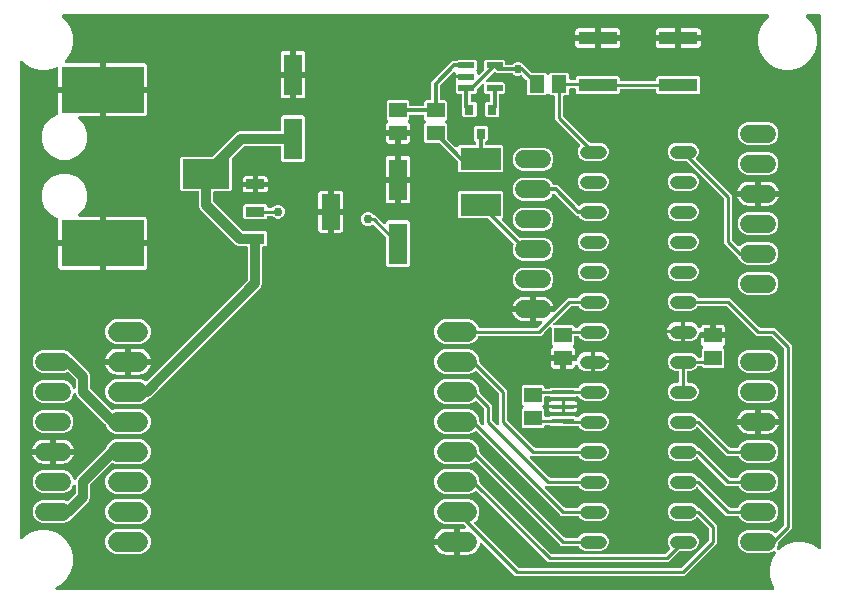
<source format=gbr>
G04 EAGLE Gerber RS-274X export*
G75*
%MOMM*%
%FSLAX34Y34*%
%LPD*%
%INTop Copper*%
%IPPOS*%
%AMOC8*
5,1,8,0,0,1.08239X$1,22.5*%
G01*
%ADD10R,1.600000X3.500000*%
%ADD11R,1.500000X1.300000*%
%ADD12R,4.000000X2.500000*%
%ADD13R,7.000000X4.000000*%
%ADD14C,1.524000*%
%ADD15R,1.300000X1.500000*%
%ADD16C,1.108000*%
%ADD17R,3.311800X1.111800*%
%ADD18R,1.600200X0.838200*%
%ADD19R,1.600200X3.048000*%
%ADD20C,1.705100*%
%ADD21R,1.900000X0.400000*%
%ADD22R,1.320800X0.558800*%
%ADD23R,0.787400X0.889000*%
%ADD24R,3.400000X1.900000*%
%ADD25C,0.812800*%
%ADD26C,0.254000*%
%ADD27C,0.756400*%
%ADD28C,0.304800*%

G36*
X647678Y-15223D02*
X647678Y-15223D01*
X647810Y-15212D01*
X647836Y-15203D01*
X647862Y-15199D01*
X647985Y-15151D01*
X648111Y-15107D01*
X648133Y-15092D01*
X648158Y-15082D01*
X648265Y-15005D01*
X648376Y-14931D01*
X648394Y-14911D01*
X648415Y-14896D01*
X648500Y-14793D01*
X648589Y-14695D01*
X648601Y-14671D01*
X648618Y-14651D01*
X648675Y-14531D01*
X648736Y-14414D01*
X648742Y-14387D01*
X648754Y-14363D01*
X648779Y-14233D01*
X648809Y-14104D01*
X648809Y-14077D01*
X648814Y-14051D01*
X648805Y-13919D01*
X648803Y-13786D01*
X648796Y-13760D01*
X648794Y-13733D01*
X648753Y-13607D01*
X648718Y-13480D01*
X648701Y-13445D01*
X648696Y-13431D01*
X648684Y-13412D01*
X648646Y-13335D01*
X646554Y-9712D01*
X644839Y-3312D01*
X644839Y3312D01*
X646554Y9712D01*
X649882Y15477D01*
X649907Y15535D01*
X649940Y15589D01*
X649968Y15681D01*
X650006Y15770D01*
X650015Y15833D01*
X650034Y15893D01*
X650038Y15989D01*
X650052Y16085D01*
X650046Y16148D01*
X650049Y16210D01*
X650029Y16305D01*
X650019Y16401D01*
X649997Y16460D01*
X649984Y16522D01*
X649942Y16609D01*
X649908Y16699D01*
X649872Y16751D01*
X649845Y16808D01*
X649782Y16881D01*
X649727Y16960D01*
X649679Y17002D01*
X649638Y17050D01*
X649559Y17105D01*
X649486Y17168D01*
X649430Y17196D01*
X649378Y17233D01*
X649288Y17267D01*
X649202Y17310D01*
X649140Y17323D01*
X649081Y17345D01*
X648985Y17356D01*
X648891Y17376D01*
X648828Y17374D01*
X648765Y17381D01*
X648669Y17367D01*
X648573Y17363D01*
X648512Y17345D01*
X648450Y17336D01*
X648298Y17284D01*
X644544Y15729D01*
X625456Y15729D01*
X621902Y17202D01*
X619182Y19922D01*
X617709Y23476D01*
X617709Y27324D01*
X619182Y30878D01*
X621902Y33598D01*
X625456Y35071D01*
X644544Y35071D01*
X648098Y33598D01*
X648753Y32944D01*
X648847Y32871D01*
X648936Y32792D01*
X648972Y32774D01*
X649004Y32749D01*
X649113Y32702D01*
X649219Y32647D01*
X649259Y32639D01*
X649296Y32623D01*
X649414Y32604D01*
X649529Y32578D01*
X649570Y32579D01*
X649610Y32573D01*
X649728Y32584D01*
X649847Y32587D01*
X649886Y32599D01*
X649926Y32603D01*
X650039Y32643D01*
X650153Y32676D01*
X650188Y32696D01*
X650226Y32710D01*
X650324Y32777D01*
X650427Y32837D01*
X650472Y32877D01*
X650489Y32889D01*
X650502Y32904D01*
X650548Y32944D01*
X656708Y39104D01*
X656768Y39182D01*
X656836Y39254D01*
X656865Y39307D01*
X656902Y39355D01*
X656942Y39446D01*
X656990Y39533D01*
X657005Y39591D01*
X657029Y39647D01*
X657044Y39745D01*
X657069Y39841D01*
X657075Y39941D01*
X657079Y39961D01*
X657077Y39973D01*
X657079Y40001D01*
X657079Y188599D01*
X657067Y188697D01*
X657064Y188796D01*
X657047Y188854D01*
X657039Y188914D01*
X657003Y189006D01*
X656975Y189101D01*
X656945Y189154D01*
X656922Y189210D01*
X656864Y189290D01*
X656814Y189375D01*
X656748Y189451D01*
X656736Y189467D01*
X656726Y189475D01*
X656708Y189496D01*
X646696Y199508D01*
X646618Y199568D01*
X646546Y199636D01*
X646493Y199665D01*
X646445Y199702D01*
X646354Y199742D01*
X646267Y199790D01*
X646209Y199805D01*
X646153Y199829D01*
X646055Y199844D01*
X645959Y199869D01*
X645859Y199875D01*
X645839Y199879D01*
X645827Y199877D01*
X645799Y199879D01*
X633625Y199879D01*
X608596Y224908D01*
X608518Y224968D01*
X608446Y225036D01*
X608393Y225065D01*
X608345Y225102D01*
X608254Y225142D01*
X608167Y225190D01*
X608109Y225205D01*
X608053Y225229D01*
X607955Y225244D01*
X607859Y225269D01*
X607759Y225275D01*
X607739Y225279D01*
X607727Y225277D01*
X607699Y225279D01*
X584729Y225279D01*
X584700Y225276D01*
X584670Y225278D01*
X584542Y225256D01*
X584413Y225239D01*
X584386Y225229D01*
X584357Y225224D01*
X584238Y225170D01*
X584118Y225122D01*
X584094Y225105D01*
X584067Y225093D01*
X583965Y225012D01*
X583860Y224936D01*
X583841Y224913D01*
X583818Y224894D01*
X583740Y224791D01*
X583657Y224691D01*
X583645Y224664D01*
X583627Y224640D01*
X583556Y224496D01*
X583475Y224300D01*
X581340Y222165D01*
X578550Y221009D01*
X564450Y221009D01*
X561660Y222165D01*
X559525Y224300D01*
X558369Y227090D01*
X558369Y230110D01*
X559525Y232900D01*
X561660Y235035D01*
X564450Y236191D01*
X578550Y236191D01*
X581340Y235035D01*
X583475Y232900D01*
X583556Y232704D01*
X583571Y232679D01*
X583580Y232651D01*
X583649Y232541D01*
X583714Y232428D01*
X583734Y232407D01*
X583750Y232382D01*
X583845Y232293D01*
X583935Y232200D01*
X583960Y232184D01*
X583982Y232164D01*
X584096Y232101D01*
X584206Y232033D01*
X584234Y232025D01*
X584260Y232010D01*
X584386Y231978D01*
X584510Y231940D01*
X584539Y231938D01*
X584568Y231931D01*
X584729Y231921D01*
X610975Y231921D01*
X636004Y206892D01*
X636082Y206832D01*
X636154Y206764D01*
X636207Y206735D01*
X636255Y206698D01*
X636346Y206658D01*
X636433Y206610D01*
X636491Y206595D01*
X636547Y206571D01*
X636645Y206556D01*
X636741Y206531D01*
X636841Y206525D01*
X636861Y206521D01*
X636873Y206523D01*
X636901Y206521D01*
X649075Y206521D01*
X663721Y191875D01*
X663721Y36725D01*
X652662Y25666D01*
X652602Y25588D01*
X652534Y25516D01*
X652505Y25463D01*
X652468Y25415D01*
X652428Y25324D01*
X652380Y25237D01*
X652365Y25179D01*
X652341Y25123D01*
X652326Y25025D01*
X652301Y24929D01*
X652295Y24829D01*
X652291Y24809D01*
X652293Y24797D01*
X652291Y24769D01*
X652291Y23476D01*
X650771Y19807D01*
X650752Y19739D01*
X650725Y19675D01*
X650710Y19586D01*
X650687Y19500D01*
X650686Y19430D01*
X650675Y19361D01*
X650683Y19272D01*
X650682Y19182D01*
X650698Y19114D01*
X650705Y19045D01*
X650735Y18960D01*
X650756Y18873D01*
X650789Y18811D01*
X650812Y18745D01*
X650863Y18671D01*
X650905Y18592D01*
X650952Y18540D01*
X650991Y18482D01*
X651058Y18423D01*
X651119Y18356D01*
X651177Y18318D01*
X651229Y18272D01*
X651309Y18231D01*
X651384Y18182D01*
X651450Y18159D01*
X651512Y18127D01*
X651600Y18107D01*
X651685Y18078D01*
X651755Y18073D01*
X651823Y18057D01*
X651912Y18060D01*
X652002Y18053D01*
X652071Y18065D01*
X652141Y18067D01*
X652227Y18092D01*
X652315Y18107D01*
X652379Y18136D01*
X652446Y18156D01*
X652523Y18201D01*
X652605Y18238D01*
X652660Y18282D01*
X652720Y18317D01*
X652841Y18423D01*
X654551Y20134D01*
X660288Y23446D01*
X666688Y25161D01*
X673312Y25161D01*
X679712Y23446D01*
X685449Y20134D01*
X686173Y19410D01*
X686282Y19325D01*
X686389Y19236D01*
X686408Y19228D01*
X686424Y19215D01*
X686552Y19160D01*
X686677Y19101D01*
X686697Y19097D01*
X686716Y19089D01*
X686854Y19067D01*
X686990Y19041D01*
X687010Y19042D01*
X687030Y19039D01*
X687169Y19052D01*
X687307Y19061D01*
X687326Y19067D01*
X687346Y19069D01*
X687477Y19116D01*
X687609Y19159D01*
X687627Y19170D01*
X687646Y19176D01*
X687760Y19254D01*
X687878Y19329D01*
X687892Y19344D01*
X687909Y19355D01*
X688001Y19459D01*
X688096Y19560D01*
X688106Y19578D01*
X688119Y19593D01*
X688182Y19717D01*
X688250Y19839D01*
X688255Y19859D01*
X688264Y19877D01*
X688294Y20013D01*
X688329Y20147D01*
X688331Y20175D01*
X688334Y20187D01*
X688333Y20207D01*
X688339Y20308D01*
X688339Y470570D01*
X688324Y470688D01*
X688317Y470807D01*
X688304Y470845D01*
X688299Y470886D01*
X688256Y470996D01*
X688219Y471109D01*
X688197Y471144D01*
X688182Y471181D01*
X688113Y471277D01*
X688049Y471378D01*
X688019Y471406D01*
X687996Y471439D01*
X687904Y471515D01*
X687817Y471596D01*
X687782Y471616D01*
X687751Y471641D01*
X687643Y471692D01*
X687539Y471750D01*
X687499Y471760D01*
X687463Y471777D01*
X687346Y471799D01*
X687231Y471829D01*
X687171Y471833D01*
X687151Y471837D01*
X687130Y471835D01*
X687070Y471839D01*
X676808Y471839D01*
X676670Y471822D01*
X676531Y471809D01*
X676512Y471802D01*
X676492Y471799D01*
X676363Y471748D01*
X676232Y471701D01*
X676215Y471690D01*
X676196Y471682D01*
X676084Y471601D01*
X675969Y471523D01*
X675955Y471507D01*
X675939Y471496D01*
X675850Y471388D01*
X675758Y471284D01*
X675749Y471266D01*
X675736Y471251D01*
X675677Y471125D01*
X675614Y471001D01*
X675609Y470981D01*
X675601Y470963D01*
X675575Y470827D01*
X675544Y470691D01*
X675545Y470670D01*
X675541Y470651D01*
X675550Y470512D01*
X675554Y470373D01*
X675559Y470353D01*
X675561Y470333D01*
X675603Y470201D01*
X675642Y470067D01*
X675652Y470050D01*
X675659Y470031D01*
X675733Y469913D01*
X675804Y469793D01*
X675822Y469772D01*
X675829Y469762D01*
X675844Y469748D01*
X675910Y469673D01*
X680134Y465449D01*
X683446Y459712D01*
X685161Y453312D01*
X685161Y446688D01*
X683446Y440288D01*
X680134Y434551D01*
X675449Y429866D01*
X669712Y426554D01*
X663312Y424839D01*
X656688Y424839D01*
X650288Y426554D01*
X644551Y429866D01*
X639866Y434551D01*
X636554Y440288D01*
X634839Y446688D01*
X634839Y453312D01*
X636554Y459712D01*
X639866Y465449D01*
X644090Y469673D01*
X644175Y469782D01*
X644264Y469889D01*
X644272Y469908D01*
X644285Y469924D01*
X644340Y470052D01*
X644399Y470177D01*
X644403Y470197D01*
X644411Y470216D01*
X644433Y470354D01*
X644459Y470490D01*
X644458Y470510D01*
X644461Y470530D01*
X644448Y470669D01*
X644439Y470807D01*
X644433Y470826D01*
X644431Y470846D01*
X644384Y470978D01*
X644341Y471109D01*
X644330Y471127D01*
X644324Y471146D01*
X644246Y471261D01*
X644171Y471378D01*
X644156Y471392D01*
X644145Y471409D01*
X644041Y471501D01*
X643940Y471596D01*
X643922Y471606D01*
X643907Y471619D01*
X643782Y471683D01*
X643661Y471750D01*
X643641Y471755D01*
X643623Y471764D01*
X643488Y471794D01*
X643353Y471829D01*
X643325Y471831D01*
X643313Y471834D01*
X643293Y471833D01*
X643192Y471839D01*
X46808Y471839D01*
X46670Y471822D01*
X46531Y471809D01*
X46512Y471802D01*
X46492Y471799D01*
X46363Y471748D01*
X46232Y471701D01*
X46215Y471690D01*
X46196Y471682D01*
X46084Y471601D01*
X45969Y471523D01*
X45955Y471507D01*
X45939Y471496D01*
X45850Y471388D01*
X45758Y471284D01*
X45749Y471266D01*
X45736Y471251D01*
X45677Y471125D01*
X45614Y471001D01*
X45609Y470981D01*
X45601Y470963D01*
X45575Y470827D01*
X45544Y470691D01*
X45545Y470670D01*
X45541Y470651D01*
X45550Y470512D01*
X45554Y470373D01*
X45559Y470353D01*
X45561Y470333D01*
X45603Y470201D01*
X45642Y470067D01*
X45652Y470050D01*
X45659Y470031D01*
X45733Y469913D01*
X45804Y469793D01*
X45822Y469772D01*
X45829Y469762D01*
X45844Y469748D01*
X45910Y469673D01*
X50134Y465449D01*
X53446Y459712D01*
X55161Y453312D01*
X55161Y446688D01*
X53446Y440288D01*
X50134Y434551D01*
X48190Y432607D01*
X48105Y432498D01*
X48016Y432391D01*
X48008Y432372D01*
X47995Y432356D01*
X47940Y432228D01*
X47881Y432103D01*
X47877Y432083D01*
X47869Y432064D01*
X47847Y431926D01*
X47821Y431790D01*
X47822Y431770D01*
X47819Y431750D01*
X47832Y431611D01*
X47841Y431473D01*
X47847Y431454D01*
X47849Y431434D01*
X47896Y431302D01*
X47939Y431171D01*
X47950Y431153D01*
X47956Y431134D01*
X48034Y431019D01*
X48109Y430902D01*
X48124Y430888D01*
X48135Y430871D01*
X48239Y430779D01*
X48340Y430684D01*
X48358Y430674D01*
X48373Y430661D01*
X48498Y430597D01*
X48619Y430530D01*
X48639Y430525D01*
X48657Y430516D01*
X48792Y430486D01*
X48927Y430451D01*
X48955Y430449D01*
X48967Y430446D01*
X48987Y430447D01*
X49088Y430441D01*
X77661Y430441D01*
X77661Y410439D01*
X42659Y410439D01*
X42659Y426057D01*
X42643Y426188D01*
X42632Y426321D01*
X42623Y426346D01*
X42619Y426373D01*
X42571Y426496D01*
X42527Y426621D01*
X42512Y426643D01*
X42502Y426669D01*
X42425Y426776D01*
X42351Y426886D01*
X42331Y426904D01*
X42316Y426926D01*
X42214Y427010D01*
X42115Y427099D01*
X42091Y427112D01*
X42071Y427129D01*
X41951Y427185D01*
X41834Y427247D01*
X41807Y427253D01*
X41783Y427264D01*
X41653Y427289D01*
X41524Y427319D01*
X41497Y427319D01*
X41471Y427324D01*
X41339Y427316D01*
X41206Y427313D01*
X41180Y427306D01*
X41153Y427304D01*
X41027Y427263D01*
X40900Y427228D01*
X40865Y427211D01*
X40851Y427206D01*
X40832Y427195D01*
X40755Y427157D01*
X39712Y426554D01*
X33312Y424839D01*
X26688Y424839D01*
X20288Y426554D01*
X14551Y429866D01*
X12327Y432090D01*
X12218Y432175D01*
X12111Y432264D01*
X12092Y432272D01*
X12076Y432285D01*
X11948Y432340D01*
X11823Y432399D01*
X11803Y432403D01*
X11784Y432411D01*
X11646Y432433D01*
X11510Y432459D01*
X11490Y432458D01*
X11470Y432461D01*
X11331Y432448D01*
X11193Y432439D01*
X11174Y432433D01*
X11154Y432431D01*
X11022Y432384D01*
X10891Y432341D01*
X10873Y432330D01*
X10854Y432324D01*
X10739Y432246D01*
X10622Y432171D01*
X10608Y432156D01*
X10591Y432145D01*
X10499Y432041D01*
X10404Y431940D01*
X10394Y431922D01*
X10381Y431907D01*
X10317Y431782D01*
X10250Y431661D01*
X10245Y431641D01*
X10236Y431623D01*
X10206Y431488D01*
X10171Y431353D01*
X10169Y431325D01*
X10166Y431313D01*
X10167Y431293D01*
X10161Y431192D01*
X10161Y28808D01*
X10178Y28670D01*
X10191Y28531D01*
X10198Y28512D01*
X10201Y28492D01*
X10252Y28363D01*
X10299Y28232D01*
X10310Y28215D01*
X10318Y28196D01*
X10399Y28084D01*
X10477Y27969D01*
X10493Y27955D01*
X10504Y27939D01*
X10612Y27850D01*
X10716Y27758D01*
X10734Y27749D01*
X10749Y27736D01*
X10875Y27677D01*
X10999Y27614D01*
X11019Y27609D01*
X11037Y27601D01*
X11173Y27575D01*
X11309Y27544D01*
X11330Y27545D01*
X11349Y27541D01*
X11488Y27550D01*
X11627Y27554D01*
X11647Y27559D01*
X11667Y27561D01*
X11799Y27603D01*
X11933Y27642D01*
X11950Y27652D01*
X11969Y27659D01*
X12087Y27733D01*
X12207Y27804D01*
X12228Y27822D01*
X12238Y27829D01*
X12252Y27844D01*
X12327Y27910D01*
X14551Y30134D01*
X20288Y33446D01*
X26688Y35161D01*
X33312Y35161D01*
X39712Y33446D01*
X45449Y30134D01*
X50134Y25449D01*
X53446Y19712D01*
X55161Y13312D01*
X55161Y6688D01*
X53446Y288D01*
X50134Y-5449D01*
X45449Y-10134D01*
X40708Y-12871D01*
X40592Y-12959D01*
X40474Y-13044D01*
X40465Y-13055D01*
X40455Y-13063D01*
X40364Y-13177D01*
X40271Y-13289D01*
X40266Y-13302D01*
X40257Y-13312D01*
X40197Y-13446D01*
X40136Y-13577D01*
X40133Y-13590D01*
X40128Y-13603D01*
X40103Y-13747D01*
X40076Y-13890D01*
X40077Y-13903D01*
X40075Y-13916D01*
X40087Y-14062D01*
X40096Y-14207D01*
X40100Y-14220D01*
X40101Y-14233D01*
X40149Y-14371D01*
X40194Y-14509D01*
X40201Y-14521D01*
X40205Y-14534D01*
X40286Y-14655D01*
X40364Y-14778D01*
X40374Y-14787D01*
X40381Y-14799D01*
X40489Y-14896D01*
X40596Y-14996D01*
X40607Y-15003D01*
X40617Y-15012D01*
X40747Y-15079D01*
X40874Y-15150D01*
X40887Y-15153D01*
X40899Y-15159D01*
X41041Y-15193D01*
X41182Y-15229D01*
X41200Y-15230D01*
X41209Y-15232D01*
X41226Y-15232D01*
X41343Y-15239D01*
X647547Y-15239D01*
X647678Y-15223D01*
G37*
%LPC*%
G36*
X382201Y338149D02*
X382201Y338149D01*
X380999Y339351D01*
X380999Y346870D01*
X380987Y346968D01*
X380984Y347067D01*
X380967Y347125D01*
X380959Y347185D01*
X380923Y347277D01*
X380895Y347372D01*
X380865Y347424D01*
X380842Y347481D01*
X380784Y347561D01*
X380734Y347646D01*
X380668Y347722D01*
X380656Y347738D01*
X380646Y347746D01*
X380628Y347767D01*
X365817Y362578D01*
X365739Y362638D01*
X365667Y362706D01*
X365614Y362735D01*
X365566Y362772D01*
X365475Y362812D01*
X365388Y362860D01*
X365330Y362875D01*
X365274Y362899D01*
X365176Y362914D01*
X365080Y362939D01*
X364980Y362945D01*
X364960Y362949D01*
X364948Y362947D01*
X364920Y362949D01*
X353601Y362949D01*
X352399Y364151D01*
X352399Y378849D01*
X353652Y380103D01*
X353725Y380197D01*
X353804Y380286D01*
X353822Y380322D01*
X353847Y380354D01*
X353895Y380463D01*
X353949Y380569D01*
X353958Y380608D01*
X353974Y380646D01*
X353992Y380763D01*
X354018Y380879D01*
X354017Y380920D01*
X354023Y380960D01*
X354012Y381078D01*
X354009Y381197D01*
X353997Y381236D01*
X353994Y381276D01*
X353953Y381388D01*
X353920Y381503D01*
X353900Y381538D01*
X353886Y381576D01*
X353819Y381674D01*
X353759Y381777D01*
X353719Y381822D01*
X353707Y381839D01*
X353692Y381852D01*
X353652Y381898D01*
X352399Y383151D01*
X352399Y385656D01*
X352384Y385774D01*
X352377Y385893D01*
X352364Y385931D01*
X352359Y385972D01*
X352316Y386082D01*
X352279Y386195D01*
X352257Y386230D01*
X352242Y386267D01*
X352173Y386363D01*
X352109Y386464D01*
X352079Y386492D01*
X352056Y386525D01*
X351964Y386601D01*
X351877Y386682D01*
X351842Y386702D01*
X351811Y386727D01*
X351703Y386778D01*
X351599Y386836D01*
X351559Y386846D01*
X351523Y386863D01*
X351406Y386885D01*
X351291Y386915D01*
X351231Y386919D01*
X351211Y386923D01*
X351190Y386921D01*
X351130Y386925D01*
X341020Y386925D01*
X340902Y386910D01*
X340783Y386903D01*
X340745Y386890D01*
X340704Y386885D01*
X340594Y386842D01*
X340481Y386805D01*
X340446Y386783D01*
X340409Y386768D01*
X340313Y386699D01*
X340212Y386635D01*
X340184Y386605D01*
X340151Y386582D01*
X340075Y386490D01*
X339994Y386403D01*
X339974Y386368D01*
X339949Y386337D01*
X339898Y386229D01*
X339840Y386125D01*
X339830Y386085D01*
X339813Y386049D01*
X339791Y385932D01*
X339761Y385817D01*
X339757Y385757D01*
X339753Y385737D01*
X339755Y385716D01*
X339751Y385656D01*
X339751Y383151D01*
X338764Y382164D01*
X338687Y382065D01*
X338605Y381970D01*
X338590Y381939D01*
X338569Y381913D01*
X338520Y381798D01*
X338464Y381685D01*
X338456Y381652D01*
X338443Y381621D01*
X338423Y381497D01*
X338397Y381374D01*
X338399Y381340D01*
X338393Y381307D01*
X338405Y381182D01*
X338410Y381056D01*
X338420Y381024D01*
X338423Y380990D01*
X338466Y380872D01*
X338502Y380752D01*
X338519Y380723D01*
X338531Y380691D01*
X338601Y380587D01*
X338666Y380479D01*
X338690Y380456D01*
X338709Y380428D01*
X338803Y380345D01*
X338893Y380257D01*
X338934Y380230D01*
X338948Y380217D01*
X338967Y380208D01*
X339027Y380168D01*
X339260Y380033D01*
X339733Y379560D01*
X340068Y378981D01*
X340241Y378334D01*
X340241Y374039D01*
X331470Y374039D01*
X331352Y374024D01*
X331233Y374017D01*
X331195Y374004D01*
X331155Y373999D01*
X331044Y373955D01*
X330931Y373919D01*
X330896Y373897D01*
X330859Y373882D01*
X330763Y373812D01*
X330662Y373749D01*
X330634Y373719D01*
X330602Y373695D01*
X330526Y373604D01*
X330444Y373517D01*
X330425Y373482D01*
X330399Y373450D01*
X330348Y373343D01*
X330291Y373239D01*
X330280Y373199D01*
X330263Y373163D01*
X330241Y373046D01*
X330211Y372931D01*
X330207Y372870D01*
X330203Y372850D01*
X330205Y372830D01*
X330201Y372770D01*
X330201Y371499D01*
X330199Y371499D01*
X330199Y372770D01*
X330184Y372888D01*
X330177Y373007D01*
X330164Y373045D01*
X330159Y373085D01*
X330115Y373196D01*
X330079Y373309D01*
X330057Y373344D01*
X330042Y373381D01*
X329972Y373477D01*
X329909Y373578D01*
X329879Y373606D01*
X329855Y373638D01*
X329764Y373714D01*
X329677Y373796D01*
X329642Y373815D01*
X329610Y373841D01*
X329503Y373892D01*
X329399Y373949D01*
X329359Y373960D01*
X329323Y373977D01*
X329206Y373999D01*
X329091Y374029D01*
X329030Y374033D01*
X329010Y374037D01*
X328990Y374035D01*
X328930Y374039D01*
X320159Y374039D01*
X320159Y378334D01*
X320332Y378981D01*
X320667Y379560D01*
X321140Y380033D01*
X321373Y380168D01*
X321473Y380243D01*
X321577Y380314D01*
X321599Y380339D01*
X321626Y380360D01*
X321704Y380458D01*
X321787Y380553D01*
X321803Y380583D01*
X321824Y380609D01*
X321875Y380724D01*
X321932Y380836D01*
X321939Y380869D01*
X321953Y380899D01*
X321974Y381024D01*
X322002Y381146D01*
X322001Y381180D01*
X322006Y381213D01*
X321996Y381338D01*
X321992Y381464D01*
X321983Y381496D01*
X321980Y381530D01*
X321939Y381649D01*
X321904Y381769D01*
X321886Y381798D01*
X321875Y381830D01*
X321806Y381935D01*
X321742Y382043D01*
X321710Y382080D01*
X321700Y382095D01*
X321683Y382110D01*
X321636Y382164D01*
X320649Y383151D01*
X320649Y397849D01*
X321851Y399051D01*
X338549Y399051D01*
X339751Y397849D01*
X339751Y395344D01*
X339766Y395226D01*
X339773Y395107D01*
X339786Y395069D01*
X339791Y395028D01*
X339834Y394918D01*
X339871Y394805D01*
X339893Y394770D01*
X339908Y394733D01*
X339977Y394637D01*
X340041Y394536D01*
X340071Y394508D01*
X340094Y394475D01*
X340186Y394399D01*
X340273Y394318D01*
X340308Y394298D01*
X340339Y394273D01*
X340447Y394222D01*
X340551Y394164D01*
X340591Y394154D01*
X340627Y394137D01*
X340744Y394115D01*
X340859Y394085D01*
X340919Y394081D01*
X340939Y394077D01*
X340960Y394079D01*
X341020Y394075D01*
X351130Y394075D01*
X351248Y394090D01*
X351367Y394097D01*
X351405Y394110D01*
X351446Y394115D01*
X351556Y394158D01*
X351669Y394195D01*
X351704Y394217D01*
X351741Y394232D01*
X351837Y394301D01*
X351938Y394365D01*
X351966Y394395D01*
X351999Y394418D01*
X352075Y394510D01*
X352156Y394597D01*
X352176Y394632D01*
X352201Y394663D01*
X352252Y394771D01*
X352310Y394875D01*
X352320Y394915D01*
X352337Y394951D01*
X352359Y395068D01*
X352389Y395183D01*
X352393Y395243D01*
X352397Y395263D01*
X352395Y395284D01*
X352399Y395344D01*
X352399Y397849D01*
X353601Y399051D01*
X357106Y399051D01*
X357224Y399066D01*
X357343Y399073D01*
X357381Y399086D01*
X357422Y399091D01*
X357532Y399134D01*
X357645Y399171D01*
X357680Y399193D01*
X357717Y399208D01*
X357813Y399277D01*
X357914Y399341D01*
X357942Y399371D01*
X357975Y399394D01*
X358051Y399486D01*
X358132Y399573D01*
X358152Y399608D01*
X358177Y399639D01*
X358228Y399747D01*
X358286Y399851D01*
X358296Y399891D01*
X358313Y399927D01*
X358335Y400044D01*
X358365Y400159D01*
X358369Y400219D01*
X358373Y400239D01*
X358371Y400260D01*
X358375Y400320D01*
X358375Y414231D01*
X376319Y432175D01*
X378863Y432175D01*
X378961Y432187D01*
X379060Y432190D01*
X379118Y432207D01*
X379178Y432215D01*
X379270Y432251D01*
X379366Y432279D01*
X379418Y432309D01*
X379474Y432332D01*
X379554Y432390D01*
X379639Y432440D01*
X379715Y432506D01*
X379731Y432518D01*
X379739Y432528D01*
X379760Y432546D01*
X380659Y433445D01*
X395565Y433445D01*
X396767Y432243D01*
X396767Y424930D01*
X396750Y424912D01*
X396728Y424870D01*
X396699Y424833D01*
X396655Y424730D01*
X396602Y424630D01*
X396592Y424584D01*
X396573Y424541D01*
X396555Y424430D01*
X396530Y424321D01*
X396531Y424273D01*
X396523Y424227D01*
X396534Y424115D01*
X396536Y424003D01*
X396549Y423957D01*
X396553Y423910D01*
X396591Y423805D01*
X396621Y423696D01*
X396653Y423631D01*
X396660Y423611D01*
X396671Y423596D01*
X396693Y423552D01*
X397084Y422875D01*
X397257Y422228D01*
X397257Y421988D01*
X397274Y421851D01*
X397287Y421712D01*
X397294Y421693D01*
X397297Y421673D01*
X397348Y421544D01*
X397395Y421413D01*
X397406Y421396D01*
X397414Y421377D01*
X397495Y421265D01*
X397573Y421150D01*
X397589Y421136D01*
X397600Y421120D01*
X397708Y421031D01*
X397812Y420939D01*
X397830Y420930D01*
X397845Y420917D01*
X397971Y420858D01*
X398095Y420795D01*
X398115Y420790D01*
X398133Y420781D01*
X398269Y420755D01*
X398405Y420725D01*
X398426Y420726D01*
X398445Y420722D01*
X398584Y420730D01*
X398723Y420735D01*
X398743Y420740D01*
X398763Y420741D01*
X398895Y420784D01*
X399029Y420823D01*
X399046Y420833D01*
X399065Y420839D01*
X399183Y420914D01*
X399303Y420984D01*
X399324Y421003D01*
X399334Y421010D01*
X399348Y421025D01*
X399423Y421091D01*
X402962Y424629D01*
X403022Y424707D01*
X403090Y424779D01*
X403119Y424832D01*
X403156Y424880D01*
X403196Y424971D01*
X403244Y425058D01*
X403259Y425116D01*
X403283Y425172D01*
X403298Y425270D01*
X403323Y425366D01*
X403329Y425466D01*
X403333Y425486D01*
X403331Y425498D01*
X403333Y425526D01*
X403333Y432243D01*
X404535Y433445D01*
X419441Y433445D01*
X420643Y432243D01*
X420643Y430294D01*
X420658Y430176D01*
X420665Y430057D01*
X420678Y430019D01*
X420683Y429978D01*
X420726Y429868D01*
X420763Y429755D01*
X420785Y429720D01*
X420800Y429683D01*
X420869Y429587D01*
X420933Y429486D01*
X420963Y429458D01*
X420986Y429425D01*
X421078Y429349D01*
X421165Y429268D01*
X421200Y429248D01*
X421231Y429223D01*
X421339Y429172D01*
X421443Y429114D01*
X421483Y429104D01*
X421519Y429087D01*
X421636Y429065D01*
X421751Y429035D01*
X421811Y429031D01*
X421831Y429027D01*
X421852Y429029D01*
X421912Y429025D01*
X426600Y429025D01*
X426698Y429037D01*
X426797Y429040D01*
X426856Y429057D01*
X426916Y429065D01*
X427008Y429101D01*
X427103Y429129D01*
X427155Y429159D01*
X427211Y429182D01*
X427292Y429240D01*
X427377Y429290D01*
X427452Y429356D01*
X427469Y429368D01*
X427477Y429378D01*
X427498Y429396D01*
X428496Y430395D01*
X430640Y431283D01*
X432960Y431283D01*
X435104Y430395D01*
X436102Y429396D01*
X436132Y429373D01*
X438946Y426559D01*
X442833Y422672D01*
X442911Y422612D01*
X442983Y422544D01*
X443036Y422515D01*
X443084Y422478D01*
X443175Y422438D01*
X443262Y422390D01*
X443320Y422375D01*
X443376Y422351D01*
X443474Y422336D01*
X443570Y422311D01*
X443670Y422305D01*
X443690Y422301D01*
X443702Y422303D01*
X443730Y422301D01*
X455049Y422301D01*
X456302Y421048D01*
X456397Y420975D01*
X456486Y420896D01*
X456522Y420878D01*
X456554Y420853D01*
X456663Y420805D01*
X456769Y420751D01*
X456808Y420742D01*
X456846Y420726D01*
X456963Y420708D01*
X457079Y420682D01*
X457120Y420683D01*
X457160Y420677D01*
X457278Y420688D01*
X457397Y420691D01*
X457436Y420703D01*
X457476Y420706D01*
X457589Y420747D01*
X457703Y420780D01*
X457737Y420800D01*
X457776Y420814D01*
X457874Y420881D01*
X457977Y420941D01*
X458022Y420981D01*
X458039Y420993D01*
X458052Y421008D01*
X458097Y421048D01*
X459351Y422301D01*
X474049Y422301D01*
X475251Y421099D01*
X475251Y417340D01*
X475266Y417222D01*
X475273Y417103D01*
X475286Y417065D01*
X475291Y417024D01*
X475334Y416914D01*
X475371Y416801D01*
X475393Y416766D01*
X475408Y416729D01*
X475477Y416633D01*
X475541Y416532D01*
X475571Y416504D01*
X475594Y416471D01*
X475686Y416395D01*
X475773Y416314D01*
X475808Y416294D01*
X475839Y416269D01*
X475947Y416218D01*
X476051Y416160D01*
X476091Y416150D01*
X476127Y416133D01*
X476244Y416111D01*
X476359Y416081D01*
X476419Y416077D01*
X476439Y416073D01*
X476460Y416075D01*
X476520Y416071D01*
X479521Y416071D01*
X479639Y416086D01*
X479758Y416093D01*
X479796Y416106D01*
X479837Y416111D01*
X479947Y416154D01*
X480060Y416191D01*
X480095Y416213D01*
X480132Y416228D01*
X480228Y416297D01*
X480329Y416361D01*
X480357Y416391D01*
X480390Y416414D01*
X480466Y416506D01*
X480547Y416593D01*
X480567Y416628D01*
X480592Y416659D01*
X480643Y416767D01*
X480701Y416871D01*
X480711Y416911D01*
X480728Y416947D01*
X480750Y417064D01*
X480780Y417179D01*
X480784Y417239D01*
X480788Y417259D01*
X480786Y417280D01*
X480790Y417340D01*
X480790Y418208D01*
X481992Y419410D01*
X516808Y419410D01*
X518010Y418208D01*
X518010Y416390D01*
X518025Y416272D01*
X518032Y416153D01*
X518045Y416115D01*
X518050Y416074D01*
X518093Y415964D01*
X518130Y415851D01*
X518152Y415816D01*
X518167Y415779D01*
X518236Y415683D01*
X518300Y415582D01*
X518330Y415554D01*
X518353Y415521D01*
X518445Y415445D01*
X518532Y415364D01*
X518567Y415344D01*
X518598Y415319D01*
X518706Y415268D01*
X518810Y415210D01*
X518850Y415200D01*
X518886Y415183D01*
X519003Y415161D01*
X519118Y415131D01*
X519178Y415127D01*
X519198Y415123D01*
X519219Y415125D01*
X519279Y415121D01*
X547521Y415121D01*
X547639Y415136D01*
X547758Y415143D01*
X547796Y415156D01*
X547837Y415161D01*
X547947Y415204D01*
X548060Y415241D01*
X548095Y415263D01*
X548132Y415278D01*
X548228Y415347D01*
X548329Y415411D01*
X548357Y415441D01*
X548390Y415464D01*
X548466Y415556D01*
X548547Y415643D01*
X548567Y415678D01*
X548592Y415709D01*
X548643Y415817D01*
X548701Y415921D01*
X548711Y415961D01*
X548728Y415997D01*
X548750Y416114D01*
X548780Y416229D01*
X548784Y416289D01*
X548788Y416309D01*
X548786Y416330D01*
X548790Y416390D01*
X548790Y418208D01*
X549992Y419410D01*
X584808Y419410D01*
X586010Y418208D01*
X586010Y405392D01*
X584808Y404190D01*
X549992Y404190D01*
X548790Y405392D01*
X548790Y407210D01*
X548775Y407328D01*
X548768Y407447D01*
X548755Y407485D01*
X548750Y407526D01*
X548707Y407636D01*
X548670Y407749D01*
X548648Y407784D01*
X548633Y407821D01*
X548564Y407917D01*
X548500Y408018D01*
X548470Y408046D01*
X548447Y408079D01*
X548355Y408155D01*
X548268Y408236D01*
X548233Y408256D01*
X548202Y408281D01*
X548094Y408332D01*
X547990Y408390D01*
X547950Y408400D01*
X547914Y408417D01*
X547797Y408439D01*
X547682Y408469D01*
X547622Y408473D01*
X547602Y408477D01*
X547581Y408475D01*
X547521Y408479D01*
X519279Y408479D01*
X519161Y408464D01*
X519042Y408457D01*
X519004Y408444D01*
X518963Y408439D01*
X518853Y408396D01*
X518740Y408359D01*
X518705Y408337D01*
X518668Y408322D01*
X518572Y408253D01*
X518471Y408189D01*
X518443Y408159D01*
X518410Y408136D01*
X518334Y408044D01*
X518253Y407957D01*
X518233Y407922D01*
X518208Y407891D01*
X518157Y407783D01*
X518099Y407679D01*
X518089Y407639D01*
X518072Y407603D01*
X518050Y407486D01*
X518020Y407371D01*
X518016Y407310D01*
X518012Y407291D01*
X518014Y407270D01*
X518010Y407210D01*
X518010Y405392D01*
X516808Y404190D01*
X481992Y404190D01*
X480790Y405392D01*
X480790Y408160D01*
X480775Y408278D01*
X480768Y408397D01*
X480755Y408435D01*
X480750Y408476D01*
X480707Y408586D01*
X480670Y408699D01*
X480648Y408734D01*
X480633Y408771D01*
X480564Y408867D01*
X480500Y408968D01*
X480470Y408996D01*
X480447Y409029D01*
X480355Y409105D01*
X480268Y409186D01*
X480233Y409206D01*
X480202Y409231D01*
X480094Y409282D01*
X479990Y409340D01*
X479950Y409350D01*
X479914Y409367D01*
X479797Y409389D01*
X479682Y409419D01*
X479622Y409423D01*
X479602Y409427D01*
X479581Y409425D01*
X479521Y409429D01*
X476520Y409429D01*
X476402Y409414D01*
X476283Y409407D01*
X476245Y409394D01*
X476204Y409389D01*
X476094Y409346D01*
X475981Y409309D01*
X475946Y409287D01*
X475909Y409272D01*
X475813Y409203D01*
X475712Y409139D01*
X475684Y409109D01*
X475651Y409086D01*
X475575Y408994D01*
X475494Y408907D01*
X475474Y408872D01*
X475449Y408841D01*
X475398Y408733D01*
X475340Y408629D01*
X475330Y408589D01*
X475313Y408553D01*
X475291Y408436D01*
X475261Y408321D01*
X475257Y408261D01*
X475253Y408241D01*
X475255Y408220D01*
X475251Y408160D01*
X475251Y404401D01*
X474049Y403199D01*
X471290Y403199D01*
X471172Y403184D01*
X471053Y403177D01*
X471015Y403164D01*
X470974Y403159D01*
X470864Y403116D01*
X470751Y403079D01*
X470716Y403057D01*
X470679Y403042D01*
X470583Y402973D01*
X470482Y402909D01*
X470454Y402879D01*
X470421Y402856D01*
X470345Y402764D01*
X470264Y402677D01*
X470244Y402642D01*
X470219Y402611D01*
X470168Y402503D01*
X470110Y402399D01*
X470100Y402359D01*
X470083Y402323D01*
X470061Y402206D01*
X470031Y402091D01*
X470027Y402031D01*
X470023Y402011D01*
X470025Y401990D01*
X470021Y401930D01*
X470021Y386101D01*
X470033Y386003D01*
X470036Y385904D01*
X470053Y385846D01*
X470061Y385786D01*
X470097Y385694D01*
X470125Y385599D01*
X470155Y385546D01*
X470178Y385490D01*
X470236Y385410D01*
X470286Y385325D01*
X470352Y385249D01*
X470364Y385233D01*
X470374Y385225D01*
X470392Y385204D01*
X492034Y363562D01*
X492112Y363502D01*
X492184Y363434D01*
X492237Y363405D01*
X492285Y363368D01*
X492376Y363328D01*
X492463Y363280D01*
X492521Y363265D01*
X492577Y363241D01*
X492675Y363226D01*
X492771Y363201D01*
X492871Y363195D01*
X492891Y363191D01*
X492903Y363193D01*
X492931Y363191D01*
X502350Y363191D01*
X505140Y362035D01*
X507275Y359900D01*
X508431Y357110D01*
X508431Y354090D01*
X507275Y351300D01*
X505140Y349165D01*
X502350Y348009D01*
X488250Y348009D01*
X485460Y349165D01*
X483325Y351300D01*
X482169Y354090D01*
X482169Y357110D01*
X483325Y359900D01*
X483917Y360492D01*
X483990Y360586D01*
X484069Y360675D01*
X484087Y360711D01*
X484112Y360743D01*
X484159Y360853D01*
X484213Y360958D01*
X484222Y360998D01*
X484238Y361035D01*
X484257Y361153D01*
X484283Y361269D01*
X484282Y361309D01*
X484288Y361349D01*
X484277Y361468D01*
X484273Y361587D01*
X484262Y361625D01*
X484258Y361666D01*
X484218Y361778D01*
X484185Y361892D01*
X484164Y361927D01*
X484151Y361965D01*
X484084Y362063D01*
X484023Y362166D01*
X483983Y362211D01*
X483972Y362228D01*
X483957Y362242D01*
X483917Y362287D01*
X463379Y382825D01*
X463379Y401930D01*
X463364Y402048D01*
X463357Y402167D01*
X463344Y402205D01*
X463339Y402246D01*
X463296Y402356D01*
X463259Y402469D01*
X463237Y402504D01*
X463222Y402541D01*
X463153Y402637D01*
X463089Y402738D01*
X463059Y402766D01*
X463036Y402799D01*
X462944Y402875D01*
X462857Y402956D01*
X462822Y402976D01*
X462791Y403001D01*
X462683Y403052D01*
X462579Y403110D01*
X462539Y403120D01*
X462503Y403137D01*
X462386Y403159D01*
X462271Y403189D01*
X462211Y403193D01*
X462191Y403197D01*
X462170Y403195D01*
X462110Y403199D01*
X459351Y403199D01*
X458097Y404452D01*
X458003Y404525D01*
X457914Y404604D01*
X457878Y404622D01*
X457846Y404647D01*
X457737Y404695D01*
X457631Y404749D01*
X457592Y404758D01*
X457554Y404774D01*
X457437Y404792D01*
X457321Y404818D01*
X457280Y404817D01*
X457240Y404823D01*
X457122Y404812D01*
X457003Y404809D01*
X456964Y404797D01*
X456924Y404794D01*
X456812Y404753D01*
X456697Y404720D01*
X456662Y404700D01*
X456624Y404686D01*
X456526Y404619D01*
X456423Y404559D01*
X456378Y404519D01*
X456361Y404507D01*
X456348Y404492D01*
X456302Y404452D01*
X455049Y403199D01*
X440351Y403199D01*
X439149Y404401D01*
X439149Y415720D01*
X439137Y415818D01*
X439134Y415917D01*
X439117Y415975D01*
X439109Y416035D01*
X439073Y416127D01*
X439045Y416222D01*
X439015Y416274D01*
X438992Y416331D01*
X438934Y416411D01*
X438884Y416496D01*
X438818Y416572D01*
X438806Y416588D01*
X438796Y416596D01*
X438778Y416617D01*
X435552Y419843D01*
X435529Y419861D01*
X435509Y419883D01*
X435403Y419958D01*
X435301Y420038D01*
X435273Y420049D01*
X435249Y420066D01*
X435128Y420112D01*
X435009Y420164D01*
X434980Y420169D01*
X434952Y420179D01*
X434823Y420193D01*
X434695Y420214D01*
X434665Y420211D01*
X434636Y420214D01*
X434507Y420196D01*
X434378Y420184D01*
X434350Y420174D01*
X434321Y420170D01*
X434169Y420118D01*
X432960Y419617D01*
X430640Y419617D01*
X428496Y420505D01*
X427498Y421504D01*
X427419Y421564D01*
X427347Y421632D01*
X427294Y421661D01*
X427246Y421698D01*
X427156Y421738D01*
X427069Y421786D01*
X427010Y421801D01*
X426955Y421825D01*
X426857Y421840D01*
X426761Y421865D01*
X426661Y421871D01*
X426641Y421875D01*
X426628Y421873D01*
X426600Y421875D01*
X413657Y421875D01*
X412885Y422647D01*
X412791Y422720D01*
X412702Y422799D01*
X412666Y422817D01*
X412634Y422842D01*
X412525Y422889D01*
X412419Y422943D01*
X412380Y422952D01*
X412342Y422968D01*
X412225Y422987D01*
X412109Y423013D01*
X412068Y423012D01*
X412028Y423018D01*
X411910Y423007D01*
X411791Y423003D01*
X411752Y422992D01*
X411712Y422988D01*
X411599Y422948D01*
X411485Y422915D01*
X411450Y422894D01*
X411412Y422881D01*
X411314Y422814D01*
X411211Y422753D01*
X411166Y422714D01*
X411149Y422702D01*
X411136Y422687D01*
X411090Y422647D01*
X405055Y416611D01*
X404970Y416502D01*
X404881Y416395D01*
X404872Y416376D01*
X404860Y416360D01*
X404805Y416232D01*
X404745Y416107D01*
X404742Y416087D01*
X404734Y416068D01*
X404712Y415930D01*
X404686Y415794D01*
X404687Y415774D01*
X404684Y415754D01*
X404697Y415615D01*
X404705Y415477D01*
X404712Y415458D01*
X404714Y415438D01*
X404761Y415306D01*
X404803Y415175D01*
X404814Y415157D01*
X404821Y415138D01*
X404899Y415023D01*
X404974Y414906D01*
X404988Y414892D01*
X405000Y414875D01*
X405104Y414783D01*
X405205Y414688D01*
X405223Y414678D01*
X405238Y414665D01*
X405362Y414601D01*
X405484Y414534D01*
X405503Y414529D01*
X405521Y414520D01*
X405657Y414490D01*
X405792Y414455D01*
X405820Y414453D01*
X405832Y414450D01*
X405852Y414451D01*
X405952Y414445D01*
X419441Y414445D01*
X420643Y413243D01*
X420643Y405957D01*
X419441Y404755D01*
X416832Y404755D01*
X416714Y404740D01*
X416595Y404733D01*
X416557Y404720D01*
X416516Y404715D01*
X416406Y404672D01*
X416293Y404635D01*
X416258Y404613D01*
X416221Y404598D01*
X416125Y404529D01*
X416024Y404465D01*
X415996Y404435D01*
X415963Y404412D01*
X415887Y404320D01*
X415806Y404233D01*
X415786Y404198D01*
X415761Y404167D01*
X415710Y404059D01*
X415652Y403955D01*
X415642Y403915D01*
X415625Y403879D01*
X415603Y403762D01*
X415573Y403647D01*
X415569Y403587D01*
X415565Y403567D01*
X415567Y403546D01*
X415563Y403486D01*
X415563Y397361D01*
X415575Y397263D01*
X415578Y397164D01*
X415595Y397106D01*
X415603Y397046D01*
X415639Y396954D01*
X415667Y396858D01*
X415697Y396806D01*
X415720Y396750D01*
X415778Y396670D01*
X415828Y396585D01*
X415894Y396509D01*
X415906Y396493D01*
X415916Y396485D01*
X415934Y396464D01*
X415944Y396454D01*
X415944Y385866D01*
X414742Y384664D01*
X405170Y384664D01*
X403968Y385866D01*
X403968Y396454D01*
X405170Y397656D01*
X407144Y397656D01*
X407262Y397671D01*
X407381Y397678D01*
X407419Y397691D01*
X407460Y397696D01*
X407570Y397739D01*
X407683Y397776D01*
X407718Y397798D01*
X407755Y397813D01*
X407851Y397882D01*
X407952Y397946D01*
X407980Y397976D01*
X408013Y397999D01*
X408089Y398091D01*
X408170Y398178D01*
X408190Y398213D01*
X408215Y398244D01*
X408266Y398352D01*
X408324Y398456D01*
X408334Y398496D01*
X408351Y398532D01*
X408373Y398649D01*
X408403Y398764D01*
X408407Y398824D01*
X408411Y398844D01*
X408409Y398865D01*
X408413Y398925D01*
X408413Y403486D01*
X408398Y403604D01*
X408391Y403723D01*
X408378Y403761D01*
X408373Y403802D01*
X408330Y403912D01*
X408293Y404025D01*
X408271Y404060D01*
X408256Y404097D01*
X408187Y404193D01*
X408123Y404294D01*
X408093Y404322D01*
X408070Y404355D01*
X407978Y404431D01*
X407891Y404512D01*
X407856Y404532D01*
X407825Y404557D01*
X407717Y404608D01*
X407613Y404666D01*
X407573Y404676D01*
X407537Y404693D01*
X407420Y404715D01*
X407305Y404745D01*
X407245Y404749D01*
X407225Y404753D01*
X407204Y404751D01*
X407144Y404755D01*
X404535Y404755D01*
X403333Y405957D01*
X403333Y411749D01*
X403316Y411887D01*
X403303Y412026D01*
X403296Y412045D01*
X403293Y412065D01*
X403242Y412194D01*
X403195Y412325D01*
X403184Y412342D01*
X403176Y412360D01*
X403095Y412473D01*
X403017Y412588D01*
X403001Y412601D01*
X402990Y412618D01*
X402882Y412707D01*
X402778Y412798D01*
X402760Y412808D01*
X402745Y412821D01*
X402619Y412880D01*
X402495Y412943D01*
X402475Y412948D01*
X402457Y412956D01*
X402321Y412982D01*
X402185Y413013D01*
X402164Y413012D01*
X402145Y413016D01*
X402006Y413007D01*
X401867Y413003D01*
X401847Y412997D01*
X401827Y412996D01*
X401695Y412953D01*
X401561Y412915D01*
X401544Y412904D01*
X401525Y412898D01*
X401407Y412824D01*
X401287Y412753D01*
X401266Y412735D01*
X401256Y412728D01*
X401242Y412713D01*
X401167Y412647D01*
X397138Y408619D01*
X397078Y408540D01*
X397010Y408468D01*
X396981Y408415D01*
X396944Y408367D01*
X396904Y408276D01*
X396856Y408190D01*
X396841Y408131D01*
X396817Y408076D01*
X396802Y407978D01*
X396777Y407882D01*
X396771Y407782D01*
X396767Y407761D01*
X396769Y407749D01*
X396767Y407721D01*
X396767Y405957D01*
X395565Y404755D01*
X392956Y404755D01*
X392838Y404740D01*
X392719Y404733D01*
X392681Y404720D01*
X392640Y404715D01*
X392530Y404672D01*
X392417Y404635D01*
X392382Y404613D01*
X392345Y404598D01*
X392249Y404529D01*
X392148Y404465D01*
X392120Y404435D01*
X392087Y404412D01*
X392011Y404320D01*
X391930Y404233D01*
X391910Y404198D01*
X391885Y404167D01*
X391834Y404059D01*
X391776Y403955D01*
X391766Y403915D01*
X391749Y403879D01*
X391727Y403762D01*
X391697Y403647D01*
X391693Y403587D01*
X391689Y403567D01*
X391691Y403546D01*
X391687Y403486D01*
X391687Y398925D01*
X391702Y398807D01*
X391709Y398688D01*
X391722Y398650D01*
X391727Y398609D01*
X391770Y398499D01*
X391807Y398386D01*
X391829Y398351D01*
X391844Y398314D01*
X391913Y398218D01*
X391977Y398117D01*
X392007Y398089D01*
X392030Y398056D01*
X392122Y397980D01*
X392209Y397899D01*
X392244Y397879D01*
X392275Y397854D01*
X392383Y397803D01*
X392487Y397745D01*
X392527Y397735D01*
X392563Y397718D01*
X392680Y397696D01*
X392795Y397666D01*
X392855Y397662D01*
X392875Y397658D01*
X392896Y397660D01*
X392956Y397656D01*
X395438Y397656D01*
X396640Y396454D01*
X396640Y385866D01*
X395438Y384664D01*
X385866Y384664D01*
X384664Y385866D01*
X384664Y391567D01*
X384652Y391665D01*
X384649Y391764D01*
X384632Y391822D01*
X384624Y391882D01*
X384588Y391974D01*
X384560Y392069D01*
X384537Y392109D01*
X384537Y403486D01*
X384522Y403604D01*
X384515Y403723D01*
X384502Y403761D01*
X384497Y403802D01*
X384454Y403912D01*
X384417Y404025D01*
X384395Y404060D01*
X384380Y404097D01*
X384311Y404193D01*
X384247Y404294D01*
X384217Y404322D01*
X384194Y404355D01*
X384102Y404431D01*
X384015Y404512D01*
X383980Y404532D01*
X383949Y404557D01*
X383841Y404608D01*
X383737Y404666D01*
X383697Y404676D01*
X383661Y404693D01*
X383544Y404715D01*
X383429Y404745D01*
X383369Y404749D01*
X383349Y404753D01*
X383328Y404751D01*
X383268Y404755D01*
X380659Y404755D01*
X379457Y405957D01*
X379457Y413270D01*
X379474Y413288D01*
X379496Y413330D01*
X379525Y413367D01*
X379569Y413470D01*
X379622Y413570D01*
X379632Y413616D01*
X379651Y413659D01*
X379669Y413770D01*
X379694Y413879D01*
X379693Y413927D01*
X379701Y413973D01*
X379690Y414085D01*
X379688Y414197D01*
X379675Y414243D01*
X379671Y414290D01*
X379633Y414395D01*
X379603Y414504D01*
X379571Y414569D01*
X379564Y414589D01*
X379553Y414604D01*
X379531Y414648D01*
X379140Y415325D01*
X378967Y415972D01*
X378967Y417704D01*
X387985Y417704D01*
X388103Y417719D01*
X388222Y417726D01*
X388260Y417738D01*
X388300Y417744D01*
X388411Y417787D01*
X388524Y417824D01*
X388558Y417846D01*
X388596Y417861D01*
X388692Y417930D01*
X388793Y417994D01*
X388821Y418024D01*
X388853Y418047D01*
X388929Y418139D01*
X389011Y418226D01*
X389030Y418261D01*
X389056Y418292D01*
X389107Y418400D01*
X389164Y418504D01*
X389174Y418544D01*
X389192Y418580D01*
X389214Y418697D01*
X389244Y418812D01*
X389248Y418872D01*
X389251Y418892D01*
X389250Y418913D01*
X389254Y418973D01*
X389254Y419227D01*
X389239Y419345D01*
X389232Y419464D01*
X389219Y419502D01*
X389214Y419543D01*
X389170Y419653D01*
X389134Y419766D01*
X389112Y419801D01*
X389097Y419838D01*
X389027Y419934D01*
X388964Y420035D01*
X388934Y420063D01*
X388910Y420096D01*
X388819Y420172D01*
X388732Y420253D01*
X388697Y420273D01*
X388665Y420298D01*
X388558Y420349D01*
X388453Y420407D01*
X388414Y420417D01*
X388378Y420434D01*
X388261Y420456D01*
X388145Y420486D01*
X388085Y420490D01*
X388065Y420494D01*
X388045Y420492D01*
X387985Y420496D01*
X378967Y420496D01*
X378967Y421648D01*
X378950Y421785D01*
X378937Y421924D01*
X378930Y421943D01*
X378927Y421963D01*
X378876Y422092D01*
X378829Y422223D01*
X378818Y422240D01*
X378810Y422259D01*
X378729Y422371D01*
X378651Y422486D01*
X378635Y422500D01*
X378624Y422516D01*
X378516Y422605D01*
X378412Y422697D01*
X378394Y422706D01*
X378379Y422719D01*
X378253Y422778D01*
X378129Y422841D01*
X378109Y422846D01*
X378091Y422855D01*
X377954Y422881D01*
X377819Y422911D01*
X377798Y422910D01*
X377779Y422914D01*
X377640Y422906D01*
X377501Y422901D01*
X377481Y422896D01*
X377461Y422895D01*
X377329Y422852D01*
X377195Y422813D01*
X377178Y422803D01*
X377159Y422797D01*
X377041Y422722D01*
X376921Y422651D01*
X376900Y422633D01*
X376890Y422626D01*
X376876Y422612D01*
X376801Y422545D01*
X365896Y411641D01*
X365836Y411563D01*
X365768Y411491D01*
X365739Y411438D01*
X365702Y411390D01*
X365662Y411299D01*
X365614Y411212D01*
X365599Y411154D01*
X365575Y411098D01*
X365560Y411000D01*
X365535Y410904D01*
X365529Y410804D01*
X365525Y410784D01*
X365527Y410772D01*
X365525Y410744D01*
X365525Y400320D01*
X365540Y400202D01*
X365547Y400083D01*
X365560Y400045D01*
X365565Y400004D01*
X365608Y399894D01*
X365645Y399781D01*
X365667Y399746D01*
X365682Y399709D01*
X365751Y399613D01*
X365815Y399512D01*
X365845Y399484D01*
X365868Y399451D01*
X365960Y399375D01*
X366047Y399294D01*
X366082Y399274D01*
X366113Y399249D01*
X366221Y399198D01*
X366325Y399140D01*
X366365Y399130D01*
X366401Y399113D01*
X366518Y399091D01*
X366633Y399061D01*
X366693Y399057D01*
X366713Y399053D01*
X366734Y399055D01*
X366794Y399051D01*
X370299Y399051D01*
X371501Y397849D01*
X371501Y383151D01*
X370248Y381898D01*
X370175Y381803D01*
X370096Y381714D01*
X370078Y381678D01*
X370053Y381646D01*
X370005Y381537D01*
X369951Y381431D01*
X369942Y381392D01*
X369926Y381354D01*
X369908Y381237D01*
X369882Y381121D01*
X369883Y381080D01*
X369877Y381040D01*
X369888Y380922D01*
X369891Y380803D01*
X369903Y380764D01*
X369906Y380724D01*
X369947Y380611D01*
X369980Y380497D01*
X370000Y380463D01*
X370014Y380424D01*
X370081Y380326D01*
X370141Y380223D01*
X370181Y380178D01*
X370193Y380161D01*
X370208Y380148D01*
X370248Y380103D01*
X371501Y378849D01*
X371501Y367530D01*
X371513Y367432D01*
X371516Y367333D01*
X371533Y367275D01*
X371541Y367215D01*
X371577Y367123D01*
X371605Y367028D01*
X371635Y366976D01*
X371658Y366919D01*
X371716Y366839D01*
X371766Y366754D01*
X371832Y366678D01*
X371844Y366662D01*
X371854Y366654D01*
X371872Y366633D01*
X378833Y359673D01*
X378942Y359588D01*
X378999Y359540D01*
X379016Y359526D01*
X379019Y359525D01*
X379049Y359499D01*
X379068Y359490D01*
X379084Y359478D01*
X379212Y359423D01*
X379297Y359382D01*
X379299Y359381D01*
X379337Y359363D01*
X379357Y359360D01*
X379376Y359352D01*
X379514Y359330D01*
X379650Y359304D01*
X379670Y359305D01*
X379690Y359302D01*
X379829Y359315D01*
X379967Y359323D01*
X379986Y359330D01*
X380006Y359332D01*
X380138Y359379D01*
X380269Y359421D01*
X380287Y359432D01*
X380306Y359439D01*
X380421Y359517D01*
X380497Y359566D01*
X380507Y359571D01*
X380508Y359573D01*
X380538Y359592D01*
X380552Y359606D01*
X380569Y359618D01*
X380601Y359655D01*
X380628Y359678D01*
X382201Y361251D01*
X395206Y361251D01*
X395324Y361266D01*
X395443Y361273D01*
X395481Y361286D01*
X395522Y361291D01*
X395632Y361334D01*
X395745Y361371D01*
X395780Y361393D01*
X395817Y361408D01*
X395913Y361477D01*
X396014Y361541D01*
X396042Y361571D01*
X396075Y361594D01*
X396151Y361686D01*
X396232Y361773D01*
X396252Y361808D01*
X396277Y361839D01*
X396328Y361947D01*
X396386Y362051D01*
X396396Y362091D01*
X396413Y362127D01*
X396435Y362244D01*
X396465Y362359D01*
X396469Y362419D01*
X396473Y362439D01*
X396471Y362460D01*
X396475Y362520D01*
X396475Y363075D01*
X396460Y363193D01*
X396453Y363312D01*
X396440Y363350D01*
X396435Y363391D01*
X396392Y363501D01*
X396355Y363614D01*
X396333Y363649D01*
X396318Y363686D01*
X396249Y363782D01*
X396185Y363883D01*
X396155Y363911D01*
X396132Y363944D01*
X396040Y364020D01*
X395953Y364101D01*
X395918Y364121D01*
X395887Y364146D01*
X395779Y364197D01*
X395675Y364255D01*
X395635Y364265D01*
X395599Y364282D01*
X395575Y364286D01*
X394316Y365546D01*
X394316Y376134D01*
X395518Y377336D01*
X405090Y377336D01*
X406292Y376134D01*
X406292Y365546D01*
X405090Y364344D01*
X404894Y364344D01*
X404776Y364329D01*
X404657Y364322D01*
X404619Y364309D01*
X404578Y364304D01*
X404468Y364261D01*
X404355Y364224D01*
X404320Y364202D01*
X404283Y364187D01*
X404187Y364118D01*
X404086Y364054D01*
X404058Y364024D01*
X404025Y364001D01*
X403949Y363909D01*
X403868Y363822D01*
X403848Y363787D01*
X403823Y363756D01*
X403772Y363648D01*
X403714Y363544D01*
X403704Y363504D01*
X403687Y363468D01*
X403665Y363351D01*
X403635Y363236D01*
X403631Y363176D01*
X403627Y363156D01*
X403629Y363135D01*
X403625Y363075D01*
X403625Y362520D01*
X403640Y362402D01*
X403647Y362283D01*
X403660Y362245D01*
X403665Y362204D01*
X403708Y362094D01*
X403745Y361981D01*
X403767Y361946D01*
X403782Y361909D01*
X403851Y361813D01*
X403915Y361712D01*
X403945Y361684D01*
X403968Y361651D01*
X404060Y361575D01*
X404147Y361494D01*
X404182Y361474D01*
X404213Y361449D01*
X404321Y361398D01*
X404425Y361340D01*
X404465Y361330D01*
X404501Y361313D01*
X404618Y361291D01*
X404733Y361261D01*
X404793Y361257D01*
X404813Y361253D01*
X404834Y361255D01*
X404894Y361251D01*
X417899Y361251D01*
X419101Y360049D01*
X419101Y339351D01*
X417899Y338149D01*
X382201Y338149D01*
G37*
%LPD*%
%LPC*%
G36*
X90971Y141824D02*
X90971Y141824D01*
X87084Y143434D01*
X84108Y146409D01*
X82498Y150296D01*
X82498Y154504D01*
X84108Y158391D01*
X87084Y161366D01*
X90971Y162976D01*
X112229Y162976D01*
X116164Y161346D01*
X116196Y161318D01*
X116232Y161300D01*
X116264Y161275D01*
X116373Y161228D01*
X116479Y161174D01*
X116519Y161165D01*
X116556Y161149D01*
X116673Y161130D01*
X116789Y161104D01*
X116830Y161105D01*
X116870Y161099D01*
X116988Y161110D01*
X117107Y161114D01*
X117146Y161125D01*
X117186Y161129D01*
X117299Y161169D01*
X117413Y161202D01*
X117448Y161223D01*
X117486Y161236D01*
X117584Y161303D01*
X117687Y161364D01*
X117732Y161403D01*
X117749Y161415D01*
X117762Y161430D01*
X117808Y161470D01*
X202810Y246472D01*
X202870Y246550D01*
X202938Y246622D01*
X202967Y246675D01*
X203004Y246723D01*
X203044Y246814D01*
X203092Y246901D01*
X203107Y246959D01*
X203131Y247015D01*
X203146Y247113D01*
X203171Y247209D01*
X203177Y247309D01*
X203181Y247329D01*
X203179Y247341D01*
X203181Y247369D01*
X203181Y274289D01*
X203166Y274407D01*
X203159Y274526D01*
X203146Y274564D01*
X203141Y274605D01*
X203098Y274715D01*
X203061Y274828D01*
X203039Y274863D01*
X203024Y274900D01*
X202955Y274996D01*
X202891Y275097D01*
X202861Y275125D01*
X202838Y275158D01*
X202746Y275234D01*
X202659Y275315D01*
X202624Y275335D01*
X202593Y275360D01*
X202485Y275411D01*
X202381Y275469D01*
X202341Y275479D01*
X202305Y275496D01*
X202188Y275518D01*
X202073Y275548D01*
X202013Y275552D01*
X201993Y275556D01*
X201972Y275554D01*
X201912Y275558D01*
X200329Y275558D01*
X200261Y275596D01*
X200203Y275611D01*
X200147Y275635D01*
X200050Y275650D01*
X199954Y275675D01*
X199853Y275681D01*
X199833Y275685D01*
X199821Y275683D01*
X199793Y275685D01*
X195380Y275685D01*
X193132Y276616D01*
X162516Y307232D01*
X161585Y309480D01*
X161585Y321080D01*
X161570Y321198D01*
X161563Y321317D01*
X161550Y321355D01*
X161545Y321396D01*
X161502Y321506D01*
X161465Y321619D01*
X161443Y321654D01*
X161428Y321691D01*
X161359Y321787D01*
X161295Y321888D01*
X161265Y321916D01*
X161242Y321949D01*
X161150Y322025D01*
X161063Y322106D01*
X161028Y322126D01*
X160997Y322151D01*
X160889Y322202D01*
X160785Y322260D01*
X160745Y322270D01*
X160709Y322287D01*
X160592Y322309D01*
X160477Y322339D01*
X160417Y322343D01*
X160397Y322347D01*
X160376Y322345D01*
X160316Y322349D01*
X146851Y322349D01*
X145649Y323551D01*
X145649Y350249D01*
X146851Y351451D01*
X173077Y351451D01*
X173176Y351463D01*
X173275Y351466D01*
X173333Y351483D01*
X173393Y351491D01*
X173485Y351527D01*
X173580Y351555D01*
X173632Y351585D01*
X173689Y351608D01*
X173769Y351666D01*
X173854Y351716D01*
X173930Y351782D01*
X173946Y351794D01*
X173954Y351804D01*
X173975Y351822D01*
X194036Y371884D01*
X196284Y372815D01*
X229980Y372815D01*
X230098Y372830D01*
X230217Y372837D01*
X230255Y372850D01*
X230296Y372855D01*
X230406Y372898D01*
X230519Y372935D01*
X230554Y372957D01*
X230591Y372972D01*
X230687Y373041D01*
X230788Y373105D01*
X230816Y373135D01*
X230849Y373158D01*
X230925Y373250D01*
X231006Y373337D01*
X231026Y373372D01*
X231051Y373403D01*
X231102Y373511D01*
X231160Y373615D01*
X231170Y373655D01*
X231187Y373691D01*
X231209Y373808D01*
X231239Y373923D01*
X231243Y373983D01*
X231247Y374003D01*
X231245Y374024D01*
X231249Y374084D01*
X231249Y385049D01*
X232451Y386251D01*
X250149Y386251D01*
X251351Y385049D01*
X251351Y348351D01*
X250149Y347149D01*
X232451Y347149D01*
X231249Y348351D01*
X231249Y359316D01*
X231234Y359434D01*
X231227Y359553D01*
X231214Y359591D01*
X231209Y359632D01*
X231166Y359742D01*
X231129Y359855D01*
X231107Y359890D01*
X231092Y359927D01*
X231023Y360023D01*
X230959Y360124D01*
X230929Y360152D01*
X230906Y360185D01*
X230814Y360260D01*
X230727Y360342D01*
X230692Y360362D01*
X230661Y360387D01*
X230553Y360438D01*
X230449Y360496D01*
X230409Y360506D01*
X230373Y360523D01*
X230256Y360545D01*
X230141Y360575D01*
X230081Y360579D01*
X230061Y360583D01*
X230040Y360581D01*
X229980Y360585D01*
X200559Y360585D01*
X200460Y360573D01*
X200361Y360570D01*
X200303Y360553D01*
X200243Y360545D01*
X200151Y360509D01*
X200056Y360481D01*
X200004Y360451D01*
X199947Y360428D01*
X199867Y360370D01*
X199782Y360320D01*
X199706Y360254D01*
X199690Y360242D01*
X199682Y360232D01*
X199661Y360214D01*
X190122Y350675D01*
X190062Y350597D01*
X189994Y350525D01*
X189965Y350472D01*
X189928Y350424D01*
X189888Y350333D01*
X189840Y350246D01*
X189825Y350188D01*
X189801Y350132D01*
X189786Y350034D01*
X189761Y349938D01*
X189755Y349838D01*
X189751Y349818D01*
X189753Y349805D01*
X189751Y349777D01*
X189751Y323551D01*
X188549Y322349D01*
X175084Y322349D01*
X174966Y322334D01*
X174847Y322327D01*
X174809Y322314D01*
X174768Y322309D01*
X174658Y322266D01*
X174545Y322229D01*
X174510Y322207D01*
X174473Y322192D01*
X174377Y322123D01*
X174276Y322059D01*
X174248Y322029D01*
X174215Y322006D01*
X174139Y321914D01*
X174058Y321827D01*
X174038Y321792D01*
X174013Y321761D01*
X173962Y321653D01*
X173904Y321549D01*
X173894Y321509D01*
X173877Y321473D01*
X173855Y321356D01*
X173825Y321241D01*
X173821Y321181D01*
X173817Y321161D01*
X173819Y321140D01*
X173815Y321080D01*
X173815Y313755D01*
X173827Y313656D01*
X173830Y313557D01*
X173847Y313499D01*
X173855Y313439D01*
X173891Y313347D01*
X173919Y313252D01*
X173949Y313200D01*
X173972Y313143D01*
X174030Y313063D01*
X174080Y312978D01*
X174146Y312902D01*
X174158Y312886D01*
X174168Y312878D01*
X174186Y312857D01*
X198757Y288286D01*
X198835Y288226D01*
X198907Y288158D01*
X198960Y288129D01*
X199008Y288092D01*
X199099Y288052D01*
X199186Y288004D01*
X199244Y287989D01*
X199300Y287965D01*
X199398Y287950D01*
X199494Y287925D01*
X199594Y287919D01*
X199614Y287915D01*
X199627Y287917D01*
X199655Y287915D01*
X199793Y287915D01*
X199891Y287927D01*
X199990Y287930D01*
X200048Y287947D01*
X200108Y287955D01*
X200201Y287991D01*
X200296Y288019D01*
X200335Y288042D01*
X218146Y288042D01*
X219348Y286840D01*
X219348Y276760D01*
X218146Y275558D01*
X216680Y275558D01*
X216562Y275543D01*
X216443Y275536D01*
X216405Y275523D01*
X216364Y275518D01*
X216254Y275475D01*
X216141Y275438D01*
X216106Y275416D01*
X216069Y275401D01*
X215973Y275332D01*
X215872Y275268D01*
X215844Y275238D01*
X215811Y275215D01*
X215735Y275123D01*
X215654Y275036D01*
X215634Y275001D01*
X215609Y274970D01*
X215558Y274862D01*
X215500Y274758D01*
X215490Y274718D01*
X215473Y274682D01*
X215451Y274565D01*
X215421Y274450D01*
X215417Y274390D01*
X215413Y274370D01*
X215415Y274349D01*
X215411Y274289D01*
X215411Y243095D01*
X214480Y240847D01*
X120849Y147216D01*
X119460Y146641D01*
X119452Y146636D01*
X119443Y146634D01*
X119315Y146558D01*
X119184Y146483D01*
X119177Y146477D01*
X119169Y146472D01*
X119048Y146366D01*
X116116Y143434D01*
X112229Y141824D01*
X90971Y141824D01*
G37*
%LPD*%
%LPC*%
G36*
X488250Y43209D02*
X488250Y43209D01*
X485460Y44365D01*
X483325Y46500D01*
X483244Y46696D01*
X483229Y46721D01*
X483220Y46749D01*
X483151Y46859D01*
X483086Y46972D01*
X483066Y46993D01*
X483050Y47018D01*
X482955Y47107D01*
X482865Y47200D01*
X482840Y47216D01*
X482818Y47236D01*
X482704Y47299D01*
X482594Y47367D01*
X482566Y47375D01*
X482540Y47390D01*
X482414Y47422D01*
X482290Y47460D01*
X482261Y47462D01*
X482232Y47469D01*
X482071Y47479D01*
X468525Y47479D01*
X397141Y118863D01*
X397046Y118936D01*
X396957Y119015D01*
X396921Y119033D01*
X396889Y119058D01*
X396780Y119105D01*
X396674Y119159D01*
X396635Y119168D01*
X396598Y119184D01*
X396480Y119203D01*
X396364Y119229D01*
X396323Y119228D01*
X396283Y119234D01*
X396165Y119223D01*
X396046Y119219D01*
X396007Y119208D01*
X395967Y119204D01*
X395855Y119164D01*
X395740Y119131D01*
X395706Y119111D01*
X395668Y119097D01*
X395569Y119030D01*
X395466Y118970D01*
X395421Y118930D01*
X395404Y118918D01*
X395391Y118903D01*
X395346Y118863D01*
X394516Y118034D01*
X390629Y116424D01*
X369371Y116424D01*
X365484Y118034D01*
X362508Y121009D01*
X360898Y124896D01*
X360898Y129104D01*
X362508Y132991D01*
X365484Y135966D01*
X369371Y137576D01*
X390629Y137576D01*
X394516Y135966D01*
X397492Y132991D01*
X399102Y129104D01*
X399102Y126820D01*
X399114Y126722D01*
X399117Y126623D01*
X399134Y126565D01*
X399142Y126505D01*
X399178Y126413D01*
X399206Y126318D01*
X399236Y126265D01*
X399259Y126209D01*
X399317Y126129D01*
X399367Y126044D01*
X399433Y125968D01*
X399445Y125952D01*
X399455Y125944D01*
X399473Y125923D01*
X400913Y124484D01*
X401022Y124399D01*
X401129Y124310D01*
X401148Y124301D01*
X401164Y124289D01*
X401291Y124234D01*
X401417Y124174D01*
X401437Y124170D01*
X401456Y124162D01*
X401594Y124140D01*
X401730Y124114D01*
X401750Y124116D01*
X401770Y124113D01*
X401909Y124126D01*
X402047Y124134D01*
X402066Y124140D01*
X402086Y124142D01*
X402218Y124190D01*
X402349Y124232D01*
X402367Y124243D01*
X402386Y124250D01*
X402501Y124328D01*
X402618Y124402D01*
X402632Y124417D01*
X402649Y124429D01*
X402741Y124533D01*
X402836Y124634D01*
X402846Y124652D01*
X402859Y124667D01*
X402923Y124791D01*
X402990Y124913D01*
X402995Y124932D01*
X403004Y124950D01*
X403034Y125086D01*
X403069Y125220D01*
X403071Y125249D01*
X403074Y125261D01*
X403073Y125281D01*
X403079Y125381D01*
X403079Y137799D01*
X403067Y137897D01*
X403064Y137996D01*
X403047Y138054D01*
X403039Y138114D01*
X403003Y138206D01*
X402975Y138301D01*
X402945Y138354D01*
X402922Y138410D01*
X402864Y138490D01*
X402814Y138575D01*
X402748Y138651D01*
X402736Y138667D01*
X402726Y138675D01*
X402708Y138696D01*
X397141Y144263D01*
X397046Y144336D01*
X396957Y144415D01*
X396921Y144433D01*
X396889Y144458D01*
X396780Y144505D01*
X396674Y144559D01*
X396635Y144568D01*
X396598Y144584D01*
X396480Y144603D01*
X396364Y144629D01*
X396323Y144628D01*
X396283Y144634D01*
X396165Y144623D01*
X396046Y144619D01*
X396007Y144608D01*
X395967Y144604D01*
X395855Y144564D01*
X395740Y144531D01*
X395706Y144511D01*
X395668Y144497D01*
X395569Y144430D01*
X395466Y144370D01*
X395421Y144330D01*
X395404Y144318D01*
X395391Y144303D01*
X395346Y144263D01*
X394516Y143434D01*
X390629Y141824D01*
X369371Y141824D01*
X365484Y143434D01*
X362508Y146409D01*
X360898Y150296D01*
X360898Y154504D01*
X362508Y158391D01*
X365484Y161366D01*
X369371Y162976D01*
X390629Y162976D01*
X394516Y161366D01*
X397492Y158391D01*
X399102Y154504D01*
X399102Y152220D01*
X399114Y152122D01*
X399117Y152023D01*
X399134Y151965D01*
X399142Y151905D01*
X399178Y151813D01*
X399206Y151718D01*
X399236Y151665D01*
X399259Y151609D01*
X399317Y151529D01*
X399367Y151444D01*
X399433Y151368D01*
X399445Y151352D01*
X399455Y151344D01*
X399473Y151323D01*
X409721Y141075D01*
X409721Y128901D01*
X409733Y128803D01*
X409736Y128704D01*
X409753Y128646D01*
X409761Y128586D01*
X409797Y128494D01*
X409825Y128399D01*
X409855Y128346D01*
X409878Y128290D01*
X409936Y128210D01*
X409986Y128125D01*
X410052Y128049D01*
X410064Y128033D01*
X410074Y128025D01*
X410092Y128004D01*
X413613Y124484D01*
X413722Y124398D01*
X413829Y124310D01*
X413848Y124301D01*
X413864Y124289D01*
X413992Y124233D01*
X414117Y124174D01*
X414137Y124170D01*
X414156Y124162D01*
X414294Y124140D01*
X414430Y124114D01*
X414450Y124116D01*
X414470Y124113D01*
X414609Y124126D01*
X414747Y124134D01*
X414766Y124140D01*
X414786Y124142D01*
X414918Y124190D01*
X415049Y124232D01*
X415067Y124243D01*
X415086Y124250D01*
X415201Y124328D01*
X415318Y124402D01*
X415332Y124417D01*
X415349Y124429D01*
X415441Y124533D01*
X415536Y124634D01*
X415546Y124652D01*
X415559Y124667D01*
X415623Y124791D01*
X415690Y124913D01*
X415695Y124932D01*
X415704Y124950D01*
X415734Y125086D01*
X415769Y125220D01*
X415771Y125249D01*
X415774Y125261D01*
X415773Y125281D01*
X415779Y125381D01*
X415779Y150499D01*
X415767Y150597D01*
X415764Y150696D01*
X415747Y150754D01*
X415739Y150814D01*
X415703Y150906D01*
X415675Y151001D01*
X415645Y151054D01*
X415622Y151110D01*
X415564Y151190D01*
X415514Y151275D01*
X415448Y151351D01*
X415436Y151367D01*
X415426Y151375D01*
X415408Y151396D01*
X397141Y169663D01*
X397046Y169736D01*
X396957Y169815D01*
X396921Y169833D01*
X396889Y169858D01*
X396780Y169905D01*
X396674Y169959D01*
X396635Y169968D01*
X396598Y169984D01*
X396480Y170003D01*
X396364Y170029D01*
X396323Y170028D01*
X396283Y170034D01*
X396165Y170023D01*
X396046Y170019D01*
X396007Y170008D01*
X395967Y170004D01*
X395855Y169964D01*
X395740Y169931D01*
X395706Y169911D01*
X395668Y169897D01*
X395569Y169830D01*
X395466Y169770D01*
X395421Y169730D01*
X395404Y169718D01*
X395391Y169703D01*
X395346Y169663D01*
X394516Y168834D01*
X390629Y167224D01*
X369371Y167224D01*
X365484Y168834D01*
X362508Y171809D01*
X360898Y175696D01*
X360898Y179904D01*
X362508Y183791D01*
X365484Y186766D01*
X369371Y188376D01*
X390629Y188376D01*
X394516Y186766D01*
X397492Y183791D01*
X399102Y179904D01*
X399102Y177620D01*
X399114Y177522D01*
X399117Y177423D01*
X399134Y177365D01*
X399142Y177305D01*
X399178Y177213D01*
X399206Y177118D01*
X399236Y177065D01*
X399259Y177009D01*
X399317Y176929D01*
X399367Y176844D01*
X399433Y176768D01*
X399445Y176752D01*
X399455Y176744D01*
X399473Y176723D01*
X422421Y153775D01*
X422421Y128901D01*
X422433Y128803D01*
X422436Y128704D01*
X422453Y128646D01*
X422461Y128586D01*
X422497Y128494D01*
X422525Y128399D01*
X422555Y128346D01*
X422578Y128290D01*
X422636Y128210D01*
X422686Y128125D01*
X422752Y128049D01*
X422764Y128033D01*
X422774Y128025D01*
X422792Y128004D01*
X445504Y105292D01*
X445582Y105232D01*
X445654Y105164D01*
X445707Y105135D01*
X445755Y105098D01*
X445846Y105058D01*
X445933Y105010D01*
X445991Y104995D01*
X446047Y104971D01*
X446145Y104956D01*
X446241Y104931D01*
X446341Y104925D01*
X446361Y104921D01*
X446373Y104923D01*
X446401Y104921D01*
X482071Y104921D01*
X482101Y104924D01*
X482130Y104922D01*
X482258Y104944D01*
X482387Y104961D01*
X482414Y104971D01*
X482443Y104977D01*
X482562Y105030D01*
X482682Y105078D01*
X482706Y105095D01*
X482733Y105107D01*
X482835Y105188D01*
X482940Y105264D01*
X482959Y105287D01*
X482982Y105306D01*
X483060Y105409D01*
X483143Y105509D01*
X483155Y105536D01*
X483173Y105560D01*
X483244Y105704D01*
X483325Y105900D01*
X485460Y108035D01*
X488250Y109191D01*
X502350Y109191D01*
X505140Y108035D01*
X507275Y105900D01*
X508431Y103110D01*
X508431Y100090D01*
X507275Y97300D01*
X505140Y95165D01*
X502350Y94009D01*
X488250Y94009D01*
X485460Y95165D01*
X483325Y97300D01*
X483244Y97496D01*
X483229Y97521D01*
X483220Y97549D01*
X483151Y97659D01*
X483086Y97772D01*
X483066Y97793D01*
X483050Y97818D01*
X482955Y97907D01*
X482865Y98000D01*
X482840Y98016D01*
X482818Y98036D01*
X482705Y98099D01*
X482594Y98167D01*
X482566Y98175D01*
X482540Y98190D01*
X482414Y98222D01*
X482290Y98260D01*
X482261Y98262D01*
X482232Y98269D01*
X482071Y98279D01*
X442881Y98279D01*
X442744Y98262D01*
X442605Y98249D01*
X442586Y98242D01*
X442566Y98239D01*
X442437Y98188D01*
X442306Y98141D01*
X442289Y98130D01*
X442270Y98122D01*
X442158Y98041D01*
X442042Y97963D01*
X442029Y97947D01*
X442013Y97936D01*
X441924Y97828D01*
X441832Y97724D01*
X441823Y97706D01*
X441810Y97691D01*
X441751Y97565D01*
X441687Y97441D01*
X441683Y97421D01*
X441674Y97403D01*
X441648Y97267D01*
X441618Y97131D01*
X441618Y97110D01*
X441614Y97091D01*
X441623Y96952D01*
X441627Y96813D01*
X441633Y96793D01*
X441634Y96773D01*
X441677Y96641D01*
X441716Y96507D01*
X441726Y96490D01*
X441732Y96471D01*
X441807Y96353D01*
X441877Y96233D01*
X441896Y96212D01*
X441902Y96202D01*
X441917Y96188D01*
X441984Y96113D01*
X458204Y79892D01*
X458282Y79832D01*
X458354Y79764D01*
X458407Y79735D01*
X458455Y79698D01*
X458546Y79658D01*
X458633Y79610D01*
X458691Y79595D01*
X458747Y79571D01*
X458845Y79556D01*
X458941Y79531D01*
X459041Y79525D01*
X459061Y79521D01*
X459073Y79523D01*
X459101Y79521D01*
X482071Y79521D01*
X482100Y79524D01*
X482130Y79522D01*
X482258Y79544D01*
X482387Y79561D01*
X482414Y79571D01*
X482443Y79576D01*
X482562Y79630D01*
X482682Y79678D01*
X482706Y79695D01*
X482733Y79707D01*
X482835Y79788D01*
X482940Y79864D01*
X482959Y79887D01*
X482982Y79906D01*
X483060Y80009D01*
X483143Y80109D01*
X483155Y80136D01*
X483173Y80160D01*
X483244Y80304D01*
X483325Y80500D01*
X485460Y82635D01*
X488250Y83791D01*
X502350Y83791D01*
X505140Y82635D01*
X507275Y80500D01*
X508431Y77710D01*
X508431Y74690D01*
X507275Y71900D01*
X505140Y69765D01*
X502350Y68609D01*
X488250Y68609D01*
X485460Y69765D01*
X483325Y71900D01*
X483244Y72096D01*
X483229Y72121D01*
X483220Y72149D01*
X483151Y72259D01*
X483086Y72372D01*
X483066Y72393D01*
X483050Y72418D01*
X482955Y72507D01*
X482865Y72600D01*
X482840Y72616D01*
X482818Y72636D01*
X482704Y72699D01*
X482594Y72767D01*
X482566Y72775D01*
X482540Y72790D01*
X482414Y72822D01*
X482290Y72860D01*
X482261Y72862D01*
X482232Y72869D01*
X482071Y72879D01*
X455581Y72879D01*
X455444Y72862D01*
X455305Y72849D01*
X455286Y72842D01*
X455266Y72839D01*
X455137Y72788D01*
X455006Y72741D01*
X454989Y72730D01*
X454970Y72722D01*
X454858Y72641D01*
X454742Y72563D01*
X454729Y72547D01*
X454713Y72536D01*
X454624Y72428D01*
X454532Y72324D01*
X454523Y72306D01*
X454510Y72291D01*
X454451Y72165D01*
X454387Y72041D01*
X454383Y72021D01*
X454374Y72003D01*
X454348Y71867D01*
X454318Y71731D01*
X454318Y71710D01*
X454314Y71691D01*
X454323Y71552D01*
X454327Y71413D01*
X454333Y71393D01*
X454334Y71373D01*
X454377Y71241D01*
X454416Y71107D01*
X454426Y71090D01*
X454432Y71071D01*
X454507Y70953D01*
X454577Y70833D01*
X454596Y70812D01*
X454602Y70802D01*
X454617Y70788D01*
X454684Y70713D01*
X470904Y54492D01*
X470982Y54432D01*
X471054Y54364D01*
X471107Y54335D01*
X471155Y54298D01*
X471246Y54258D01*
X471333Y54210D01*
X471391Y54195D01*
X471447Y54171D01*
X471545Y54156D01*
X471641Y54131D01*
X471741Y54125D01*
X471761Y54121D01*
X471773Y54123D01*
X471801Y54121D01*
X482071Y54121D01*
X482100Y54124D01*
X482130Y54122D01*
X482258Y54144D01*
X482387Y54161D01*
X482414Y54171D01*
X482443Y54176D01*
X482562Y54230D01*
X482682Y54278D01*
X482706Y54295D01*
X482733Y54307D01*
X482835Y54388D01*
X482940Y54464D01*
X482959Y54487D01*
X482982Y54506D01*
X483060Y54609D01*
X483143Y54709D01*
X483155Y54736D01*
X483173Y54760D01*
X483244Y54904D01*
X483325Y55100D01*
X485460Y57235D01*
X488250Y58391D01*
X502350Y58391D01*
X505140Y57235D01*
X507275Y55100D01*
X508431Y52310D01*
X508431Y49290D01*
X507275Y46500D01*
X505140Y44365D01*
X502350Y43209D01*
X488250Y43209D01*
G37*
%LPD*%
%LPC*%
G36*
X429425Y-3321D02*
X429425Y-3321D01*
X401624Y24480D01*
X401593Y24504D01*
X401567Y24534D01*
X401468Y24601D01*
X401373Y24674D01*
X401336Y24690D01*
X401304Y24713D01*
X401191Y24753D01*
X401081Y24801D01*
X401042Y24807D01*
X401004Y24821D01*
X400886Y24832D01*
X400767Y24851D01*
X400727Y24847D01*
X400688Y24851D01*
X400570Y24832D01*
X400450Y24821D01*
X400413Y24807D01*
X400374Y24801D01*
X400264Y24754D01*
X400151Y24713D01*
X400118Y24691D01*
X400082Y24675D01*
X399987Y24602D01*
X399888Y24535D01*
X399862Y24505D01*
X399830Y24480D01*
X399757Y24386D01*
X399678Y24296D01*
X399659Y24261D01*
X399635Y24229D01*
X399587Y24120D01*
X399533Y24013D01*
X399524Y23974D01*
X399508Y23938D01*
X399473Y23781D01*
X399319Y22809D01*
X398781Y21152D01*
X397990Y19600D01*
X396966Y18191D01*
X395735Y16959D01*
X394325Y15935D01*
X392774Y15145D01*
X391117Y14606D01*
X389396Y14334D01*
X382539Y14334D01*
X382539Y24130D01*
X382524Y24248D01*
X382517Y24367D01*
X382504Y24405D01*
X382499Y24445D01*
X382456Y24556D01*
X382419Y24669D01*
X382397Y24703D01*
X382382Y24741D01*
X382312Y24837D01*
X382249Y24938D01*
X382219Y24966D01*
X382195Y24998D01*
X382104Y25074D01*
X382017Y25156D01*
X381982Y25175D01*
X381951Y25201D01*
X381843Y25252D01*
X381739Y25309D01*
X381699Y25320D01*
X381663Y25337D01*
X381546Y25359D01*
X381431Y25389D01*
X381370Y25393D01*
X381350Y25397D01*
X381330Y25395D01*
X381270Y25399D01*
X379999Y25399D01*
X379999Y25401D01*
X381270Y25401D01*
X381388Y25416D01*
X381507Y25423D01*
X381545Y25436D01*
X381585Y25441D01*
X381696Y25485D01*
X381809Y25521D01*
X381844Y25543D01*
X381881Y25558D01*
X381977Y25628D01*
X382078Y25691D01*
X382106Y25721D01*
X382139Y25745D01*
X382214Y25836D01*
X382296Y25923D01*
X382316Y25958D01*
X382341Y25990D01*
X382392Y26097D01*
X382450Y26202D01*
X382460Y26241D01*
X382477Y26277D01*
X382499Y26394D01*
X382529Y26509D01*
X382533Y26570D01*
X382537Y26590D01*
X382535Y26610D01*
X382539Y26670D01*
X382539Y36466D01*
X386573Y36466D01*
X386711Y36484D01*
X386850Y36497D01*
X386869Y36504D01*
X386889Y36506D01*
X387018Y36557D01*
X387149Y36604D01*
X387166Y36616D01*
X387185Y36623D01*
X387297Y36705D01*
X387412Y36783D01*
X387425Y36798D01*
X387442Y36810D01*
X387531Y36917D01*
X387623Y37021D01*
X387632Y37039D01*
X387645Y37055D01*
X387704Y37181D01*
X387767Y37305D01*
X387772Y37324D01*
X387780Y37343D01*
X387806Y37479D01*
X387837Y37615D01*
X387836Y37635D01*
X387840Y37655D01*
X387831Y37793D01*
X387827Y37933D01*
X387822Y37952D01*
X387820Y37972D01*
X387778Y38104D01*
X387739Y38238D01*
X387728Y38256D01*
X387722Y38275D01*
X387648Y38393D01*
X387577Y38512D01*
X387559Y38533D01*
X387552Y38544D01*
X387537Y38558D01*
X387471Y38633D01*
X386252Y39852D01*
X386174Y39913D01*
X386101Y39981D01*
X386048Y40010D01*
X386000Y40047D01*
X385910Y40086D01*
X385823Y40134D01*
X385764Y40149D01*
X385709Y40173D01*
X385611Y40189D01*
X385515Y40214D01*
X385415Y40220D01*
X385395Y40223D01*
X385382Y40222D01*
X385354Y40224D01*
X369371Y40224D01*
X365484Y41834D01*
X362508Y44809D01*
X360898Y48696D01*
X360898Y52904D01*
X362508Y56791D01*
X365484Y59766D01*
X369371Y61376D01*
X390629Y61376D01*
X394516Y59766D01*
X397492Y56791D01*
X399102Y52904D01*
X399102Y48696D01*
X397492Y44809D01*
X394987Y42304D01*
X394914Y42210D01*
X394835Y42121D01*
X394817Y42085D01*
X394792Y42053D01*
X394745Y41944D01*
X394691Y41838D01*
X394682Y41798D01*
X394666Y41761D01*
X394647Y41644D01*
X394621Y41528D01*
X394622Y41487D01*
X394616Y41447D01*
X394627Y41329D01*
X394631Y41210D01*
X394642Y41171D01*
X394646Y41131D01*
X394686Y41018D01*
X394719Y40904D01*
X394739Y40869D01*
X394753Y40831D01*
X394820Y40733D01*
X394880Y40630D01*
X394920Y40585D01*
X394932Y40568D01*
X394947Y40555D01*
X394987Y40509D01*
X431804Y3692D01*
X431882Y3632D01*
X431954Y3564D01*
X432007Y3535D01*
X432055Y3498D01*
X432146Y3458D01*
X432233Y3410D01*
X432291Y3395D01*
X432347Y3371D01*
X432445Y3356D01*
X432541Y3331D01*
X432641Y3325D01*
X432661Y3321D01*
X432673Y3323D01*
X432701Y3321D01*
X569599Y3321D01*
X569697Y3333D01*
X569796Y3336D01*
X569854Y3353D01*
X569914Y3361D01*
X570006Y3397D01*
X570101Y3425D01*
X570154Y3455D01*
X570210Y3478D01*
X570290Y3536D01*
X570375Y3586D01*
X570451Y3652D01*
X570467Y3664D01*
X570475Y3674D01*
X570496Y3692D01*
X593208Y26404D01*
X593268Y26482D01*
X593336Y26554D01*
X593365Y26607D01*
X593402Y26655D01*
X593442Y26746D01*
X593490Y26833D01*
X593505Y26891D01*
X593529Y26947D01*
X593544Y27045D01*
X593569Y27141D01*
X593575Y27241D01*
X593579Y27261D01*
X593577Y27273D01*
X593579Y27301D01*
X593579Y36199D01*
X593567Y36297D01*
X593564Y36396D01*
X593547Y36454D01*
X593539Y36514D01*
X593503Y36606D01*
X593475Y36701D01*
X593445Y36754D01*
X593422Y36810D01*
X593364Y36890D01*
X593314Y36975D01*
X593248Y37051D01*
X593236Y37067D01*
X593226Y37075D01*
X593208Y37096D01*
X584537Y45767D01*
X584443Y45840D01*
X584354Y45919D01*
X584318Y45937D01*
X584286Y45962D01*
X584176Y46009D01*
X584070Y46063D01*
X584031Y46072D01*
X583994Y46088D01*
X583876Y46107D01*
X583760Y46133D01*
X583720Y46132D01*
X583680Y46138D01*
X583561Y46127D01*
X583442Y46123D01*
X583403Y46112D01*
X583363Y46108D01*
X583251Y46068D01*
X583137Y46035D01*
X583102Y46014D01*
X583064Y46001D01*
X582965Y45934D01*
X582863Y45873D01*
X582818Y45834D01*
X582801Y45822D01*
X582787Y45807D01*
X582742Y45767D01*
X581340Y44365D01*
X578550Y43209D01*
X564450Y43209D01*
X561660Y44365D01*
X559525Y46500D01*
X558369Y49290D01*
X558369Y52310D01*
X559525Y55100D01*
X561660Y57235D01*
X564450Y58391D01*
X578550Y58391D01*
X581340Y57235D01*
X583475Y55100D01*
X583556Y54904D01*
X583571Y54879D01*
X583580Y54851D01*
X583649Y54741D01*
X583714Y54628D01*
X583734Y54607D01*
X583750Y54582D01*
X583845Y54493D01*
X583935Y54400D01*
X583960Y54384D01*
X583982Y54364D01*
X584095Y54301D01*
X584206Y54233D01*
X584234Y54225D01*
X584260Y54210D01*
X584386Y54178D01*
X584510Y54140D01*
X584539Y54138D01*
X584568Y54131D01*
X584729Y54121D01*
X585575Y54121D01*
X600221Y39475D01*
X600221Y24025D01*
X597904Y21708D01*
X575192Y-1004D01*
X572875Y-3321D01*
X429425Y-3321D01*
G37*
%LPD*%
%LPC*%
G36*
X469899Y180999D02*
X469899Y180999D01*
X469899Y182270D01*
X469884Y182388D01*
X469877Y182507D01*
X469864Y182545D01*
X469859Y182585D01*
X469815Y182696D01*
X469779Y182809D01*
X469757Y182844D01*
X469742Y182881D01*
X469672Y182977D01*
X469609Y183078D01*
X469579Y183106D01*
X469555Y183138D01*
X469464Y183214D01*
X469377Y183296D01*
X469342Y183315D01*
X469310Y183341D01*
X469203Y183392D01*
X469099Y183449D01*
X469059Y183460D01*
X469023Y183477D01*
X468906Y183499D01*
X468791Y183529D01*
X468730Y183533D01*
X468710Y183537D01*
X468690Y183535D01*
X468630Y183539D01*
X459859Y183539D01*
X459859Y187834D01*
X460032Y188481D01*
X460367Y189060D01*
X460840Y189533D01*
X461073Y189668D01*
X461173Y189743D01*
X461277Y189814D01*
X461299Y189839D01*
X461326Y189860D01*
X461404Y189958D01*
X461487Y190053D01*
X461503Y190083D01*
X461524Y190109D01*
X461575Y190224D01*
X461632Y190336D01*
X461639Y190369D01*
X461653Y190399D01*
X461674Y190524D01*
X461702Y190646D01*
X461701Y190680D01*
X461706Y190713D01*
X461696Y190838D01*
X461692Y190964D01*
X461683Y190996D01*
X461680Y191030D01*
X461639Y191149D01*
X461604Y191269D01*
X461586Y191298D01*
X461575Y191330D01*
X461506Y191435D01*
X461442Y191543D01*
X461410Y191580D01*
X461400Y191595D01*
X461383Y191610D01*
X461336Y191664D01*
X460349Y192651D01*
X460349Y205939D01*
X460332Y206076D01*
X460319Y206215D01*
X460312Y206234D01*
X460309Y206254D01*
X460258Y206383D01*
X460211Y206514D01*
X460200Y206531D01*
X460192Y206550D01*
X460111Y206663D01*
X460033Y206778D01*
X460017Y206791D01*
X460006Y206807D01*
X459898Y206896D01*
X459794Y206988D01*
X459776Y206997D01*
X459761Y207010D01*
X459635Y207069D01*
X459511Y207133D01*
X459491Y207137D01*
X459473Y207146D01*
X459337Y207172D01*
X459201Y207202D01*
X459180Y207202D01*
X459161Y207206D01*
X459022Y207197D01*
X458883Y207193D01*
X458863Y207187D01*
X458843Y207186D01*
X458711Y207143D01*
X458577Y207104D01*
X458560Y207094D01*
X458541Y207088D01*
X458423Y207013D01*
X458303Y206943D01*
X458282Y206924D01*
X458272Y206918D01*
X458258Y206903D01*
X458183Y206836D01*
X453542Y202196D01*
X451225Y199879D01*
X399446Y199879D01*
X399416Y199876D01*
X399387Y199878D01*
X399259Y199856D01*
X399130Y199839D01*
X399103Y199829D01*
X399074Y199824D01*
X398955Y199770D01*
X398834Y199722D01*
X398811Y199705D01*
X398784Y199693D01*
X398682Y199612D01*
X398577Y199536D01*
X398558Y199513D01*
X398535Y199494D01*
X398457Y199391D01*
X398374Y199291D01*
X398362Y199264D01*
X398344Y199240D01*
X398273Y199096D01*
X397492Y197209D01*
X394516Y194234D01*
X390629Y192624D01*
X369371Y192624D01*
X365484Y194234D01*
X362508Y197209D01*
X360898Y201096D01*
X360898Y205304D01*
X362508Y209191D01*
X365484Y212166D01*
X369371Y213776D01*
X390629Y213776D01*
X394516Y212166D01*
X397492Y209191D01*
X398273Y207304D01*
X398288Y207279D01*
X398297Y207251D01*
X398366Y207141D01*
X398431Y207028D01*
X398451Y207007D01*
X398467Y206982D01*
X398562Y206893D01*
X398652Y206800D01*
X398677Y206784D01*
X398699Y206764D01*
X398812Y206701D01*
X398923Y206633D01*
X398951Y206625D01*
X398977Y206610D01*
X399103Y206578D01*
X399227Y206540D01*
X399256Y206538D01*
X399285Y206531D01*
X399446Y206521D01*
X447949Y206521D01*
X448047Y206533D01*
X448146Y206536D01*
X448204Y206553D01*
X448264Y206561D01*
X448356Y206597D01*
X448451Y206625D01*
X448504Y206655D01*
X448560Y206678D01*
X448640Y206736D01*
X448725Y206786D01*
X448801Y206852D01*
X448817Y206864D01*
X448825Y206874D01*
X448846Y206892D01*
X451876Y209923D01*
X451962Y210032D01*
X452050Y210139D01*
X452059Y210158D01*
X452071Y210174D01*
X452127Y210302D01*
X452186Y210427D01*
X452190Y210447D01*
X452198Y210466D01*
X452220Y210604D01*
X452246Y210740D01*
X452244Y210760D01*
X452247Y210780D01*
X452234Y210919D01*
X452226Y211057D01*
X452220Y211076D01*
X452218Y211096D01*
X452171Y211227D01*
X452128Y211359D01*
X452117Y211377D01*
X452110Y211396D01*
X452032Y211511D01*
X451958Y211628D01*
X451943Y211642D01*
X451931Y211659D01*
X451827Y211751D01*
X451726Y211846D01*
X451708Y211856D01*
X451693Y211869D01*
X451569Y211933D01*
X451447Y212000D01*
X451428Y212005D01*
X451410Y212014D01*
X451274Y212044D01*
X451140Y212079D01*
X451111Y212081D01*
X451099Y212084D01*
X451079Y212083D01*
X450979Y212089D01*
X447039Y212089D01*
X447039Y219711D01*
X461139Y219711D01*
X461237Y219723D01*
X461336Y219726D01*
X461394Y219743D01*
X461454Y219751D01*
X461546Y219787D01*
X461642Y219815D01*
X461694Y219845D01*
X461750Y219868D01*
X461830Y219926D01*
X461915Y219976D01*
X461991Y220042D01*
X462007Y220054D01*
X462015Y220064D01*
X462036Y220083D01*
X473875Y231921D01*
X482071Y231921D01*
X482101Y231924D01*
X482130Y231922D01*
X482258Y231944D01*
X482387Y231961D01*
X482414Y231971D01*
X482443Y231977D01*
X482562Y232030D01*
X482682Y232078D01*
X482706Y232095D01*
X482733Y232107D01*
X482835Y232188D01*
X482940Y232264D01*
X482959Y232287D01*
X482982Y232306D01*
X483060Y232409D01*
X483143Y232509D01*
X483155Y232536D01*
X483173Y232560D01*
X483244Y232704D01*
X483325Y232900D01*
X485460Y235035D01*
X488250Y236191D01*
X502350Y236191D01*
X505140Y235035D01*
X507275Y232900D01*
X508431Y230110D01*
X508431Y227090D01*
X507275Y224300D01*
X505140Y222165D01*
X502350Y221009D01*
X488250Y221009D01*
X485460Y222165D01*
X483325Y224300D01*
X483244Y224496D01*
X483229Y224521D01*
X483220Y224549D01*
X483151Y224659D01*
X483086Y224772D01*
X483066Y224793D01*
X483050Y224818D01*
X482955Y224907D01*
X482865Y225000D01*
X482840Y225016D01*
X482818Y225036D01*
X482705Y225099D01*
X482594Y225167D01*
X482566Y225175D01*
X482540Y225190D01*
X482414Y225222D01*
X482290Y225260D01*
X482261Y225262D01*
X482232Y225269D01*
X482071Y225279D01*
X477151Y225279D01*
X477053Y225267D01*
X476954Y225264D01*
X476896Y225247D01*
X476836Y225239D01*
X476744Y225203D01*
X476649Y225175D01*
X476596Y225145D01*
X476540Y225122D01*
X476460Y225064D01*
X476375Y225014D01*
X476299Y224948D01*
X476283Y224936D01*
X476275Y224926D01*
X476254Y224908D01*
X462064Y210717D01*
X461978Y210608D01*
X461890Y210501D01*
X461881Y210482D01*
X461869Y210466D01*
X461813Y210338D01*
X461754Y210213D01*
X461750Y210193D01*
X461742Y210174D01*
X461720Y210036D01*
X461694Y209900D01*
X461696Y209880D01*
X461693Y209860D01*
X461706Y209721D01*
X461714Y209583D01*
X461720Y209564D01*
X461722Y209544D01*
X461770Y209412D01*
X461812Y209281D01*
X461823Y209263D01*
X461830Y209244D01*
X461908Y209129D01*
X461982Y209012D01*
X461997Y208998D01*
X462009Y208981D01*
X462113Y208889D01*
X462214Y208794D01*
X462232Y208784D01*
X462247Y208771D01*
X462371Y208707D01*
X462493Y208640D01*
X462512Y208635D01*
X462530Y208626D01*
X462666Y208596D01*
X462800Y208561D01*
X462829Y208559D01*
X462841Y208556D01*
X462861Y208557D01*
X462961Y208551D01*
X478249Y208551D01*
X479599Y207202D01*
X479608Y207179D01*
X479677Y207083D01*
X479741Y206982D01*
X479771Y206954D01*
X479794Y206921D01*
X479886Y206845D01*
X479973Y206764D01*
X480008Y206744D01*
X480039Y206719D01*
X480147Y206668D01*
X480251Y206610D01*
X480291Y206600D01*
X480327Y206583D01*
X480444Y206561D01*
X480559Y206531D01*
X480619Y206527D01*
X480639Y206523D01*
X480660Y206525D01*
X480720Y206521D01*
X482071Y206521D01*
X482101Y206524D01*
X482130Y206522D01*
X482258Y206544D01*
X482387Y206561D01*
X482414Y206571D01*
X482443Y206577D01*
X482562Y206630D01*
X482682Y206678D01*
X482706Y206695D01*
X482733Y206707D01*
X482835Y206788D01*
X482940Y206864D01*
X482959Y206887D01*
X482982Y206906D01*
X483060Y207009D01*
X483143Y207109D01*
X483155Y207136D01*
X483173Y207160D01*
X483244Y207304D01*
X483325Y207500D01*
X485460Y209635D01*
X488250Y210791D01*
X502350Y210791D01*
X505140Y209635D01*
X507275Y207500D01*
X508431Y204710D01*
X508431Y201690D01*
X507275Y198900D01*
X505140Y196765D01*
X502350Y195609D01*
X488250Y195609D01*
X485460Y196765D01*
X483325Y198900D01*
X483244Y199096D01*
X483229Y199121D01*
X483220Y199149D01*
X483151Y199259D01*
X483086Y199372D01*
X483066Y199393D01*
X483050Y199418D01*
X482955Y199507D01*
X482865Y199600D01*
X482840Y199616D01*
X482818Y199636D01*
X482705Y199699D01*
X482594Y199767D01*
X482566Y199775D01*
X482540Y199790D01*
X482414Y199822D01*
X482290Y199860D01*
X482261Y199862D01*
X482232Y199869D01*
X482071Y199879D01*
X480720Y199879D01*
X480602Y199864D01*
X480483Y199857D01*
X480445Y199844D01*
X480404Y199839D01*
X480294Y199796D01*
X480181Y199759D01*
X480146Y199737D01*
X480109Y199722D01*
X480013Y199653D01*
X479912Y199589D01*
X479884Y199559D01*
X479851Y199536D01*
X479775Y199444D01*
X479694Y199357D01*
X479674Y199322D01*
X479649Y199291D01*
X479598Y199183D01*
X479540Y199079D01*
X479530Y199039D01*
X479513Y199003D01*
X479491Y198886D01*
X479461Y198771D01*
X479457Y198711D01*
X479453Y198691D01*
X479455Y198670D01*
X479451Y198610D01*
X479451Y192651D01*
X478464Y191664D01*
X478387Y191565D01*
X478305Y191470D01*
X478290Y191439D01*
X478269Y191413D01*
X478220Y191298D01*
X478164Y191185D01*
X478156Y191152D01*
X478143Y191121D01*
X478123Y190997D01*
X478097Y190874D01*
X478099Y190840D01*
X478093Y190807D01*
X478105Y190682D01*
X478110Y190556D01*
X478120Y190524D01*
X478123Y190490D01*
X478166Y190372D01*
X478202Y190252D01*
X478219Y190223D01*
X478231Y190191D01*
X478301Y190087D01*
X478366Y189979D01*
X478390Y189956D01*
X478409Y189928D01*
X478503Y189845D01*
X478593Y189757D01*
X478634Y189730D01*
X478648Y189717D01*
X478667Y189708D01*
X478727Y189668D01*
X478960Y189533D01*
X479433Y189060D01*
X479768Y188481D01*
X479941Y187834D01*
X479941Y183539D01*
X471170Y183539D01*
X471052Y183524D01*
X470933Y183517D01*
X470895Y183504D01*
X470855Y183499D01*
X470744Y183455D01*
X470631Y183419D01*
X470596Y183397D01*
X470559Y183382D01*
X470463Y183312D01*
X470362Y183249D01*
X470334Y183219D01*
X470302Y183195D01*
X470226Y183104D01*
X470144Y183017D01*
X470125Y182982D01*
X470099Y182950D01*
X470048Y182843D01*
X469991Y182739D01*
X469980Y182699D01*
X469963Y182663D01*
X469941Y182546D01*
X469911Y182431D01*
X469907Y182370D01*
X469903Y182350D01*
X469905Y182330D01*
X469901Y182270D01*
X469901Y180999D01*
X469899Y180999D01*
G37*
%LPD*%
%LPC*%
G36*
X90971Y116424D02*
X90971Y116424D01*
X87084Y118034D01*
X84108Y121009D01*
X82695Y124421D01*
X82691Y124429D01*
X82688Y124438D01*
X82612Y124567D01*
X82538Y124697D01*
X82531Y124703D01*
X82527Y124711D01*
X82420Y124832D01*
X60215Y147038D01*
X58316Y148936D01*
X57707Y150407D01*
X57638Y150527D01*
X57573Y150650D01*
X57560Y150665D01*
X57550Y150683D01*
X57453Y150782D01*
X57359Y150886D01*
X57342Y150897D01*
X57328Y150911D01*
X57210Y150984D01*
X57094Y151060D01*
X57074Y151067D01*
X57057Y151078D01*
X56924Y151118D01*
X56793Y151164D01*
X56773Y151165D01*
X56753Y151171D01*
X56615Y151178D01*
X56476Y151189D01*
X56456Y151185D01*
X56436Y151186D01*
X56300Y151158D01*
X56162Y151134D01*
X56144Y151126D01*
X56124Y151122D01*
X55999Y151061D01*
X55872Y151004D01*
X55857Y150991D01*
X55838Y150982D01*
X55733Y150892D01*
X55624Y150805D01*
X55612Y150789D01*
X55596Y150776D01*
X55517Y150663D01*
X55433Y150551D01*
X55420Y150526D01*
X55413Y150516D01*
X55406Y150497D01*
X55362Y150407D01*
X53918Y146922D01*
X51198Y144202D01*
X47644Y142729D01*
X28556Y142729D01*
X25002Y144202D01*
X22282Y146922D01*
X20809Y150476D01*
X20809Y154324D01*
X22282Y157878D01*
X25002Y160598D01*
X28556Y162071D01*
X47644Y162071D01*
X51198Y160598D01*
X53918Y157878D01*
X54943Y155404D01*
X54978Y155343D01*
X55004Y155278D01*
X55056Y155205D01*
X55101Y155127D01*
X55149Y155077D01*
X55190Y155021D01*
X55260Y154963D01*
X55322Y154899D01*
X55382Y154863D01*
X55435Y154818D01*
X55517Y154780D01*
X55593Y154733D01*
X55660Y154712D01*
X55723Y154682D01*
X55811Y154666D01*
X55897Y154639D01*
X55967Y154636D01*
X56036Y154623D01*
X56125Y154628D01*
X56215Y154624D01*
X56283Y154638D01*
X56353Y154642D01*
X56438Y154670D01*
X56526Y154688D01*
X56589Y154719D01*
X56655Y154740D01*
X56731Y154788D01*
X56812Y154828D01*
X56865Y154873D01*
X56924Y154911D01*
X56986Y154976D01*
X57054Y155034D01*
X57094Y155091D01*
X57142Y155142D01*
X57185Y155221D01*
X57237Y155294D01*
X57262Y155360D01*
X57296Y155421D01*
X57318Y155508D01*
X57350Y155592D01*
X57358Y155661D01*
X57375Y155729D01*
X57385Y155889D01*
X57385Y162041D01*
X57373Y162140D01*
X57370Y162239D01*
X57353Y162297D01*
X57345Y162357D01*
X57309Y162449D01*
X57281Y162544D01*
X57251Y162596D01*
X57228Y162653D01*
X57170Y162733D01*
X57120Y162818D01*
X57054Y162894D01*
X57042Y162910D01*
X57032Y162918D01*
X57014Y162939D01*
X51199Y168754D01*
X51175Y168772D01*
X51156Y168794D01*
X51050Y168869D01*
X50947Y168949D01*
X50920Y168960D01*
X50896Y168977D01*
X50775Y169023D01*
X50656Y169075D01*
X50626Y169080D01*
X50599Y169090D01*
X50470Y169105D01*
X50342Y169125D01*
X50312Y169122D01*
X50283Y169125D01*
X50154Y169107D01*
X50025Y169095D01*
X49997Y169085D01*
X49968Y169081D01*
X49816Y169029D01*
X47644Y168129D01*
X28556Y168129D01*
X25002Y169602D01*
X22282Y172322D01*
X20809Y175876D01*
X20809Y179724D01*
X22282Y183278D01*
X25002Y185998D01*
X28556Y187471D01*
X47644Y187471D01*
X51198Y185998D01*
X53998Y183198D01*
X54005Y183193D01*
X54011Y183186D01*
X54131Y183095D01*
X54226Y183022D01*
X68684Y168564D01*
X69615Y166316D01*
X69615Y155459D01*
X69627Y155360D01*
X69630Y155261D01*
X69647Y155203D01*
X69655Y155143D01*
X69691Y155051D01*
X69719Y154956D01*
X69749Y154904D01*
X69772Y154847D01*
X69830Y154767D01*
X69880Y154682D01*
X69946Y154606D01*
X69958Y154590D01*
X69968Y154582D01*
X69986Y154561D01*
X87543Y137004D01*
X87566Y136986D01*
X87586Y136964D01*
X87691Y136889D01*
X87794Y136810D01*
X87821Y136798D01*
X87846Y136781D01*
X87967Y136735D01*
X88086Y136683D01*
X88115Y136679D01*
X88143Y136668D01*
X88272Y136654D01*
X88400Y136633D01*
X88430Y136636D01*
X88459Y136633D01*
X88587Y136651D01*
X88717Y136663D01*
X88745Y136673D01*
X88774Y136677D01*
X88926Y136729D01*
X90971Y137576D01*
X112229Y137576D01*
X116116Y135966D01*
X119092Y132991D01*
X120702Y129104D01*
X120702Y124896D01*
X119092Y121009D01*
X116116Y118034D01*
X112229Y116424D01*
X90971Y116424D01*
G37*
%LPD*%
%LPC*%
G36*
X28556Y41129D02*
X28556Y41129D01*
X25002Y42602D01*
X22282Y45322D01*
X20809Y48876D01*
X20809Y52724D01*
X22282Y56278D01*
X25002Y58998D01*
X28556Y60471D01*
X47644Y60471D01*
X49816Y59571D01*
X49844Y59563D01*
X49870Y59550D01*
X49997Y59521D01*
X50122Y59487D01*
X50152Y59487D01*
X50181Y59480D01*
X50310Y59484D01*
X50440Y59482D01*
X50469Y59489D01*
X50498Y59490D01*
X50623Y59526D01*
X50749Y59556D01*
X50776Y59570D01*
X50804Y59578D01*
X50916Y59644D01*
X51031Y59705D01*
X51053Y59725D01*
X51078Y59740D01*
X51199Y59846D01*
X57014Y65661D01*
X57074Y65739D01*
X57142Y65811D01*
X57171Y65864D01*
X57208Y65912D01*
X57248Y66003D01*
X57296Y66090D01*
X57311Y66148D01*
X57335Y66204D01*
X57350Y66302D01*
X57375Y66398D01*
X57381Y66498D01*
X57385Y66518D01*
X57383Y66531D01*
X57385Y66559D01*
X57385Y72711D01*
X57377Y72780D01*
X57378Y72850D01*
X57357Y72937D01*
X57345Y73026D01*
X57320Y73091D01*
X57303Y73159D01*
X57261Y73238D01*
X57228Y73322D01*
X57187Y73378D01*
X57155Y73440D01*
X57094Y73507D01*
X57042Y73579D01*
X56988Y73624D01*
X56941Y73675D01*
X56866Y73725D01*
X56797Y73782D01*
X56733Y73812D01*
X56675Y73850D01*
X56590Y73879D01*
X56509Y73918D01*
X56440Y73931D01*
X56374Y73953D01*
X56285Y73961D01*
X56197Y73977D01*
X56127Y73973D01*
X56057Y73979D01*
X55969Y73963D01*
X55879Y73958D01*
X55813Y73936D01*
X55744Y73924D01*
X55662Y73887D01*
X55577Y73860D01*
X55518Y73822D01*
X55454Y73794D01*
X55384Y73737D01*
X55308Y73689D01*
X55260Y73639D01*
X55206Y73595D01*
X55151Y73523D01*
X55090Y73458D01*
X55056Y73397D01*
X55014Y73341D01*
X54943Y73196D01*
X53918Y70722D01*
X51198Y68002D01*
X47644Y66529D01*
X28556Y66529D01*
X25002Y68002D01*
X22282Y70722D01*
X20809Y74276D01*
X20809Y78124D01*
X22282Y81678D01*
X25002Y84398D01*
X28556Y85871D01*
X47644Y85871D01*
X51198Y84398D01*
X53918Y81678D01*
X55362Y78193D01*
X55375Y78170D01*
X55383Y78146D01*
X55437Y78060D01*
X55496Y77950D01*
X55509Y77935D01*
X55519Y77917D01*
X55544Y77892D01*
X55553Y77877D01*
X55608Y77825D01*
X55616Y77817D01*
X55710Y77714D01*
X55727Y77703D01*
X55741Y77689D01*
X55778Y77666D01*
X55785Y77659D01*
X55823Y77638D01*
X55859Y77616D01*
X55975Y77540D01*
X55995Y77533D01*
X56012Y77522D01*
X56060Y77508D01*
X56063Y77506D01*
X56080Y77501D01*
X56144Y77482D01*
X56276Y77436D01*
X56296Y77435D01*
X56316Y77429D01*
X56379Y77426D01*
X56530Y77416D01*
X56593Y77411D01*
X56613Y77415D01*
X56633Y77414D01*
X56770Y77442D01*
X56846Y77455D01*
X56853Y77456D01*
X56854Y77456D01*
X56907Y77466D01*
X56925Y77474D01*
X56945Y77478D01*
X57070Y77539D01*
X57121Y77562D01*
X57148Y77573D01*
X57154Y77577D01*
X57197Y77596D01*
X57212Y77609D01*
X57231Y77618D01*
X57336Y77708D01*
X57358Y77725D01*
X57406Y77760D01*
X57414Y77770D01*
X57445Y77795D01*
X57457Y77811D01*
X57473Y77824D01*
X57550Y77935D01*
X57608Y78005D01*
X57618Y78024D01*
X57636Y78049D01*
X57649Y78074D01*
X57656Y78084D01*
X57663Y78103D01*
X57707Y78193D01*
X58316Y79664D01*
X82420Y103768D01*
X82426Y103775D01*
X82433Y103781D01*
X82523Y103900D01*
X82615Y104019D01*
X82619Y104028D01*
X82624Y104035D01*
X82695Y104179D01*
X84108Y107591D01*
X87084Y110566D01*
X90971Y112176D01*
X112229Y112176D01*
X116116Y110566D01*
X119092Y107591D01*
X120702Y103704D01*
X120702Y99496D01*
X119092Y95609D01*
X116116Y92634D01*
X112229Y91024D01*
X90971Y91024D01*
X88926Y91871D01*
X88898Y91878D01*
X88871Y91892D01*
X88745Y91920D01*
X88619Y91955D01*
X88590Y91955D01*
X88561Y91962D01*
X88431Y91958D01*
X88302Y91960D01*
X88273Y91953D01*
X88243Y91952D01*
X88119Y91916D01*
X87992Y91885D01*
X87966Y91872D01*
X87938Y91863D01*
X87826Y91798D01*
X87711Y91737D01*
X87689Y91717D01*
X87664Y91702D01*
X87543Y91596D01*
X69986Y74039D01*
X69926Y73961D01*
X69858Y73889D01*
X69829Y73836D01*
X69792Y73788D01*
X69752Y73697D01*
X69704Y73610D01*
X69689Y73552D01*
X69665Y73496D01*
X69650Y73398D01*
X69625Y73302D01*
X69619Y73202D01*
X69615Y73182D01*
X69617Y73169D01*
X69615Y73141D01*
X69615Y62284D01*
X68684Y60036D01*
X66785Y58138D01*
X54211Y45563D01*
X54134Y45519D01*
X54127Y45513D01*
X54119Y45508D01*
X53998Y45402D01*
X51198Y42602D01*
X47644Y41129D01*
X28556Y41129D01*
G37*
%LPD*%
%LPC*%
G36*
X457095Y8109D02*
X457095Y8109D01*
X397141Y68063D01*
X397046Y68136D01*
X396957Y68215D01*
X396921Y68233D01*
X396889Y68258D01*
X396780Y68305D01*
X396674Y68359D01*
X396635Y68368D01*
X396598Y68384D01*
X396480Y68403D01*
X396364Y68429D01*
X396323Y68428D01*
X396283Y68434D01*
X396165Y68423D01*
X396046Y68419D01*
X396007Y68408D01*
X395967Y68404D01*
X395855Y68364D01*
X395740Y68331D01*
X395706Y68311D01*
X395668Y68297D01*
X395569Y68230D01*
X395466Y68170D01*
X395421Y68130D01*
X395404Y68118D01*
X395391Y68103D01*
X395346Y68063D01*
X394516Y67234D01*
X390629Y65624D01*
X369371Y65624D01*
X365484Y67234D01*
X362508Y70209D01*
X360898Y74096D01*
X360898Y78304D01*
X362508Y82191D01*
X365484Y85166D01*
X369371Y86776D01*
X390629Y86776D01*
X394516Y85166D01*
X397492Y82191D01*
X399102Y78304D01*
X399102Y76020D01*
X399114Y75922D01*
X399117Y75823D01*
X399134Y75765D01*
X399142Y75705D01*
X399178Y75613D01*
X399206Y75518D01*
X399236Y75465D01*
X399259Y75409D01*
X399317Y75329D01*
X399367Y75244D01*
X399433Y75168D01*
X399445Y75152D01*
X399455Y75144D01*
X399473Y75123D01*
X459474Y15122D01*
X459552Y15062D01*
X459624Y14994D01*
X459677Y14965D01*
X459725Y14928D01*
X459816Y14888D01*
X459903Y14840D01*
X459961Y14825D01*
X460017Y14801D01*
X460115Y14786D01*
X460211Y14761D01*
X460311Y14755D01*
X460331Y14751D01*
X460343Y14753D01*
X460371Y14751D01*
X555629Y14751D01*
X555727Y14763D01*
X555826Y14766D01*
X555884Y14783D01*
X555944Y14791D01*
X556036Y14827D01*
X556131Y14855D01*
X556184Y14885D01*
X556240Y14908D01*
X556320Y14966D01*
X556405Y15016D01*
X556481Y15082D01*
X556497Y15094D01*
X556505Y15104D01*
X556526Y15122D01*
X560117Y18713D01*
X560190Y18807D01*
X560269Y18896D01*
X560287Y18932D01*
X560312Y18964D01*
X560359Y19074D01*
X560413Y19180D01*
X560422Y19219D01*
X560438Y19256D01*
X560457Y19374D01*
X560483Y19490D01*
X560482Y19530D01*
X560488Y19570D01*
X560477Y19689D01*
X560473Y19808D01*
X560462Y19847D01*
X560458Y19887D01*
X560418Y19999D01*
X560385Y20113D01*
X560364Y20148D01*
X560351Y20186D01*
X560284Y20285D01*
X560223Y20387D01*
X560183Y20433D01*
X560172Y20449D01*
X560157Y20463D01*
X560117Y20508D01*
X559525Y21100D01*
X558369Y23890D01*
X558369Y26910D01*
X559525Y29700D01*
X561660Y31835D01*
X564450Y32991D01*
X578550Y32991D01*
X581340Y31835D01*
X583475Y29700D01*
X584631Y26910D01*
X584631Y23890D01*
X583475Y21100D01*
X581340Y18965D01*
X578550Y17809D01*
X569131Y17809D01*
X569033Y17797D01*
X568934Y17794D01*
X568876Y17777D01*
X568816Y17769D01*
X568724Y17733D01*
X568629Y17705D01*
X568576Y17675D01*
X568520Y17652D01*
X568440Y17594D01*
X568355Y17544D01*
X568279Y17478D01*
X568263Y17466D01*
X568255Y17456D01*
X568234Y17438D01*
X558905Y8109D01*
X457095Y8109D01*
G37*
%LPD*%
%LPC*%
G36*
X42659Y280439D02*
X42659Y280439D01*
X42659Y298400D01*
X42656Y298430D01*
X42658Y298459D01*
X42636Y298587D01*
X42619Y298716D01*
X42609Y298743D01*
X42604Y298772D01*
X42550Y298891D01*
X42502Y299012D01*
X42485Y299036D01*
X42473Y299062D01*
X42392Y299164D01*
X42316Y299269D01*
X42293Y299288D01*
X42274Y299311D01*
X42171Y299389D01*
X42071Y299472D01*
X42044Y299484D01*
X42020Y299502D01*
X41876Y299573D01*
X36846Y301656D01*
X31456Y307046D01*
X28539Y314089D01*
X28539Y321711D01*
X31456Y328754D01*
X36846Y334144D01*
X43889Y337061D01*
X51511Y337061D01*
X58554Y334144D01*
X63944Y328754D01*
X66861Y321711D01*
X66861Y314089D01*
X63944Y307046D01*
X59505Y302607D01*
X59420Y302498D01*
X59331Y302391D01*
X59322Y302372D01*
X59310Y302356D01*
X59254Y302228D01*
X59195Y302103D01*
X59192Y302083D01*
X59184Y302064D01*
X59162Y301926D01*
X59136Y301790D01*
X59137Y301770D01*
X59134Y301750D01*
X59147Y301611D01*
X59155Y301473D01*
X59162Y301454D01*
X59164Y301434D01*
X59211Y301302D01*
X59253Y301171D01*
X59264Y301153D01*
X59271Y301134D01*
X59349Y301019D01*
X59424Y300902D01*
X59438Y300888D01*
X59450Y300871D01*
X59554Y300779D01*
X59655Y300684D01*
X59673Y300674D01*
X59688Y300661D01*
X59812Y300597D01*
X59934Y300530D01*
X59953Y300525D01*
X59971Y300516D01*
X60107Y300486D01*
X60242Y300451D01*
X60270Y300449D01*
X60282Y300446D01*
X60302Y300447D01*
X60402Y300441D01*
X77661Y300441D01*
X77661Y280439D01*
X42659Y280439D01*
G37*
%LPD*%
%LPC*%
G36*
X43889Y348739D02*
X43889Y348739D01*
X36846Y351656D01*
X31456Y357046D01*
X28539Y364089D01*
X28539Y371711D01*
X31456Y378754D01*
X36846Y384144D01*
X41876Y386227D01*
X41901Y386242D01*
X41929Y386251D01*
X42039Y386320D01*
X42152Y386384D01*
X42173Y386405D01*
X42198Y386421D01*
X42287Y386515D01*
X42380Y386606D01*
X42396Y386631D01*
X42416Y386652D01*
X42479Y386766D01*
X42547Y386877D01*
X42555Y386905D01*
X42570Y386931D01*
X42602Y387057D01*
X42640Y387181D01*
X42642Y387210D01*
X42649Y387239D01*
X42659Y387400D01*
X42659Y405361D01*
X77661Y405361D01*
X77661Y385359D01*
X60402Y385359D01*
X60265Y385342D01*
X60126Y385329D01*
X60107Y385322D01*
X60087Y385319D01*
X59958Y385268D01*
X59827Y385221D01*
X59810Y385210D01*
X59791Y385202D01*
X59679Y385121D01*
X59564Y385043D01*
X59550Y385027D01*
X59534Y385016D01*
X59445Y384908D01*
X59353Y384804D01*
X59344Y384786D01*
X59331Y384771D01*
X59272Y384645D01*
X59208Y384521D01*
X59204Y384501D01*
X59195Y384483D01*
X59169Y384347D01*
X59139Y384211D01*
X59139Y384190D01*
X59136Y384171D01*
X59144Y384032D01*
X59148Y383893D01*
X59154Y383873D01*
X59155Y383853D01*
X59198Y383721D01*
X59237Y383587D01*
X59247Y383570D01*
X59253Y383551D01*
X59328Y383433D01*
X59398Y383313D01*
X59417Y383292D01*
X59424Y383282D01*
X59439Y383268D01*
X59505Y383193D01*
X63944Y378754D01*
X66861Y371711D01*
X66861Y364089D01*
X63944Y357046D01*
X58554Y351656D01*
X51511Y348739D01*
X43889Y348739D01*
G37*
%LPD*%
%LPC*%
G36*
X488250Y17809D02*
X488250Y17809D01*
X485460Y18965D01*
X483325Y21100D01*
X483244Y21296D01*
X483229Y21321D01*
X483220Y21349D01*
X483151Y21459D01*
X483086Y21572D01*
X483066Y21593D01*
X483050Y21618D01*
X482955Y21707D01*
X482865Y21800D01*
X482840Y21816D01*
X482818Y21836D01*
X482704Y21899D01*
X482594Y21967D01*
X482566Y21975D01*
X482540Y21990D01*
X482414Y22022D01*
X482290Y22060D01*
X482261Y22062D01*
X482232Y22069D01*
X482071Y22079D01*
X468525Y22079D01*
X397141Y93463D01*
X397046Y93536D01*
X396957Y93615D01*
X396921Y93633D01*
X396889Y93658D01*
X396780Y93705D01*
X396674Y93759D01*
X396635Y93768D01*
X396598Y93784D01*
X396480Y93803D01*
X396364Y93829D01*
X396323Y93828D01*
X396283Y93834D01*
X396165Y93823D01*
X396046Y93819D01*
X396007Y93808D01*
X395967Y93804D01*
X395855Y93764D01*
X395740Y93731D01*
X395706Y93711D01*
X395668Y93697D01*
X395569Y93630D01*
X395466Y93570D01*
X395421Y93530D01*
X395404Y93518D01*
X395391Y93503D01*
X395346Y93463D01*
X394516Y92634D01*
X390629Y91024D01*
X369371Y91024D01*
X365484Y92634D01*
X362508Y95609D01*
X360898Y99496D01*
X360898Y103704D01*
X362508Y107591D01*
X365484Y110566D01*
X369371Y112176D01*
X390629Y112176D01*
X394516Y110566D01*
X397492Y107591D01*
X399102Y103704D01*
X399102Y101420D01*
X399114Y101322D01*
X399117Y101223D01*
X399134Y101165D01*
X399142Y101105D01*
X399178Y101013D01*
X399206Y100918D01*
X399236Y100865D01*
X399259Y100809D01*
X399317Y100729D01*
X399367Y100644D01*
X399433Y100568D01*
X399445Y100552D01*
X399455Y100544D01*
X399473Y100523D01*
X470904Y29092D01*
X470982Y29032D01*
X471054Y28964D01*
X471107Y28935D01*
X471155Y28898D01*
X471246Y28858D01*
X471333Y28810D01*
X471391Y28795D01*
X471447Y28771D01*
X471545Y28756D01*
X471641Y28731D01*
X471741Y28725D01*
X471761Y28721D01*
X471773Y28723D01*
X471801Y28721D01*
X482071Y28721D01*
X482100Y28724D01*
X482130Y28722D01*
X482258Y28744D01*
X482387Y28761D01*
X482414Y28771D01*
X482443Y28776D01*
X482562Y28830D01*
X482682Y28878D01*
X482706Y28895D01*
X482733Y28907D01*
X482835Y28988D01*
X482940Y29064D01*
X482959Y29087D01*
X482982Y29106D01*
X483060Y29209D01*
X483143Y29309D01*
X483155Y29336D01*
X483173Y29360D01*
X483244Y29504D01*
X483325Y29700D01*
X485460Y31835D01*
X488250Y32991D01*
X502350Y32991D01*
X505140Y31835D01*
X507275Y29700D01*
X508431Y26910D01*
X508431Y23890D01*
X507275Y21100D01*
X505140Y18965D01*
X502350Y17809D01*
X488250Y17809D01*
G37*
%LPD*%
%LPC*%
G36*
X488250Y119409D02*
X488250Y119409D01*
X485460Y120565D01*
X483325Y122700D01*
X483244Y122896D01*
X483229Y122921D01*
X483220Y122949D01*
X483151Y123059D01*
X483086Y123172D01*
X483066Y123193D01*
X483050Y123218D01*
X482956Y123307D01*
X482865Y123400D01*
X482840Y123416D01*
X482818Y123436D01*
X482705Y123499D01*
X482594Y123567D01*
X482566Y123575D01*
X482540Y123590D01*
X482414Y123622D01*
X482290Y123660D01*
X482261Y123662D01*
X482232Y123669D01*
X482071Y123679D01*
X480805Y123679D01*
X480707Y123667D01*
X480607Y123664D01*
X480557Y123649D01*
X459551Y123649D01*
X459192Y124008D01*
X459114Y124068D01*
X459042Y124136D01*
X458989Y124165D01*
X458941Y124202D01*
X458850Y124242D01*
X458763Y124290D01*
X458705Y124305D01*
X458649Y124329D01*
X458551Y124344D01*
X458455Y124369D01*
X458355Y124375D01*
X458335Y124379D01*
X458323Y124377D01*
X458295Y124379D01*
X455320Y124379D01*
X455202Y124364D01*
X455083Y124357D01*
X455045Y124344D01*
X455004Y124339D01*
X454894Y124296D01*
X454781Y124259D01*
X454746Y124237D01*
X454709Y124222D01*
X454613Y124153D01*
X454512Y124089D01*
X454484Y124059D01*
X454451Y124036D01*
X454375Y123944D01*
X454294Y123857D01*
X454274Y123822D01*
X454249Y123791D01*
X454198Y123683D01*
X454140Y123579D01*
X454130Y123539D01*
X454113Y123503D01*
X454091Y123386D01*
X454061Y123271D01*
X454057Y123211D01*
X454053Y123191D01*
X454053Y123190D01*
X454055Y123170D01*
X454051Y123110D01*
X454051Y122851D01*
X452849Y121649D01*
X436151Y121649D01*
X434949Y122851D01*
X434949Y137549D01*
X436202Y138802D01*
X436275Y138897D01*
X436354Y138986D01*
X436372Y139022D01*
X436397Y139054D01*
X436445Y139163D01*
X436499Y139269D01*
X436508Y139308D01*
X436524Y139346D01*
X436542Y139463D01*
X436568Y139579D01*
X436567Y139620D01*
X436573Y139660D01*
X436562Y139778D01*
X436559Y139897D01*
X436547Y139936D01*
X436544Y139976D01*
X436503Y140089D01*
X436470Y140203D01*
X436450Y140237D01*
X436436Y140276D01*
X436369Y140374D01*
X436309Y140477D01*
X436269Y140522D01*
X436257Y140539D01*
X436242Y140552D01*
X436202Y140597D01*
X434949Y141851D01*
X434949Y156549D01*
X436151Y157751D01*
X452849Y157751D01*
X454051Y156549D01*
X454051Y156290D01*
X454066Y156172D01*
X454073Y156053D01*
X454086Y156015D01*
X454091Y155974D01*
X454134Y155864D01*
X454171Y155751D01*
X454193Y155716D01*
X454208Y155679D01*
X454277Y155583D01*
X454341Y155482D01*
X454371Y155454D01*
X454394Y155421D01*
X454486Y155345D01*
X454573Y155264D01*
X454608Y155244D01*
X454639Y155219D01*
X454747Y155168D01*
X454851Y155110D01*
X454891Y155100D01*
X454927Y155083D01*
X455044Y155061D01*
X455159Y155031D01*
X455219Y155027D01*
X455239Y155023D01*
X455260Y155025D01*
X455320Y155021D01*
X458295Y155021D01*
X458393Y155033D01*
X458492Y155036D01*
X458550Y155053D01*
X458610Y155061D01*
X458702Y155097D01*
X458798Y155125D01*
X458850Y155155D01*
X458906Y155178D01*
X458986Y155236D01*
X459072Y155286D01*
X459147Y155352D01*
X459163Y155364D01*
X459171Y155374D01*
X459192Y155393D01*
X459551Y155751D01*
X480249Y155751D01*
X480608Y155393D01*
X480686Y155332D01*
X480758Y155264D01*
X480811Y155235D01*
X480859Y155198D01*
X480950Y155158D01*
X481037Y155110D01*
X481095Y155095D01*
X481151Y155071D01*
X481249Y155056D01*
X481344Y155031D01*
X481444Y155025D01*
X481465Y155021D01*
X481477Y155023D01*
X481505Y155021D01*
X481781Y155021D01*
X481811Y155024D01*
X481840Y155022D01*
X481968Y155044D01*
X482097Y155061D01*
X482124Y155071D01*
X482153Y155076D01*
X482272Y155130D01*
X482393Y155178D01*
X482416Y155195D01*
X482443Y155207D01*
X482545Y155288D01*
X482650Y155364D01*
X482669Y155387D01*
X482692Y155406D01*
X482770Y155509D01*
X482853Y155609D01*
X482865Y155636D01*
X482883Y155660D01*
X482954Y155804D01*
X483325Y156700D01*
X485460Y158835D01*
X488250Y159991D01*
X502350Y159991D01*
X505140Y158835D01*
X507275Y156700D01*
X508431Y153910D01*
X508431Y150890D01*
X507275Y148100D01*
X505140Y145965D01*
X502350Y144809D01*
X488250Y144809D01*
X485460Y145965D01*
X483418Y148008D01*
X483339Y148068D01*
X483267Y148136D01*
X483214Y148165D01*
X483166Y148202D01*
X483075Y148242D01*
X482989Y148290D01*
X482930Y148305D01*
X482874Y148329D01*
X482776Y148344D01*
X482681Y148369D01*
X482581Y148375D01*
X482560Y148379D01*
X482548Y148377D01*
X482520Y148379D01*
X481505Y148379D01*
X481407Y148367D01*
X481308Y148364D01*
X481250Y148347D01*
X481190Y148339D01*
X481098Y148303D01*
X481002Y148275D01*
X480950Y148245D01*
X480894Y148222D01*
X480814Y148164D01*
X480728Y148114D01*
X480653Y148048D01*
X480637Y148036D01*
X480629Y148026D01*
X480608Y148007D01*
X480249Y147649D01*
X459551Y147649D01*
X459192Y148007D01*
X459114Y148068D01*
X459042Y148136D01*
X458989Y148165D01*
X458941Y148202D01*
X458850Y148242D01*
X458763Y148290D01*
X458705Y148305D01*
X458649Y148329D01*
X458551Y148344D01*
X458456Y148369D01*
X458356Y148375D01*
X458335Y148379D01*
X458323Y148377D01*
X458295Y148379D01*
X455320Y148379D01*
X455202Y148364D01*
X455083Y148357D01*
X455045Y148344D01*
X455004Y148339D01*
X454894Y148296D01*
X454781Y148259D01*
X454746Y148237D01*
X454709Y148222D01*
X454613Y148153D01*
X454512Y148089D01*
X454484Y148059D01*
X454451Y148036D01*
X454375Y147944D01*
X454294Y147857D01*
X454274Y147822D01*
X454249Y147791D01*
X454198Y147683D01*
X454140Y147579D01*
X454130Y147539D01*
X454113Y147503D01*
X454091Y147386D01*
X454061Y147271D01*
X454057Y147211D01*
X454053Y147191D01*
X454055Y147170D01*
X454051Y147110D01*
X454051Y141851D01*
X452798Y140597D01*
X452725Y140503D01*
X452646Y140414D01*
X452628Y140378D01*
X452603Y140346D01*
X452555Y140237D01*
X452501Y140131D01*
X452492Y140092D01*
X452476Y140054D01*
X452458Y139937D01*
X452432Y139821D01*
X452433Y139780D01*
X452427Y139740D01*
X452438Y139622D01*
X452441Y139503D01*
X452453Y139464D01*
X452456Y139424D01*
X452497Y139312D01*
X452530Y139197D01*
X452550Y139162D01*
X452564Y139124D01*
X452631Y139026D01*
X452691Y138923D01*
X452731Y138878D01*
X452743Y138861D01*
X452758Y138848D01*
X452798Y138802D01*
X454051Y137549D01*
X454051Y132290D01*
X454066Y132172D01*
X454073Y132053D01*
X454086Y132015D01*
X454091Y131974D01*
X454134Y131864D01*
X454171Y131751D01*
X454193Y131716D01*
X454208Y131679D01*
X454277Y131583D01*
X454341Y131482D01*
X454371Y131454D01*
X454394Y131421D01*
X454486Y131345D01*
X454573Y131264D01*
X454608Y131244D01*
X454639Y131219D01*
X454747Y131168D01*
X454851Y131110D01*
X454891Y131100D01*
X454927Y131083D01*
X455044Y131061D01*
X455159Y131031D01*
X455219Y131027D01*
X455239Y131023D01*
X455260Y131025D01*
X455320Y131021D01*
X458295Y131021D01*
X458393Y131033D01*
X458492Y131036D01*
X458550Y131053D01*
X458610Y131061D01*
X458702Y131097D01*
X458798Y131125D01*
X458850Y131155D01*
X458906Y131178D01*
X458986Y131236D01*
X459071Y131286D01*
X459147Y131352D01*
X459163Y131364D01*
X459171Y131374D01*
X459192Y131392D01*
X459551Y131751D01*
X480249Y131751D01*
X481213Y130787D01*
X481252Y130757D01*
X481286Y130720D01*
X481377Y130660D01*
X481464Y130592D01*
X481510Y130573D01*
X481551Y130545D01*
X481655Y130510D01*
X481756Y130466D01*
X481805Y130458D01*
X481852Y130442D01*
X481962Y130433D01*
X482070Y130416D01*
X482120Y130421D01*
X482169Y130417D01*
X482277Y130436D01*
X482387Y130446D01*
X482434Y130463D01*
X482483Y130471D01*
X482583Y130516D01*
X482686Y130553D01*
X482727Y130581D01*
X482773Y130602D01*
X482858Y130670D01*
X482949Y130732D01*
X482982Y130769D01*
X483021Y130800D01*
X483087Y130888D01*
X483160Y130970D01*
X483182Y131015D01*
X483212Y131054D01*
X483283Y131199D01*
X483325Y131300D01*
X485460Y133435D01*
X488250Y134591D01*
X502350Y134591D01*
X505140Y133435D01*
X507275Y131300D01*
X508431Y128510D01*
X508431Y125490D01*
X507275Y122700D01*
X505140Y120565D01*
X502350Y119409D01*
X488250Y119409D01*
G37*
%LPD*%
%LPC*%
G36*
X434956Y263379D02*
X434956Y263379D01*
X431402Y264852D01*
X428682Y267572D01*
X427209Y271126D01*
X427209Y274974D01*
X427913Y276673D01*
X427921Y276702D01*
X427934Y276728D01*
X427963Y276855D01*
X427997Y276980D01*
X427998Y277009D01*
X428004Y277038D01*
X428000Y277168D01*
X428002Y277298D01*
X427995Y277327D01*
X427994Y277356D01*
X427958Y277481D01*
X427928Y277607D01*
X427914Y277633D01*
X427906Y277662D01*
X427840Y277774D01*
X427779Y277888D01*
X427760Y277910D01*
X427745Y277936D01*
X427638Y278056D01*
X406917Y298778D01*
X406839Y298838D01*
X406767Y298906D01*
X406714Y298935D01*
X406666Y298972D01*
X406575Y299012D01*
X406488Y299060D01*
X406430Y299075D01*
X406374Y299099D01*
X406276Y299114D01*
X406180Y299139D01*
X406080Y299145D01*
X406060Y299149D01*
X406048Y299147D01*
X406020Y299149D01*
X382201Y299149D01*
X380999Y300351D01*
X380999Y321049D01*
X382201Y322251D01*
X417899Y322251D01*
X419101Y321049D01*
X419101Y300351D01*
X418175Y299425D01*
X418102Y299331D01*
X418024Y299242D01*
X418005Y299206D01*
X417980Y299174D01*
X417933Y299065D01*
X417879Y298959D01*
X417870Y298919D01*
X417854Y298882D01*
X417835Y298764D01*
X417809Y298648D01*
X417811Y298608D01*
X417804Y298568D01*
X417815Y298449D01*
X417819Y298330D01*
X417830Y298292D01*
X417834Y298251D01*
X417874Y298139D01*
X417907Y298025D01*
X417928Y297990D01*
X417942Y297952D01*
X418008Y297854D01*
X418069Y297751D01*
X418109Y297706D01*
X418120Y297689D01*
X418135Y297675D01*
X418175Y297630D01*
X433033Y282772D01*
X433057Y282754D01*
X433076Y282732D01*
X433182Y282657D01*
X433284Y282577D01*
X433312Y282566D01*
X433336Y282549D01*
X433457Y282503D01*
X433576Y282451D01*
X433606Y282446D01*
X433633Y282436D01*
X433762Y282421D01*
X433890Y282401D01*
X433920Y282404D01*
X433949Y282401D01*
X434078Y282419D01*
X434207Y282431D01*
X434235Y282441D01*
X434264Y282445D01*
X434416Y282497D01*
X434956Y282721D01*
X454044Y282721D01*
X457598Y281248D01*
X460318Y278528D01*
X461791Y274974D01*
X461791Y271126D01*
X460318Y267572D01*
X457598Y264852D01*
X454044Y263379D01*
X434956Y263379D01*
G37*
%LPD*%
%LPC*%
G36*
X625456Y259569D02*
X625456Y259569D01*
X621902Y261042D01*
X619182Y263762D01*
X618316Y265851D01*
X618312Y265859D01*
X618309Y265868D01*
X618233Y265997D01*
X618159Y266127D01*
X618152Y266134D01*
X618148Y266142D01*
X618041Y266263D01*
X606279Y278025D01*
X606279Y315599D01*
X606267Y315697D01*
X606264Y315796D01*
X606247Y315854D01*
X606239Y315914D01*
X606203Y316006D01*
X606175Y316101D01*
X606145Y316154D01*
X606122Y316210D01*
X606064Y316290D01*
X606014Y316375D01*
X605948Y316451D01*
X605936Y316467D01*
X605926Y316475D01*
X605908Y316496D01*
X574766Y347638D01*
X574688Y347698D01*
X574616Y347766D01*
X574563Y347795D01*
X574515Y347832D01*
X574424Y347872D01*
X574337Y347920D01*
X574279Y347935D01*
X574223Y347959D01*
X574125Y347974D01*
X574029Y347999D01*
X573929Y348005D01*
X573909Y348009D01*
X573897Y348007D01*
X573869Y348009D01*
X564450Y348009D01*
X561660Y349165D01*
X559525Y351300D01*
X558369Y354090D01*
X558369Y357110D01*
X559525Y359900D01*
X561660Y362035D01*
X564450Y363191D01*
X578550Y363191D01*
X581340Y362035D01*
X583475Y359900D01*
X584631Y357110D01*
X584631Y354090D01*
X583475Y351300D01*
X582883Y350708D01*
X582810Y350614D01*
X582731Y350525D01*
X582713Y350489D01*
X582688Y350457D01*
X582641Y350348D01*
X582587Y350242D01*
X582578Y350202D01*
X582562Y350165D01*
X582543Y350047D01*
X582517Y349931D01*
X582518Y349891D01*
X582512Y349851D01*
X582523Y349732D01*
X582527Y349613D01*
X582538Y349575D01*
X582542Y349534D01*
X582582Y349422D01*
X582615Y349308D01*
X582636Y349273D01*
X582649Y349235D01*
X582716Y349137D01*
X582777Y349034D01*
X582817Y348989D01*
X582828Y348972D01*
X582843Y348958D01*
X582883Y348913D01*
X610604Y321192D01*
X612921Y318875D01*
X612921Y281301D01*
X612933Y281203D01*
X612936Y281104D01*
X612953Y281046D01*
X612961Y280986D01*
X612997Y280894D01*
X613025Y280799D01*
X613055Y280746D01*
X613078Y280690D01*
X613136Y280610D01*
X613186Y280525D01*
X613252Y280449D01*
X613264Y280433D01*
X613274Y280425D01*
X613292Y280404D01*
X618182Y275514D01*
X618277Y275441D01*
X618366Y275362D01*
X618402Y275344D01*
X618434Y275319D01*
X618543Y275272D01*
X618649Y275217D01*
X618688Y275209D01*
X618725Y275193D01*
X618843Y275174D01*
X618959Y275148D01*
X619000Y275149D01*
X619040Y275143D01*
X619158Y275154D01*
X619277Y275157D01*
X619316Y275169D01*
X619356Y275173D01*
X619468Y275213D01*
X619583Y275246D01*
X619617Y275266D01*
X619655Y275280D01*
X619754Y275347D01*
X619857Y275407D01*
X619902Y275447D01*
X619919Y275459D01*
X619932Y275474D01*
X619977Y275514D01*
X621902Y277438D01*
X625456Y278911D01*
X644544Y278911D01*
X648098Y277438D01*
X650818Y274718D01*
X652291Y271164D01*
X652291Y267316D01*
X650818Y263762D01*
X648098Y261042D01*
X644544Y259569D01*
X625456Y259569D01*
G37*
%LPD*%
%LPC*%
G36*
X564450Y144809D02*
X564450Y144809D01*
X561660Y145965D01*
X559525Y148100D01*
X558369Y150890D01*
X558369Y153910D01*
X559525Y156700D01*
X561660Y158835D01*
X564450Y159991D01*
X566910Y159991D01*
X567028Y160006D01*
X567147Y160013D01*
X567185Y160026D01*
X567226Y160031D01*
X567336Y160074D01*
X567449Y160111D01*
X567484Y160133D01*
X567521Y160148D01*
X567617Y160217D01*
X567718Y160281D01*
X567746Y160311D01*
X567779Y160334D01*
X567855Y160426D01*
X567936Y160513D01*
X567956Y160548D01*
X567981Y160579D01*
X568032Y160687D01*
X568090Y160791D01*
X568100Y160831D01*
X568117Y160867D01*
X568139Y160984D01*
X568169Y161099D01*
X568173Y161159D01*
X568177Y161179D01*
X568175Y161200D01*
X568179Y161260D01*
X568179Y168940D01*
X568164Y169058D01*
X568157Y169177D01*
X568144Y169215D01*
X568139Y169256D01*
X568096Y169366D01*
X568059Y169479D01*
X568037Y169514D01*
X568022Y169551D01*
X567953Y169647D01*
X567889Y169748D01*
X567859Y169776D01*
X567836Y169809D01*
X567744Y169885D01*
X567657Y169966D01*
X567622Y169986D01*
X567591Y170011D01*
X567483Y170062D01*
X567379Y170120D01*
X567339Y170130D01*
X567303Y170147D01*
X567186Y170169D01*
X567071Y170199D01*
X567011Y170203D01*
X566991Y170207D01*
X566970Y170205D01*
X566910Y170209D01*
X564450Y170209D01*
X561660Y171365D01*
X559525Y173500D01*
X558369Y176290D01*
X558369Y179310D01*
X559525Y182100D01*
X561660Y184235D01*
X564450Y185391D01*
X578550Y185391D01*
X581340Y184235D01*
X583475Y182100D01*
X583556Y181904D01*
X583571Y181879D01*
X583580Y181851D01*
X583649Y181741D01*
X583714Y181628D01*
X583734Y181607D01*
X583750Y181582D01*
X583845Y181493D01*
X583935Y181400D01*
X583960Y181384D01*
X583982Y181364D01*
X584096Y181301D01*
X584206Y181233D01*
X584234Y181225D01*
X584260Y181210D01*
X584386Y181178D01*
X584510Y181140D01*
X584539Y181138D01*
X584568Y181131D01*
X584729Y181121D01*
X586080Y181121D01*
X586198Y181136D01*
X586317Y181143D01*
X586355Y181156D01*
X586396Y181161D01*
X586506Y181204D01*
X586619Y181241D01*
X586654Y181263D01*
X586691Y181278D01*
X586787Y181347D01*
X586888Y181411D01*
X586916Y181441D01*
X586949Y181464D01*
X587025Y181556D01*
X587106Y181643D01*
X587126Y181678D01*
X587151Y181709D01*
X587202Y181817D01*
X587260Y181921D01*
X587270Y181961D01*
X587287Y181997D01*
X587309Y182114D01*
X587339Y182229D01*
X587343Y182289D01*
X587347Y182309D01*
X587345Y182330D01*
X587349Y182390D01*
X587349Y188349D01*
X588336Y189336D01*
X588413Y189435D01*
X588495Y189530D01*
X588510Y189561D01*
X588531Y189587D01*
X588580Y189702D01*
X588636Y189815D01*
X588644Y189848D01*
X588657Y189879D01*
X588677Y190003D01*
X588703Y190126D01*
X588701Y190160D01*
X588707Y190193D01*
X588695Y190318D01*
X588690Y190444D01*
X588680Y190476D01*
X588677Y190510D01*
X588634Y190628D01*
X588598Y190748D01*
X588581Y190777D01*
X588569Y190809D01*
X588499Y190913D01*
X588434Y191021D01*
X588410Y191044D01*
X588391Y191072D01*
X588297Y191155D01*
X588207Y191243D01*
X588166Y191270D01*
X588152Y191283D01*
X588133Y191292D01*
X588073Y191332D01*
X587840Y191467D01*
X587367Y191940D01*
X587032Y192519D01*
X586859Y193166D01*
X586859Y197461D01*
X595630Y197461D01*
X595748Y197476D01*
X595867Y197483D01*
X595905Y197496D01*
X595945Y197501D01*
X596056Y197544D01*
X596169Y197581D01*
X596204Y197603D01*
X596241Y197618D01*
X596337Y197688D01*
X596438Y197751D01*
X596466Y197781D01*
X596498Y197805D01*
X596574Y197896D01*
X596656Y197983D01*
X596675Y198018D01*
X596701Y198049D01*
X596752Y198157D01*
X596809Y198261D01*
X596820Y198301D01*
X596837Y198337D01*
X596859Y198454D01*
X596889Y198569D01*
X596893Y198630D01*
X596897Y198650D01*
X596895Y198670D01*
X596899Y198730D01*
X596899Y200001D01*
X596901Y200001D01*
X596901Y198730D01*
X596916Y198612D01*
X596923Y198493D01*
X596936Y198455D01*
X596941Y198415D01*
X596985Y198304D01*
X597021Y198191D01*
X597043Y198156D01*
X597058Y198119D01*
X597128Y198023D01*
X597191Y197922D01*
X597221Y197894D01*
X597245Y197861D01*
X597336Y197786D01*
X597423Y197704D01*
X597458Y197684D01*
X597490Y197659D01*
X597597Y197608D01*
X597701Y197550D01*
X597741Y197540D01*
X597777Y197523D01*
X597894Y197501D01*
X598009Y197471D01*
X598070Y197467D01*
X598090Y197463D01*
X598110Y197465D01*
X598170Y197461D01*
X606941Y197461D01*
X606941Y193166D01*
X606768Y192519D01*
X606433Y191940D01*
X605960Y191467D01*
X605727Y191332D01*
X605627Y191257D01*
X605523Y191186D01*
X605501Y191161D01*
X605474Y191140D01*
X605396Y191042D01*
X605313Y190947D01*
X605297Y190917D01*
X605276Y190891D01*
X605225Y190776D01*
X605168Y190664D01*
X605161Y190631D01*
X605147Y190601D01*
X605126Y190476D01*
X605098Y190354D01*
X605099Y190320D01*
X605094Y190287D01*
X605104Y190162D01*
X605108Y190036D01*
X605117Y190004D01*
X605120Y189970D01*
X605161Y189851D01*
X605196Y189731D01*
X605214Y189702D01*
X605225Y189670D01*
X605294Y189565D01*
X605358Y189457D01*
X605390Y189420D01*
X605400Y189405D01*
X605417Y189390D01*
X605464Y189336D01*
X606451Y188349D01*
X606451Y173651D01*
X605249Y172449D01*
X588551Y172449D01*
X587201Y173798D01*
X587192Y173821D01*
X587123Y173917D01*
X587059Y174018D01*
X587029Y174046D01*
X587006Y174079D01*
X586914Y174155D01*
X586827Y174236D01*
X586792Y174256D01*
X586761Y174281D01*
X586653Y174332D01*
X586549Y174390D01*
X586509Y174400D01*
X586473Y174417D01*
X586356Y174439D01*
X586241Y174469D01*
X586181Y174473D01*
X586161Y174477D01*
X586140Y174475D01*
X586080Y174479D01*
X584729Y174479D01*
X584700Y174476D01*
X584670Y174478D01*
X584542Y174456D01*
X584413Y174439D01*
X584386Y174429D01*
X584357Y174424D01*
X584238Y174370D01*
X584118Y174322D01*
X584094Y174305D01*
X584067Y174293D01*
X583965Y174212D01*
X583860Y174136D01*
X583841Y174113D01*
X583818Y174094D01*
X583740Y173991D01*
X583657Y173891D01*
X583645Y173864D01*
X583627Y173840D01*
X583556Y173696D01*
X583475Y173500D01*
X581340Y171365D01*
X578550Y170209D01*
X576090Y170209D01*
X575972Y170194D01*
X575853Y170187D01*
X575815Y170174D01*
X575774Y170169D01*
X575664Y170126D01*
X575551Y170089D01*
X575516Y170067D01*
X575479Y170052D01*
X575383Y169983D01*
X575282Y169919D01*
X575254Y169889D01*
X575221Y169866D01*
X575145Y169774D01*
X575064Y169687D01*
X575044Y169652D01*
X575019Y169621D01*
X574968Y169513D01*
X574910Y169409D01*
X574900Y169369D01*
X574883Y169333D01*
X574861Y169216D01*
X574831Y169101D01*
X574827Y169041D01*
X574823Y169021D01*
X574825Y169000D01*
X574821Y168940D01*
X574821Y161260D01*
X574836Y161142D01*
X574843Y161023D01*
X574856Y160985D01*
X574861Y160944D01*
X574904Y160834D01*
X574941Y160721D01*
X574963Y160686D01*
X574978Y160649D01*
X575047Y160553D01*
X575111Y160452D01*
X575141Y160424D01*
X575164Y160391D01*
X575256Y160315D01*
X575343Y160234D01*
X575378Y160214D01*
X575409Y160189D01*
X575517Y160138D01*
X575621Y160080D01*
X575661Y160070D01*
X575697Y160053D01*
X575814Y160031D01*
X575929Y160001D01*
X575989Y159997D01*
X576009Y159993D01*
X576030Y159995D01*
X576090Y159991D01*
X578550Y159991D01*
X581340Y158835D01*
X583475Y156700D01*
X584631Y153910D01*
X584631Y150890D01*
X583475Y148100D01*
X581340Y145965D01*
X578550Y144809D01*
X564450Y144809D01*
G37*
%LPD*%
%LPC*%
G36*
X625456Y66529D02*
X625456Y66529D01*
X621902Y68002D01*
X619182Y70722D01*
X618612Y72096D01*
X618598Y72121D01*
X618589Y72149D01*
X618519Y72259D01*
X618455Y72372D01*
X618434Y72393D01*
X618419Y72418D01*
X618324Y72507D01*
X618234Y72600D01*
X618208Y72616D01*
X618187Y72636D01*
X618073Y72699D01*
X617963Y72767D01*
X617934Y72775D01*
X617908Y72790D01*
X617783Y72822D01*
X617659Y72860D01*
X617629Y72862D01*
X617601Y72869D01*
X617440Y72879D01*
X608225Y72879D01*
X584537Y96567D01*
X584443Y96640D01*
X584354Y96719D01*
X584318Y96737D01*
X584286Y96762D01*
X584176Y96809D01*
X584070Y96863D01*
X584031Y96872D01*
X583994Y96888D01*
X583876Y96907D01*
X583760Y96933D01*
X583720Y96932D01*
X583680Y96938D01*
X583561Y96927D01*
X583442Y96923D01*
X583403Y96912D01*
X583363Y96908D01*
X583251Y96868D01*
X583137Y96835D01*
X583102Y96814D01*
X583064Y96801D01*
X582965Y96734D01*
X582863Y96673D01*
X582818Y96634D01*
X582801Y96622D01*
X582787Y96607D01*
X582742Y96567D01*
X581340Y95165D01*
X578550Y94009D01*
X564450Y94009D01*
X561660Y95165D01*
X559525Y97300D01*
X558369Y100090D01*
X558369Y103110D01*
X559525Y105900D01*
X561660Y108035D01*
X564450Y109191D01*
X578550Y109191D01*
X581340Y108035D01*
X583475Y105900D01*
X583556Y105704D01*
X583571Y105679D01*
X583580Y105651D01*
X583649Y105541D01*
X583714Y105428D01*
X583734Y105407D01*
X583750Y105382D01*
X583845Y105293D01*
X583935Y105200D01*
X583960Y105184D01*
X583982Y105164D01*
X584096Y105101D01*
X584206Y105033D01*
X584234Y105025D01*
X584260Y105010D01*
X584386Y104978D01*
X584510Y104940D01*
X584539Y104938D01*
X584568Y104931D01*
X584729Y104921D01*
X585575Y104921D01*
X610604Y79892D01*
X610682Y79832D01*
X610754Y79764D01*
X610807Y79735D01*
X610855Y79698D01*
X610946Y79658D01*
X611033Y79610D01*
X611091Y79595D01*
X611147Y79571D01*
X611245Y79556D01*
X611341Y79531D01*
X611441Y79525D01*
X611461Y79521D01*
X611473Y79523D01*
X611501Y79521D01*
X617440Y79521D01*
X617469Y79524D01*
X617499Y79522D01*
X617627Y79544D01*
X617755Y79561D01*
X617783Y79571D01*
X617812Y79576D01*
X617930Y79630D01*
X618051Y79678D01*
X618075Y79695D01*
X618102Y79707D01*
X618203Y79788D01*
X618308Y79864D01*
X618327Y79887D01*
X618350Y79906D01*
X618428Y80009D01*
X618511Y80109D01*
X618524Y80136D01*
X618542Y80160D01*
X618612Y80304D01*
X619182Y81678D01*
X621902Y84398D01*
X625456Y85871D01*
X644544Y85871D01*
X648098Y84398D01*
X650818Y81678D01*
X652291Y78124D01*
X652291Y74276D01*
X650818Y70722D01*
X648098Y68002D01*
X644544Y66529D01*
X625456Y66529D01*
G37*
%LPD*%
%LPC*%
G36*
X625456Y41129D02*
X625456Y41129D01*
X621902Y42602D01*
X619182Y45322D01*
X618612Y46696D01*
X618598Y46721D01*
X618589Y46749D01*
X618519Y46859D01*
X618455Y46972D01*
X618434Y46993D01*
X618419Y47018D01*
X618324Y47107D01*
X618234Y47200D01*
X618208Y47216D01*
X618187Y47236D01*
X618073Y47299D01*
X617963Y47367D01*
X617934Y47375D01*
X617908Y47390D01*
X617783Y47422D01*
X617659Y47460D01*
X617629Y47462D01*
X617601Y47469D01*
X617440Y47479D01*
X608225Y47479D01*
X584537Y71167D01*
X584443Y71240D01*
X584354Y71319D01*
X584318Y71337D01*
X584286Y71362D01*
X584176Y71409D01*
X584070Y71463D01*
X584031Y71472D01*
X583994Y71488D01*
X583876Y71507D01*
X583760Y71533D01*
X583720Y71532D01*
X583680Y71538D01*
X583561Y71527D01*
X583442Y71523D01*
X583403Y71512D01*
X583363Y71508D01*
X583251Y71468D01*
X583137Y71435D01*
X583102Y71414D01*
X583064Y71401D01*
X582965Y71334D01*
X582863Y71273D01*
X582818Y71234D01*
X582801Y71222D01*
X582787Y71207D01*
X582742Y71167D01*
X581340Y69765D01*
X578550Y68609D01*
X564450Y68609D01*
X561660Y69765D01*
X559525Y71900D01*
X558369Y74690D01*
X558369Y77710D01*
X559525Y80500D01*
X561660Y82635D01*
X564450Y83791D01*
X578550Y83791D01*
X581340Y82635D01*
X583475Y80500D01*
X583556Y80304D01*
X583571Y80279D01*
X583580Y80251D01*
X583649Y80141D01*
X583714Y80028D01*
X583734Y80007D01*
X583750Y79982D01*
X583845Y79893D01*
X583935Y79800D01*
X583960Y79784D01*
X583982Y79764D01*
X584095Y79701D01*
X584206Y79633D01*
X584234Y79625D01*
X584260Y79610D01*
X584386Y79578D01*
X584510Y79540D01*
X584539Y79538D01*
X584568Y79531D01*
X584729Y79521D01*
X585575Y79521D01*
X610604Y54492D01*
X610682Y54432D01*
X610754Y54364D01*
X610807Y54335D01*
X610855Y54298D01*
X610946Y54258D01*
X611033Y54210D01*
X611091Y54195D01*
X611147Y54171D01*
X611245Y54156D01*
X611341Y54131D01*
X611441Y54125D01*
X611461Y54121D01*
X611473Y54123D01*
X611501Y54121D01*
X617440Y54121D01*
X617469Y54124D01*
X617499Y54122D01*
X617627Y54144D01*
X617755Y54161D01*
X617783Y54171D01*
X617812Y54176D01*
X617930Y54230D01*
X618051Y54278D01*
X618075Y54295D01*
X618102Y54307D01*
X618203Y54388D01*
X618308Y54464D01*
X618327Y54487D01*
X618350Y54506D01*
X618428Y54609D01*
X618511Y54709D01*
X618524Y54736D01*
X618542Y54760D01*
X618612Y54904D01*
X619182Y56278D01*
X621902Y58998D01*
X625456Y60471D01*
X644544Y60471D01*
X648098Y58998D01*
X650818Y56278D01*
X652291Y52724D01*
X652291Y48876D01*
X650818Y45322D01*
X648098Y42602D01*
X644544Y41129D01*
X625456Y41129D01*
G37*
%LPD*%
%LPC*%
G36*
X625456Y91929D02*
X625456Y91929D01*
X621902Y93402D01*
X619182Y96122D01*
X618612Y97496D01*
X618598Y97521D01*
X618589Y97549D01*
X618519Y97659D01*
X618455Y97772D01*
X618434Y97793D01*
X618419Y97818D01*
X618324Y97907D01*
X618234Y98000D01*
X618208Y98016D01*
X618187Y98036D01*
X618073Y98099D01*
X617963Y98167D01*
X617934Y98175D01*
X617908Y98190D01*
X617783Y98222D01*
X617659Y98260D01*
X617629Y98262D01*
X617601Y98269D01*
X617440Y98279D01*
X608225Y98279D01*
X605908Y100596D01*
X584537Y121967D01*
X584443Y122040D01*
X584354Y122119D01*
X584318Y122137D01*
X584286Y122162D01*
X584176Y122209D01*
X584070Y122263D01*
X584031Y122272D01*
X583994Y122288D01*
X583876Y122307D01*
X583760Y122333D01*
X583720Y122332D01*
X583680Y122338D01*
X583561Y122327D01*
X583442Y122323D01*
X583403Y122312D01*
X583363Y122308D01*
X583251Y122268D01*
X583137Y122235D01*
X583102Y122214D01*
X583064Y122201D01*
X582965Y122134D01*
X582863Y122073D01*
X582818Y122034D01*
X582801Y122022D01*
X582787Y122007D01*
X582742Y121967D01*
X581340Y120565D01*
X578550Y119409D01*
X564450Y119409D01*
X561660Y120565D01*
X559525Y122700D01*
X558369Y125490D01*
X558369Y128510D01*
X559525Y131300D01*
X561660Y133435D01*
X564450Y134591D01*
X578550Y134591D01*
X581340Y133435D01*
X583475Y131300D01*
X583556Y131104D01*
X583571Y131079D01*
X583580Y131051D01*
X583649Y130941D01*
X583714Y130828D01*
X583734Y130807D01*
X583750Y130782D01*
X583845Y130693D01*
X583935Y130600D01*
X583960Y130584D01*
X583982Y130564D01*
X584095Y130501D01*
X584206Y130433D01*
X584234Y130425D01*
X584260Y130410D01*
X584386Y130378D01*
X584510Y130340D01*
X584539Y130338D01*
X584568Y130331D01*
X584729Y130321D01*
X585575Y130321D01*
X587892Y128004D01*
X610604Y105292D01*
X610682Y105232D01*
X610754Y105164D01*
X610807Y105135D01*
X610855Y105098D01*
X610946Y105058D01*
X611033Y105010D01*
X611091Y104995D01*
X611147Y104971D01*
X611245Y104956D01*
X611341Y104931D01*
X611441Y104925D01*
X611461Y104921D01*
X611473Y104923D01*
X611501Y104921D01*
X617440Y104921D01*
X617469Y104924D01*
X617499Y104922D01*
X617627Y104944D01*
X617755Y104961D01*
X617783Y104971D01*
X617812Y104976D01*
X617930Y105030D01*
X618051Y105078D01*
X618075Y105095D01*
X618102Y105107D01*
X618203Y105188D01*
X618308Y105264D01*
X618327Y105287D01*
X618350Y105306D01*
X618428Y105409D01*
X618511Y105509D01*
X618524Y105536D01*
X618542Y105560D01*
X618612Y105704D01*
X619182Y107078D01*
X621902Y109798D01*
X625456Y111271D01*
X644544Y111271D01*
X648098Y109798D01*
X650818Y107078D01*
X652291Y103524D01*
X652291Y99676D01*
X650818Y96122D01*
X648098Y93402D01*
X644544Y91929D01*
X625456Y91929D01*
G37*
%LPD*%
%LPC*%
G36*
X488250Y297209D02*
X488250Y297209D01*
X485460Y298365D01*
X483318Y300507D01*
X483256Y300605D01*
X483192Y300718D01*
X483171Y300739D01*
X483155Y300764D01*
X483061Y300853D01*
X482970Y300946D01*
X482945Y300962D01*
X482924Y300982D01*
X482810Y301045D01*
X482699Y301113D01*
X482671Y301121D01*
X482645Y301136D01*
X482519Y301168D01*
X482395Y301206D01*
X482366Y301208D01*
X482337Y301215D01*
X482176Y301225D01*
X481119Y301225D01*
X462732Y319613D01*
X462693Y319643D01*
X462659Y319680D01*
X462568Y319740D01*
X462481Y319808D01*
X462435Y319827D01*
X462394Y319855D01*
X462290Y319890D01*
X462189Y319934D01*
X462140Y319942D01*
X462093Y319958D01*
X461983Y319967D01*
X461875Y319984D01*
X461825Y319979D01*
X461776Y319983D01*
X461668Y319964D01*
X461558Y319954D01*
X461511Y319937D01*
X461462Y319929D01*
X461362Y319884D01*
X461259Y319846D01*
X461218Y319818D01*
X461172Y319798D01*
X461086Y319729D01*
X460996Y319668D01*
X460963Y319631D01*
X460924Y319599D01*
X460858Y319512D01*
X460785Y319429D01*
X460763Y319385D01*
X460733Y319345D01*
X460662Y319201D01*
X460318Y318372D01*
X457598Y315652D01*
X454044Y314179D01*
X434956Y314179D01*
X431402Y315652D01*
X428682Y318372D01*
X427209Y321926D01*
X427209Y325774D01*
X428682Y329328D01*
X431402Y332048D01*
X434956Y333521D01*
X454044Y333521D01*
X457598Y332048D01*
X460318Y329328D01*
X460782Y328208D01*
X460790Y328195D01*
X460792Y328188D01*
X460798Y328178D01*
X460806Y328155D01*
X460875Y328045D01*
X460940Y327932D01*
X460960Y327911D01*
X460976Y327886D01*
X461071Y327797D01*
X461161Y327704D01*
X461186Y327688D01*
X461208Y327668D01*
X461322Y327605D01*
X461432Y327537D01*
X461460Y327529D01*
X461486Y327514D01*
X461612Y327482D01*
X461736Y327444D01*
X461766Y327442D01*
X461794Y327435D01*
X461955Y327425D01*
X465031Y327425D01*
X482443Y310013D01*
X482537Y309940D01*
X482540Y309937D01*
X482545Y309932D01*
X482546Y309931D01*
X482626Y309861D01*
X482662Y309843D01*
X482694Y309818D01*
X482804Y309770D01*
X482909Y309716D01*
X482949Y309707D01*
X482986Y309691D01*
X483104Y309673D01*
X483220Y309647D01*
X483260Y309648D01*
X483300Y309642D01*
X483419Y309653D01*
X483538Y309656D01*
X483576Y309668D01*
X483617Y309671D01*
X483729Y309712D01*
X483843Y309745D01*
X483878Y309765D01*
X483916Y309779D01*
X484015Y309846D01*
X484117Y309906D01*
X484162Y309946D01*
X484179Y309958D01*
X484193Y309973D01*
X484238Y310013D01*
X485460Y311235D01*
X488250Y312391D01*
X502350Y312391D01*
X505140Y311235D01*
X507275Y309100D01*
X508431Y306310D01*
X508431Y303290D01*
X507275Y300500D01*
X505140Y298365D01*
X502350Y297209D01*
X488250Y297209D01*
G37*
%LPD*%
%LPC*%
G36*
X321351Y258249D02*
X321351Y258249D01*
X320149Y259451D01*
X320149Y282629D01*
X320137Y282727D01*
X320134Y282826D01*
X320117Y282884D01*
X320109Y282944D01*
X320073Y283036D01*
X320045Y283132D01*
X320015Y283184D01*
X319992Y283240D01*
X319934Y283320D01*
X319884Y283405D01*
X319818Y283481D01*
X319806Y283497D01*
X319796Y283505D01*
X319778Y283526D01*
X309849Y293455D01*
X309755Y293528D01*
X309665Y293607D01*
X309629Y293625D01*
X309597Y293650D01*
X309488Y293697D01*
X309382Y293751D01*
X309343Y293760D01*
X309306Y293776D01*
X309188Y293795D01*
X309072Y293821D01*
X309032Y293820D01*
X308992Y293826D01*
X308873Y293815D01*
X308754Y293811D01*
X308715Y293800D01*
X308675Y293796D01*
X308563Y293756D01*
X308449Y293723D01*
X308414Y293702D01*
X308376Y293689D01*
X308277Y293622D01*
X308175Y293561D01*
X308129Y293522D01*
X308113Y293510D01*
X308111Y293508D01*
X305960Y292617D01*
X303640Y292617D01*
X301496Y293505D01*
X299855Y295146D01*
X298967Y297290D01*
X298967Y299610D01*
X299855Y301754D01*
X301496Y303395D01*
X303640Y304283D01*
X305960Y304283D01*
X308104Y303395D01*
X309356Y302142D01*
X309435Y302082D01*
X309507Y302014D01*
X309560Y301985D01*
X309608Y301948D01*
X309698Y301908D01*
X309785Y301860D01*
X309844Y301845D01*
X309899Y301821D01*
X309997Y301806D01*
X310093Y301781D01*
X310193Y301775D01*
X310213Y301771D01*
X310226Y301773D01*
X310254Y301771D01*
X310925Y301771D01*
X313242Y299454D01*
X317983Y294714D01*
X318092Y294628D01*
X318199Y294540D01*
X318218Y294531D01*
X318234Y294519D01*
X318362Y294463D01*
X318487Y294404D01*
X318507Y294400D01*
X318526Y294392D01*
X318664Y294370D01*
X318800Y294344D01*
X318820Y294346D01*
X318840Y294343D01*
X318979Y294356D01*
X319117Y294364D01*
X319136Y294370D01*
X319156Y294372D01*
X319288Y294420D01*
X319419Y294462D01*
X319437Y294473D01*
X319456Y294480D01*
X319571Y294558D01*
X319688Y294632D01*
X319702Y294647D01*
X319719Y294659D01*
X319811Y294763D01*
X319906Y294864D01*
X319916Y294882D01*
X319929Y294897D01*
X319993Y295021D01*
X320060Y295143D01*
X320065Y295162D01*
X320074Y295180D01*
X320104Y295316D01*
X320139Y295450D01*
X320141Y295479D01*
X320144Y295491D01*
X320143Y295511D01*
X320149Y295611D01*
X320149Y296149D01*
X321351Y297351D01*
X339049Y297351D01*
X340251Y296149D01*
X340251Y259451D01*
X339049Y258249D01*
X321351Y258249D01*
G37*
%LPD*%
%LPC*%
G36*
X90971Y65624D02*
X90971Y65624D01*
X87084Y67234D01*
X84108Y70209D01*
X82498Y74096D01*
X82498Y78304D01*
X84108Y82191D01*
X87084Y85166D01*
X90971Y86776D01*
X112229Y86776D01*
X116116Y85166D01*
X119092Y82191D01*
X120702Y78304D01*
X120702Y74096D01*
X119092Y70209D01*
X116116Y67234D01*
X112229Y65624D01*
X90971Y65624D01*
G37*
%LPD*%
%LPC*%
G36*
X90971Y192624D02*
X90971Y192624D01*
X87084Y194234D01*
X84108Y197209D01*
X82498Y201096D01*
X82498Y205304D01*
X84108Y209191D01*
X87084Y212166D01*
X90971Y213776D01*
X112229Y213776D01*
X116116Y212166D01*
X119092Y209191D01*
X120702Y205304D01*
X120702Y201096D01*
X119092Y197209D01*
X116116Y194234D01*
X112229Y192624D01*
X90971Y192624D01*
G37*
%LPD*%
%LPC*%
G36*
X90971Y40224D02*
X90971Y40224D01*
X87084Y41834D01*
X84108Y44809D01*
X82498Y48696D01*
X82498Y52904D01*
X84108Y56791D01*
X87084Y59766D01*
X90971Y61376D01*
X112229Y61376D01*
X116116Y59766D01*
X119092Y56791D01*
X120702Y52904D01*
X120702Y48696D01*
X119092Y44809D01*
X116116Y41834D01*
X112229Y40224D01*
X90971Y40224D01*
G37*
%LPD*%
%LPC*%
G36*
X90971Y14824D02*
X90971Y14824D01*
X87084Y16434D01*
X84108Y19409D01*
X82498Y23296D01*
X82498Y27504D01*
X84108Y31391D01*
X87084Y34366D01*
X90971Y35976D01*
X112229Y35976D01*
X116116Y34366D01*
X119092Y31391D01*
X120702Y27504D01*
X120702Y23296D01*
X119092Y19409D01*
X116116Y16434D01*
X112229Y14824D01*
X90971Y14824D01*
G37*
%LPD*%
%LPC*%
G36*
X82739Y280439D02*
X82739Y280439D01*
X82739Y300441D01*
X115534Y300441D01*
X116181Y300268D01*
X116760Y299933D01*
X117233Y299460D01*
X117568Y298881D01*
X117741Y298234D01*
X117741Y280439D01*
X82739Y280439D01*
G37*
%LPD*%
%LPC*%
G36*
X82739Y410439D02*
X82739Y410439D01*
X82739Y430441D01*
X115534Y430441D01*
X116181Y430268D01*
X116760Y429933D01*
X117233Y429460D01*
X117568Y428881D01*
X117741Y428234D01*
X117741Y410439D01*
X82739Y410439D01*
G37*
%LPD*%
%LPC*%
G36*
X82739Y255359D02*
X82739Y255359D01*
X82739Y275361D01*
X117741Y275361D01*
X117741Y257566D01*
X117568Y256919D01*
X117233Y256340D01*
X116760Y255867D01*
X116181Y255532D01*
X115534Y255359D01*
X82739Y255359D01*
G37*
%LPD*%
%LPC*%
G36*
X82739Y385359D02*
X82739Y385359D01*
X82739Y405361D01*
X117741Y405361D01*
X117741Y387566D01*
X117568Y386919D01*
X117233Y386340D01*
X116760Y385867D01*
X116181Y385532D01*
X115534Y385359D01*
X82739Y385359D01*
G37*
%LPD*%
%LPC*%
G36*
X44866Y255359D02*
X44866Y255359D01*
X44219Y255532D01*
X43640Y255867D01*
X43167Y256340D01*
X42832Y256919D01*
X42659Y257566D01*
X42659Y275361D01*
X77661Y275361D01*
X77661Y255359D01*
X44866Y255359D01*
G37*
%LPD*%
%LPC*%
G36*
X434956Y237979D02*
X434956Y237979D01*
X431402Y239452D01*
X428682Y242172D01*
X427209Y245726D01*
X427209Y249574D01*
X428682Y253128D01*
X431402Y255848D01*
X434956Y257321D01*
X454044Y257321D01*
X457598Y255848D01*
X460318Y253128D01*
X461791Y249574D01*
X461791Y245726D01*
X460318Y242172D01*
X457598Y239452D01*
X454044Y237979D01*
X434956Y237979D01*
G37*
%LPD*%
%LPC*%
G36*
X625456Y234169D02*
X625456Y234169D01*
X621902Y235642D01*
X619182Y238362D01*
X617709Y241916D01*
X617709Y245764D01*
X619182Y249318D01*
X621902Y252038D01*
X625456Y253511D01*
X644544Y253511D01*
X648098Y252038D01*
X650818Y249318D01*
X652291Y245764D01*
X652291Y241916D01*
X650818Y238362D01*
X648098Y235642D01*
X644544Y234169D01*
X625456Y234169D01*
G37*
%LPD*%
%LPC*%
G36*
X625456Y335769D02*
X625456Y335769D01*
X621902Y337242D01*
X619182Y339962D01*
X617709Y343516D01*
X617709Y347364D01*
X619182Y350918D01*
X621902Y353638D01*
X625456Y355111D01*
X644544Y355111D01*
X648098Y353638D01*
X650818Y350918D01*
X652291Y347364D01*
X652291Y343516D01*
X650818Y339962D01*
X648098Y337242D01*
X644544Y335769D01*
X625456Y335769D01*
G37*
%LPD*%
%LPC*%
G36*
X28556Y117329D02*
X28556Y117329D01*
X25002Y118802D01*
X22282Y121522D01*
X20809Y125076D01*
X20809Y128924D01*
X22282Y132478D01*
X25002Y135198D01*
X28556Y136671D01*
X47644Y136671D01*
X51198Y135198D01*
X53918Y132478D01*
X55391Y128924D01*
X55391Y125076D01*
X53918Y121522D01*
X51198Y118802D01*
X47644Y117329D01*
X28556Y117329D01*
G37*
%LPD*%
%LPC*%
G36*
X625456Y361169D02*
X625456Y361169D01*
X621902Y362642D01*
X619182Y365362D01*
X617709Y368916D01*
X617709Y372764D01*
X619182Y376318D01*
X621902Y379038D01*
X625456Y380511D01*
X644544Y380511D01*
X648098Y379038D01*
X650818Y376318D01*
X652291Y372764D01*
X652291Y368916D01*
X650818Y365362D01*
X648098Y362642D01*
X644544Y361169D01*
X625456Y361169D01*
G37*
%LPD*%
%LPC*%
G36*
X625456Y168129D02*
X625456Y168129D01*
X621902Y169602D01*
X619182Y172322D01*
X617709Y175876D01*
X617709Y179724D01*
X619182Y183278D01*
X621902Y185998D01*
X625456Y187471D01*
X644544Y187471D01*
X648098Y185998D01*
X650818Y183278D01*
X652291Y179724D01*
X652291Y175876D01*
X650818Y172322D01*
X648098Y169602D01*
X644544Y168129D01*
X625456Y168129D01*
G37*
%LPD*%
%LPC*%
G36*
X625456Y142729D02*
X625456Y142729D01*
X621902Y144202D01*
X619182Y146922D01*
X617709Y150476D01*
X617709Y154324D01*
X619182Y157878D01*
X621902Y160598D01*
X625456Y162071D01*
X644544Y162071D01*
X648098Y160598D01*
X650818Y157878D01*
X652291Y154324D01*
X652291Y150476D01*
X650818Y146922D01*
X648098Y144202D01*
X644544Y142729D01*
X625456Y142729D01*
G37*
%LPD*%
%LPC*%
G36*
X625456Y284969D02*
X625456Y284969D01*
X621902Y286442D01*
X619182Y289162D01*
X617709Y292716D01*
X617709Y296564D01*
X619182Y300118D01*
X621902Y302838D01*
X625456Y304311D01*
X644544Y304311D01*
X648098Y302838D01*
X650818Y300118D01*
X652291Y296564D01*
X652291Y292716D01*
X650818Y289162D01*
X648098Y286442D01*
X644544Y284969D01*
X625456Y284969D01*
G37*
%LPD*%
%LPC*%
G36*
X434956Y288779D02*
X434956Y288779D01*
X431402Y290252D01*
X428682Y292972D01*
X427209Y296526D01*
X427209Y300374D01*
X428682Y303928D01*
X431402Y306648D01*
X434956Y308121D01*
X454044Y308121D01*
X457598Y306648D01*
X460318Y303928D01*
X461791Y300374D01*
X461791Y296526D01*
X460318Y292972D01*
X457598Y290252D01*
X454044Y288779D01*
X434956Y288779D01*
G37*
%LPD*%
%LPC*%
G36*
X434956Y339579D02*
X434956Y339579D01*
X431402Y341052D01*
X428682Y343772D01*
X427209Y347326D01*
X427209Y351174D01*
X428682Y354728D01*
X431402Y357448D01*
X434956Y358921D01*
X454044Y358921D01*
X457598Y357448D01*
X460318Y354728D01*
X461791Y351174D01*
X461791Y347326D01*
X460318Y343772D01*
X457598Y341052D01*
X454044Y339579D01*
X434956Y339579D01*
G37*
%LPD*%
%LPC*%
G36*
X200446Y298558D02*
X200446Y298558D01*
X199244Y299760D01*
X199244Y309840D01*
X200446Y311042D01*
X218146Y311042D01*
X219348Y309840D01*
X219348Y309390D01*
X219363Y309272D01*
X219370Y309153D01*
X219383Y309115D01*
X219388Y309074D01*
X219431Y308964D01*
X219468Y308851D01*
X219490Y308816D01*
X219505Y308779D01*
X219574Y308683D01*
X219638Y308582D01*
X219668Y308554D01*
X219691Y308521D01*
X219783Y308445D01*
X219870Y308364D01*
X219905Y308344D01*
X219936Y308319D01*
X220044Y308268D01*
X220148Y308210D01*
X220188Y308200D01*
X220224Y308183D01*
X220341Y308161D01*
X220456Y308131D01*
X220516Y308127D01*
X220536Y308123D01*
X220557Y308125D01*
X220617Y308121D01*
X223146Y308121D01*
X223244Y308133D01*
X223343Y308136D01*
X223402Y308153D01*
X223462Y308161D01*
X223554Y308197D01*
X223649Y308225D01*
X223701Y308255D01*
X223757Y308278D01*
X223838Y308336D01*
X223923Y308386D01*
X223998Y308452D01*
X224015Y308464D01*
X224023Y308474D01*
X224044Y308492D01*
X225296Y309745D01*
X227440Y310633D01*
X229760Y310633D01*
X231904Y309745D01*
X233545Y308104D01*
X234433Y305960D01*
X234433Y303640D01*
X233545Y301496D01*
X231904Y299855D01*
X229760Y298967D01*
X227440Y298967D01*
X225296Y299855D01*
X224044Y301108D01*
X223965Y301168D01*
X223893Y301236D01*
X223840Y301265D01*
X223792Y301302D01*
X223702Y301342D01*
X223615Y301390D01*
X223556Y301405D01*
X223501Y301429D01*
X223403Y301444D01*
X223307Y301469D01*
X223207Y301475D01*
X223187Y301479D01*
X223174Y301477D01*
X223146Y301479D01*
X220617Y301479D01*
X220499Y301464D01*
X220380Y301457D01*
X220342Y301444D01*
X220301Y301439D01*
X220191Y301396D01*
X220078Y301359D01*
X220043Y301337D01*
X220006Y301322D01*
X219910Y301253D01*
X219809Y301189D01*
X219781Y301159D01*
X219748Y301136D01*
X219672Y301044D01*
X219591Y300957D01*
X219571Y300922D01*
X219546Y300891D01*
X219495Y300783D01*
X219437Y300679D01*
X219427Y300639D01*
X219410Y300603D01*
X219388Y300486D01*
X219358Y300371D01*
X219354Y300311D01*
X219350Y300291D01*
X219352Y300270D01*
X219348Y300210D01*
X219348Y299760D01*
X218146Y298558D01*
X200446Y298558D01*
G37*
%LPD*%
%LPC*%
G36*
X488250Y271809D02*
X488250Y271809D01*
X485460Y272965D01*
X483325Y275100D01*
X482169Y277890D01*
X482169Y280910D01*
X483325Y283700D01*
X485460Y285835D01*
X488250Y286991D01*
X502350Y286991D01*
X505140Y285835D01*
X507275Y283700D01*
X508431Y280910D01*
X508431Y277890D01*
X507275Y275100D01*
X505140Y272965D01*
X502350Y271809D01*
X488250Y271809D01*
G37*
%LPD*%
%LPC*%
G36*
X488250Y322609D02*
X488250Y322609D01*
X485460Y323765D01*
X483325Y325900D01*
X482169Y328690D01*
X482169Y331710D01*
X483325Y334500D01*
X485460Y336635D01*
X488250Y337791D01*
X502350Y337791D01*
X505140Y336635D01*
X507275Y334500D01*
X508431Y331710D01*
X508431Y328690D01*
X507275Y325900D01*
X505140Y323765D01*
X502350Y322609D01*
X488250Y322609D01*
G37*
%LPD*%
%LPC*%
G36*
X564450Y246409D02*
X564450Y246409D01*
X561660Y247565D01*
X559525Y249700D01*
X558369Y252490D01*
X558369Y255510D01*
X559525Y258300D01*
X561660Y260435D01*
X564450Y261591D01*
X578550Y261591D01*
X581340Y260435D01*
X583475Y258300D01*
X584631Y255510D01*
X584631Y252490D01*
X583475Y249700D01*
X581340Y247565D01*
X578550Y246409D01*
X564450Y246409D01*
G37*
%LPD*%
%LPC*%
G36*
X488250Y246409D02*
X488250Y246409D01*
X485460Y247565D01*
X483325Y249700D01*
X482169Y252490D01*
X482169Y255510D01*
X483325Y258300D01*
X485460Y260435D01*
X488250Y261591D01*
X502350Y261591D01*
X505140Y260435D01*
X507275Y258300D01*
X508431Y255510D01*
X508431Y252490D01*
X507275Y249700D01*
X505140Y247565D01*
X502350Y246409D01*
X488250Y246409D01*
G37*
%LPD*%
%LPC*%
G36*
X564450Y271809D02*
X564450Y271809D01*
X561660Y272965D01*
X559525Y275100D01*
X558369Y277890D01*
X558369Y280910D01*
X559525Y283700D01*
X561660Y285835D01*
X564450Y286991D01*
X578550Y286991D01*
X581340Y285835D01*
X583475Y283700D01*
X584631Y280910D01*
X584631Y277890D01*
X583475Y275100D01*
X581340Y272965D01*
X578550Y271809D01*
X564450Y271809D01*
G37*
%LPD*%
%LPC*%
G36*
X564450Y322609D02*
X564450Y322609D01*
X561660Y323765D01*
X559525Y325900D01*
X558369Y328690D01*
X558369Y331710D01*
X559525Y334500D01*
X561660Y336635D01*
X564450Y337791D01*
X578550Y337791D01*
X581340Y336635D01*
X583475Y334500D01*
X584631Y331710D01*
X584631Y328690D01*
X583475Y325900D01*
X581340Y323765D01*
X578550Y322609D01*
X564450Y322609D01*
G37*
%LPD*%
%LPC*%
G36*
X564450Y297209D02*
X564450Y297209D01*
X561660Y298365D01*
X559525Y300500D01*
X558369Y303290D01*
X558369Y306310D01*
X559525Y309100D01*
X561660Y311235D01*
X564450Y312391D01*
X578550Y312391D01*
X581340Y311235D01*
X583475Y309100D01*
X584631Y306310D01*
X584631Y303290D01*
X583475Y300500D01*
X581340Y298365D01*
X578550Y297209D01*
X564450Y297209D01*
G37*
%LPD*%
%LPC*%
G36*
X572999Y195119D02*
X572999Y195119D01*
X572999Y202970D01*
X572984Y203088D01*
X572977Y203207D01*
X572975Y203214D01*
X572989Y203270D01*
X572993Y203330D01*
X572997Y203350D01*
X572995Y203370D01*
X572999Y203430D01*
X572999Y211281D01*
X577836Y211281D01*
X579397Y210970D01*
X580868Y210361D01*
X582191Y209477D01*
X583317Y208351D01*
X584201Y207028D01*
X584417Y206505D01*
X584452Y206445D01*
X584478Y206380D01*
X584530Y206307D01*
X584575Y206229D01*
X584623Y206179D01*
X584664Y206123D01*
X584734Y206065D01*
X584796Y206001D01*
X584856Y205964D01*
X584909Y205920D01*
X584991Y205881D01*
X585067Y205834D01*
X585134Y205814D01*
X585197Y205784D01*
X585285Y205767D01*
X585371Y205741D01*
X585441Y205738D01*
X585510Y205724D01*
X585599Y205730D01*
X585689Y205726D01*
X585757Y205740D01*
X585827Y205744D01*
X585912Y205772D01*
X586000Y205790D01*
X586063Y205821D01*
X586129Y205842D01*
X586205Y205890D01*
X586286Y205930D01*
X586339Y205975D01*
X586398Y206012D01*
X586460Y206078D01*
X586528Y206136D01*
X586568Y206193D01*
X586616Y206244D01*
X586659Y206323D01*
X586711Y206396D01*
X586736Y206461D01*
X586770Y206522D01*
X586784Y206578D01*
X586815Y206670D01*
X586824Y206693D01*
X586826Y206709D01*
X587032Y207481D01*
X587367Y208060D01*
X587840Y208533D01*
X588419Y208868D01*
X589066Y209041D01*
X594361Y209041D01*
X594361Y202539D01*
X586189Y202539D01*
X586037Y202520D01*
X585884Y202502D01*
X585879Y202500D01*
X585874Y202499D01*
X585731Y202443D01*
X585588Y202388D01*
X585583Y202384D01*
X585578Y202382D01*
X585454Y202292D01*
X585329Y202203D01*
X585325Y202199D01*
X585321Y202195D01*
X585222Y202077D01*
X585124Y201960D01*
X585121Y201955D01*
X585118Y201950D01*
X585052Y201810D01*
X584986Y201673D01*
X584984Y201666D01*
X584982Y201663D01*
X584981Y201654D01*
X584944Y201518D01*
X584810Y200843D01*
X584201Y199372D01*
X583317Y198049D01*
X582191Y196923D01*
X580868Y196039D01*
X579397Y195430D01*
X577836Y195119D01*
X572999Y195119D01*
G37*
%LPD*%
%LPC*%
G36*
X488964Y169719D02*
X488964Y169719D01*
X487403Y170030D01*
X485932Y170639D01*
X484609Y171523D01*
X483483Y172649D01*
X482599Y173972D01*
X482383Y174495D01*
X482348Y174555D01*
X482322Y174620D01*
X482270Y174693D01*
X482225Y174771D01*
X482177Y174821D01*
X482136Y174877D01*
X482066Y174935D01*
X482004Y174999D01*
X481944Y175036D01*
X481891Y175080D01*
X481809Y175119D01*
X481733Y175166D01*
X481666Y175186D01*
X481603Y175216D01*
X481515Y175233D01*
X481429Y175259D01*
X481359Y175263D01*
X481290Y175276D01*
X481201Y175270D01*
X481111Y175274D01*
X481043Y175260D01*
X480973Y175256D01*
X480888Y175228D01*
X480800Y175210D01*
X480737Y175179D01*
X480671Y175158D01*
X480595Y175110D01*
X480514Y175070D01*
X480461Y175025D01*
X480402Y174988D01*
X480340Y174922D01*
X480272Y174864D01*
X480232Y174807D01*
X480184Y174756D01*
X480141Y174677D01*
X480089Y174604D01*
X480064Y174539D01*
X480030Y174478D01*
X480016Y174422D01*
X479985Y174330D01*
X479976Y174307D01*
X479974Y174291D01*
X479768Y173519D01*
X479433Y172940D01*
X478960Y172467D01*
X478381Y172132D01*
X477734Y171959D01*
X472439Y171959D01*
X472439Y178461D01*
X480611Y178461D01*
X480763Y178480D01*
X480916Y178498D01*
X480921Y178500D01*
X480926Y178501D01*
X481068Y178557D01*
X481212Y178612D01*
X481217Y178616D01*
X481222Y178618D01*
X481345Y178707D01*
X481471Y178797D01*
X481475Y178801D01*
X481479Y178805D01*
X481576Y178922D01*
X481676Y179040D01*
X481679Y179045D01*
X481682Y179049D01*
X481747Y179188D01*
X481814Y179327D01*
X481816Y179334D01*
X481818Y179337D01*
X481819Y179346D01*
X481856Y179482D01*
X481990Y180157D01*
X482599Y181628D01*
X483483Y182951D01*
X484609Y184077D01*
X485932Y184961D01*
X487403Y185570D01*
X488964Y185881D01*
X493801Y185881D01*
X493801Y178030D01*
X493816Y177912D01*
X493823Y177793D01*
X493825Y177786D01*
X493811Y177730D01*
X493807Y177670D01*
X493803Y177650D01*
X493805Y177630D01*
X493801Y177570D01*
X493801Y169719D01*
X488964Y169719D01*
G37*
%LPD*%
%LPC*%
G36*
X243839Y423239D02*
X243839Y423239D01*
X243839Y440741D01*
X249634Y440741D01*
X250281Y440568D01*
X250860Y440233D01*
X251333Y439760D01*
X251668Y439181D01*
X251841Y438534D01*
X251841Y423239D01*
X243839Y423239D01*
G37*
%LPD*%
%LPC*%
G36*
X332739Y334339D02*
X332739Y334339D01*
X332739Y351841D01*
X338534Y351841D01*
X339181Y351668D01*
X339760Y351333D01*
X340233Y350860D01*
X340568Y350281D01*
X340741Y349634D01*
X340741Y334339D01*
X332739Y334339D01*
G37*
%LPD*%
%LPC*%
G36*
X243839Y400659D02*
X243839Y400659D01*
X243839Y418161D01*
X251841Y418161D01*
X251841Y402866D01*
X251668Y402219D01*
X251333Y401640D01*
X250860Y401167D01*
X250281Y400832D01*
X249634Y400659D01*
X243839Y400659D01*
G37*
%LPD*%
%LPC*%
G36*
X332739Y311759D02*
X332739Y311759D01*
X332739Y329261D01*
X340741Y329261D01*
X340741Y313966D01*
X340568Y313319D01*
X340233Y312740D01*
X339760Y312267D01*
X339181Y311932D01*
X338534Y311759D01*
X332739Y311759D01*
G37*
%LPD*%
%LPC*%
G36*
X230759Y423239D02*
X230759Y423239D01*
X230759Y438534D01*
X230932Y439181D01*
X231267Y439760D01*
X231740Y440233D01*
X232319Y440568D01*
X232966Y440741D01*
X238761Y440741D01*
X238761Y423239D01*
X230759Y423239D01*
G37*
%LPD*%
%LPC*%
G36*
X319659Y334339D02*
X319659Y334339D01*
X319659Y349634D01*
X319832Y350281D01*
X320167Y350860D01*
X320640Y351333D01*
X321219Y351668D01*
X321866Y351841D01*
X327661Y351841D01*
X327661Y334339D01*
X319659Y334339D01*
G37*
%LPD*%
%LPC*%
G36*
X321866Y311759D02*
X321866Y311759D01*
X321219Y311932D01*
X320640Y312267D01*
X320167Y312740D01*
X319832Y313319D01*
X319659Y313966D01*
X319659Y329261D01*
X327661Y329261D01*
X327661Y311759D01*
X321866Y311759D01*
G37*
%LPD*%
%LPC*%
G36*
X232966Y400659D02*
X232966Y400659D01*
X232319Y400832D01*
X231740Y401167D01*
X231267Y401640D01*
X230932Y402219D01*
X230759Y402866D01*
X230759Y418161D01*
X238761Y418161D01*
X238761Y400659D01*
X232966Y400659D01*
G37*
%LPD*%
%LPC*%
G36*
X275843Y307339D02*
X275843Y307339D01*
X275843Y322581D01*
X281639Y322581D01*
X282286Y322408D01*
X282865Y322073D01*
X283338Y321600D01*
X283673Y321021D01*
X283846Y320374D01*
X283846Y307339D01*
X275843Y307339D01*
G37*
%LPD*%
%LPC*%
G36*
X275843Y287019D02*
X275843Y287019D01*
X275843Y302261D01*
X283846Y302261D01*
X283846Y289226D01*
X283673Y288579D01*
X283338Y288000D01*
X282865Y287527D01*
X282286Y287192D01*
X281639Y287019D01*
X275843Y287019D01*
G37*
%LPD*%
%LPC*%
G36*
X262762Y307339D02*
X262762Y307339D01*
X262762Y320374D01*
X262935Y321021D01*
X263270Y321600D01*
X263743Y322073D01*
X264322Y322408D01*
X264969Y322581D01*
X270765Y322581D01*
X270765Y307339D01*
X262762Y307339D01*
G37*
%LPD*%
%LPC*%
G36*
X264969Y287019D02*
X264969Y287019D01*
X264322Y287192D01*
X263743Y287527D01*
X263270Y288000D01*
X262935Y288579D01*
X262762Y289226D01*
X262762Y302261D01*
X270765Y302261D01*
X270765Y287019D01*
X264969Y287019D01*
G37*
%LPD*%
%LPC*%
G36*
X104139Y180339D02*
X104139Y180339D01*
X104139Y188866D01*
X110996Y188866D01*
X112717Y188594D01*
X114374Y188055D01*
X115925Y187265D01*
X117335Y186241D01*
X118566Y185009D01*
X119590Y183600D01*
X120381Y182048D01*
X120919Y180391D01*
X120927Y180339D01*
X104139Y180339D01*
G37*
%LPD*%
%LPC*%
G36*
X82273Y180339D02*
X82273Y180339D01*
X82281Y180391D01*
X82819Y182048D01*
X83610Y183600D01*
X84634Y185009D01*
X85865Y186241D01*
X87275Y187265D01*
X88826Y188055D01*
X90483Y188594D01*
X92204Y188866D01*
X99061Y188866D01*
X99061Y180339D01*
X82273Y180339D01*
G37*
%LPD*%
%LPC*%
G36*
X360673Y27939D02*
X360673Y27939D01*
X360681Y27991D01*
X361219Y29648D01*
X362010Y31200D01*
X363034Y32609D01*
X364265Y33841D01*
X365675Y34865D01*
X367226Y35655D01*
X368883Y36194D01*
X370604Y36466D01*
X377461Y36466D01*
X377461Y27939D01*
X360673Y27939D01*
G37*
%LPD*%
%LPC*%
G36*
X104139Y166734D02*
X104139Y166734D01*
X104139Y175261D01*
X120927Y175261D01*
X120919Y175209D01*
X120381Y173552D01*
X119590Y172000D01*
X118566Y170591D01*
X117335Y169359D01*
X115925Y168335D01*
X114374Y167545D01*
X112717Y167006D01*
X110996Y166734D01*
X104139Y166734D01*
G37*
%LPD*%
%LPC*%
G36*
X370604Y14334D02*
X370604Y14334D01*
X368883Y14606D01*
X367226Y15145D01*
X365675Y15935D01*
X365243Y16249D01*
X364265Y16959D01*
X363034Y18191D01*
X362010Y19600D01*
X361219Y21152D01*
X360681Y22809D01*
X360673Y22861D01*
X377461Y22861D01*
X377461Y14334D01*
X370604Y14334D01*
G37*
%LPD*%
%LPC*%
G36*
X92204Y166734D02*
X92204Y166734D01*
X90483Y167006D01*
X88826Y167545D01*
X87275Y168335D01*
X86967Y168559D01*
X85865Y169359D01*
X84634Y170591D01*
X83610Y172000D01*
X82819Y173552D01*
X82281Y175209D01*
X82273Y175261D01*
X99061Y175261D01*
X99061Y166734D01*
X92204Y166734D01*
G37*
%LPD*%
%LPC*%
G36*
X40639Y104139D02*
X40639Y104139D01*
X40639Y111761D01*
X46520Y111761D01*
X48099Y111511D01*
X49620Y111016D01*
X51045Y110290D01*
X52339Y109350D01*
X53470Y108219D01*
X54410Y106925D01*
X55136Y105500D01*
X55579Y104139D01*
X40639Y104139D01*
G37*
%LPD*%
%LPC*%
G36*
X447039Y224789D02*
X447039Y224789D01*
X447039Y232411D01*
X452920Y232411D01*
X454499Y232161D01*
X456020Y231666D01*
X457445Y230940D01*
X458739Y230000D01*
X459870Y228869D01*
X460810Y227575D01*
X461536Y226150D01*
X461979Y224789D01*
X447039Y224789D01*
G37*
%LPD*%
%LPC*%
G36*
X637539Y129539D02*
X637539Y129539D01*
X637539Y137161D01*
X643420Y137161D01*
X644999Y136911D01*
X646520Y136416D01*
X647945Y135690D01*
X649239Y134750D01*
X650370Y133619D01*
X651310Y132325D01*
X652036Y130900D01*
X652479Y129539D01*
X637539Y129539D01*
G37*
%LPD*%
%LPC*%
G36*
X637539Y322579D02*
X637539Y322579D01*
X637539Y330201D01*
X643420Y330201D01*
X644999Y329951D01*
X646520Y329456D01*
X647945Y328730D01*
X649239Y327790D01*
X650370Y326659D01*
X651310Y325365D01*
X652036Y323940D01*
X652479Y322579D01*
X637539Y322579D01*
G37*
%LPD*%
%LPC*%
G36*
X427021Y224789D02*
X427021Y224789D01*
X427464Y226150D01*
X428190Y227575D01*
X429130Y228869D01*
X430261Y230000D01*
X431555Y230940D01*
X432980Y231666D01*
X434501Y232161D01*
X436080Y232411D01*
X441961Y232411D01*
X441961Y224789D01*
X427021Y224789D01*
G37*
%LPD*%
%LPC*%
G36*
X617521Y129539D02*
X617521Y129539D01*
X617964Y130900D01*
X618690Y132325D01*
X619630Y133619D01*
X620761Y134750D01*
X622055Y135690D01*
X623480Y136416D01*
X625001Y136911D01*
X626580Y137161D01*
X632461Y137161D01*
X632461Y129539D01*
X617521Y129539D01*
G37*
%LPD*%
%LPC*%
G36*
X20621Y104139D02*
X20621Y104139D01*
X21064Y105500D01*
X21790Y106925D01*
X22730Y108219D01*
X23861Y109350D01*
X25155Y110290D01*
X26580Y111016D01*
X28101Y111511D01*
X29680Y111761D01*
X35561Y111761D01*
X35561Y104139D01*
X20621Y104139D01*
G37*
%LPD*%
%LPC*%
G36*
X617521Y322579D02*
X617521Y322579D01*
X617964Y323940D01*
X618690Y325365D01*
X619630Y326659D01*
X620761Y327790D01*
X622055Y328730D01*
X623480Y329456D01*
X625001Y329951D01*
X626580Y330201D01*
X632461Y330201D01*
X632461Y322579D01*
X617521Y322579D01*
G37*
%LPD*%
%LPC*%
G36*
X637539Y116839D02*
X637539Y116839D01*
X637539Y124461D01*
X652479Y124461D01*
X652036Y123100D01*
X651310Y121675D01*
X650370Y120381D01*
X649239Y119250D01*
X647945Y118310D01*
X646520Y117584D01*
X644999Y117089D01*
X643420Y116839D01*
X637539Y116839D01*
G37*
%LPD*%
%LPC*%
G36*
X637539Y309879D02*
X637539Y309879D01*
X637539Y317501D01*
X652479Y317501D01*
X652036Y316140D01*
X651310Y314715D01*
X650370Y313421D01*
X649239Y312290D01*
X647945Y311350D01*
X646520Y310624D01*
X644999Y310129D01*
X643420Y309879D01*
X637539Y309879D01*
G37*
%LPD*%
%LPC*%
G36*
X40639Y91439D02*
X40639Y91439D01*
X40639Y99061D01*
X55579Y99061D01*
X55136Y97700D01*
X54410Y96275D01*
X53470Y94981D01*
X52339Y93850D01*
X51045Y92910D01*
X49620Y92184D01*
X48099Y91689D01*
X46520Y91439D01*
X40639Y91439D01*
G37*
%LPD*%
%LPC*%
G36*
X436080Y212089D02*
X436080Y212089D01*
X434501Y212339D01*
X432980Y212834D01*
X431555Y213560D01*
X430261Y214500D01*
X429130Y215631D01*
X428190Y216925D01*
X427464Y218350D01*
X427021Y219711D01*
X441961Y219711D01*
X441961Y212089D01*
X436080Y212089D01*
G37*
%LPD*%
%LPC*%
G36*
X626580Y116839D02*
X626580Y116839D01*
X625001Y117089D01*
X623480Y117584D01*
X622055Y118310D01*
X620761Y119250D01*
X619630Y120381D01*
X618690Y121675D01*
X617964Y123100D01*
X617521Y124461D01*
X632461Y124461D01*
X632461Y116839D01*
X626580Y116839D01*
G37*
%LPD*%
%LPC*%
G36*
X626580Y309879D02*
X626580Y309879D01*
X625001Y310129D01*
X623480Y310624D01*
X622055Y311350D01*
X620761Y312290D01*
X619630Y313421D01*
X618690Y314715D01*
X617964Y316140D01*
X617521Y317501D01*
X632461Y317501D01*
X632461Y309879D01*
X626580Y309879D01*
G37*
%LPD*%
%LPC*%
G36*
X29680Y91439D02*
X29680Y91439D01*
X28101Y91689D01*
X26580Y92184D01*
X25155Y92910D01*
X23861Y93850D01*
X22730Y94981D01*
X21790Y96275D01*
X21064Y97700D01*
X20621Y99061D01*
X35561Y99061D01*
X35561Y91439D01*
X29680Y91439D01*
G37*
%LPD*%
%LPC*%
G36*
X569939Y454339D02*
X569939Y454339D01*
X569939Y459900D01*
X584293Y459900D01*
X584940Y459727D01*
X585519Y459392D01*
X585992Y458919D01*
X586327Y458340D01*
X586500Y457693D01*
X586500Y454339D01*
X569939Y454339D01*
G37*
%LPD*%
%LPC*%
G36*
X501939Y454339D02*
X501939Y454339D01*
X501939Y459900D01*
X516293Y459900D01*
X516940Y459727D01*
X517519Y459392D01*
X517992Y458919D01*
X518327Y458340D01*
X518500Y457693D01*
X518500Y454339D01*
X501939Y454339D01*
G37*
%LPD*%
%LPC*%
G36*
X548300Y454339D02*
X548300Y454339D01*
X548300Y457693D01*
X548473Y458340D01*
X548808Y458919D01*
X549281Y459392D01*
X549860Y459727D01*
X550507Y459900D01*
X564861Y459900D01*
X564861Y454339D01*
X548300Y454339D01*
G37*
%LPD*%
%LPC*%
G36*
X480300Y454339D02*
X480300Y454339D01*
X480300Y457693D01*
X480473Y458340D01*
X480808Y458919D01*
X481281Y459392D01*
X481860Y459727D01*
X482507Y459900D01*
X496861Y459900D01*
X496861Y454339D01*
X480300Y454339D01*
G37*
%LPD*%
%LPC*%
G36*
X482507Y443700D02*
X482507Y443700D01*
X481860Y443873D01*
X481281Y444208D01*
X480808Y444681D01*
X480473Y445260D01*
X480300Y445907D01*
X480300Y449261D01*
X496861Y449261D01*
X496861Y443700D01*
X482507Y443700D01*
G37*
%LPD*%
%LPC*%
G36*
X550507Y443700D02*
X550507Y443700D01*
X549860Y443873D01*
X549281Y444208D01*
X548808Y444681D01*
X548473Y445260D01*
X548300Y445907D01*
X548300Y449261D01*
X564861Y449261D01*
X564861Y443700D01*
X550507Y443700D01*
G37*
%LPD*%
%LPC*%
G36*
X501939Y443700D02*
X501939Y443700D01*
X501939Y449261D01*
X518500Y449261D01*
X518500Y445907D01*
X518327Y445260D01*
X517992Y444681D01*
X517519Y444208D01*
X516940Y443873D01*
X516293Y443700D01*
X501939Y443700D01*
G37*
%LPD*%
%LPC*%
G36*
X569939Y443700D02*
X569939Y443700D01*
X569939Y449261D01*
X586500Y449261D01*
X586500Y445907D01*
X586327Y445260D01*
X585992Y444681D01*
X585519Y444208D01*
X584940Y443873D01*
X584293Y443700D01*
X569939Y443700D01*
G37*
%LPD*%
%LPC*%
G36*
X496799Y179299D02*
X496799Y179299D01*
X496799Y185881D01*
X501636Y185881D01*
X503197Y185570D01*
X504668Y184961D01*
X505991Y184077D01*
X507117Y182951D01*
X508001Y181628D01*
X508610Y180157D01*
X508781Y179299D01*
X496799Y179299D01*
G37*
%LPD*%
%LPC*%
G36*
X558019Y204699D02*
X558019Y204699D01*
X558190Y205557D01*
X558799Y207028D01*
X559683Y208351D01*
X560809Y209477D01*
X562132Y210361D01*
X563603Y210970D01*
X565164Y211281D01*
X570001Y211281D01*
X570001Y204699D01*
X558019Y204699D01*
G37*
%LPD*%
%LPC*%
G36*
X496799Y169719D02*
X496799Y169719D01*
X496799Y176301D01*
X508781Y176301D01*
X508610Y175443D01*
X508001Y173972D01*
X507117Y172649D01*
X505991Y171523D01*
X504668Y170639D01*
X503197Y170030D01*
X501636Y169719D01*
X496799Y169719D01*
G37*
%LPD*%
%LPC*%
G36*
X565164Y195119D02*
X565164Y195119D01*
X563603Y195430D01*
X562132Y196039D01*
X560809Y196923D01*
X559683Y198049D01*
X558799Y199372D01*
X558190Y200843D01*
X558019Y201701D01*
X570001Y201701D01*
X570001Y195119D01*
X565164Y195119D01*
G37*
%LPD*%
%LPC*%
G36*
X599439Y202539D02*
X599439Y202539D01*
X599439Y209041D01*
X604734Y209041D01*
X605381Y208868D01*
X605960Y208533D01*
X606433Y208060D01*
X606768Y207481D01*
X606941Y206834D01*
X606941Y202539D01*
X599439Y202539D01*
G37*
%LPD*%
%LPC*%
G36*
X332739Y362459D02*
X332739Y362459D01*
X332739Y368961D01*
X340241Y368961D01*
X340241Y364666D01*
X340068Y364019D01*
X339733Y363440D01*
X339260Y362967D01*
X338681Y362632D01*
X338034Y362459D01*
X332739Y362459D01*
G37*
%LPD*%
%LPC*%
G36*
X462066Y171959D02*
X462066Y171959D01*
X461419Y172132D01*
X460840Y172467D01*
X460367Y172940D01*
X460032Y173519D01*
X459859Y174166D01*
X459859Y178461D01*
X467361Y178461D01*
X467361Y171959D01*
X462066Y171959D01*
G37*
%LPD*%
%LPC*%
G36*
X322366Y362459D02*
X322366Y362459D01*
X321719Y362632D01*
X321140Y362967D01*
X320667Y363440D01*
X320332Y364019D01*
X320159Y364666D01*
X320159Y368961D01*
X327661Y368961D01*
X327661Y362459D01*
X322366Y362459D01*
G37*
%LPD*%
%LPC*%
G36*
X211391Y329895D02*
X211391Y329895D01*
X211391Y334532D01*
X217631Y334532D01*
X218278Y334359D01*
X218857Y334024D01*
X219330Y333551D01*
X219665Y332972D01*
X219838Y332325D01*
X219838Y329895D01*
X211391Y329895D01*
G37*
%LPD*%
%LPC*%
G36*
X198754Y329895D02*
X198754Y329895D01*
X198754Y332325D01*
X198927Y332972D01*
X199262Y333551D01*
X199735Y334024D01*
X200314Y334359D01*
X200961Y334532D01*
X207201Y334532D01*
X207201Y329895D01*
X198754Y329895D01*
G37*
%LPD*%
%LPC*%
G36*
X211391Y321068D02*
X211391Y321068D01*
X211391Y325705D01*
X219838Y325705D01*
X219838Y323275D01*
X219665Y322628D01*
X219330Y322049D01*
X218857Y321576D01*
X218278Y321241D01*
X217631Y321068D01*
X211391Y321068D01*
G37*
%LPD*%
%LPC*%
G36*
X200961Y321068D02*
X200961Y321068D01*
X200314Y321241D01*
X199735Y321576D01*
X199262Y322049D01*
X198927Y322628D01*
X198754Y323275D01*
X198754Y325705D01*
X207201Y325705D01*
X207201Y321068D01*
X200961Y321068D01*
G37*
%LPD*%
%LPC*%
G36*
X457859Y140969D02*
X457859Y140969D01*
X457859Y142034D01*
X458032Y142681D01*
X458367Y143260D01*
X458840Y143733D01*
X459419Y144068D01*
X460066Y144241D01*
X468631Y144241D01*
X468631Y140969D01*
X457859Y140969D01*
G37*
%LPD*%
%LPC*%
G36*
X471169Y140969D02*
X471169Y140969D01*
X471169Y144241D01*
X479734Y144241D01*
X480381Y144068D01*
X480960Y143733D01*
X481433Y143260D01*
X481768Y142681D01*
X481941Y142034D01*
X481941Y140969D01*
X471169Y140969D01*
G37*
%LPD*%
%LPC*%
G36*
X471169Y135159D02*
X471169Y135159D01*
X471169Y138431D01*
X481941Y138431D01*
X481941Y137366D01*
X481768Y136719D01*
X481433Y136140D01*
X480960Y135667D01*
X480381Y135332D01*
X479734Y135159D01*
X471169Y135159D01*
G37*
%LPD*%
%LPC*%
G36*
X460066Y135159D02*
X460066Y135159D01*
X459419Y135332D01*
X458840Y135667D01*
X458367Y136140D01*
X458032Y136719D01*
X457859Y137366D01*
X457859Y138431D01*
X468631Y138431D01*
X468631Y135159D01*
X460066Y135159D01*
G37*
%LPD*%
%LPC*%
G36*
X101599Y177799D02*
X101599Y177799D01*
X101599Y177801D01*
X101601Y177801D01*
X101601Y177799D01*
X101599Y177799D01*
G37*
%LPD*%
%LPC*%
G36*
X38099Y101599D02*
X38099Y101599D01*
X38099Y101601D01*
X38101Y101601D01*
X38101Y101599D01*
X38099Y101599D01*
G37*
%LPD*%
%LPC*%
G36*
X634999Y126999D02*
X634999Y126999D01*
X634999Y127001D01*
X635001Y127001D01*
X635001Y126999D01*
X634999Y126999D01*
G37*
%LPD*%
%LPC*%
G36*
X444499Y222249D02*
X444499Y222249D01*
X444499Y222251D01*
X444501Y222251D01*
X444501Y222249D01*
X444499Y222249D01*
G37*
%LPD*%
%LPC*%
G36*
X634999Y320039D02*
X634999Y320039D01*
X634999Y320041D01*
X635001Y320041D01*
X635001Y320039D01*
X634999Y320039D01*
G37*
%LPD*%
%LPC*%
G36*
X567399Y451799D02*
X567399Y451799D01*
X567399Y451801D01*
X567401Y451801D01*
X567401Y451799D01*
X567399Y451799D01*
G37*
%LPD*%
%LPC*%
G36*
X80199Y277899D02*
X80199Y277899D01*
X80199Y277901D01*
X80201Y277901D01*
X80201Y277899D01*
X80199Y277899D01*
G37*
%LPD*%
%LPC*%
G36*
X241299Y420699D02*
X241299Y420699D01*
X241299Y420701D01*
X241301Y420701D01*
X241301Y420699D01*
X241299Y420699D01*
G37*
%LPD*%
%LPC*%
G36*
X330199Y331799D02*
X330199Y331799D01*
X330199Y331801D01*
X330201Y331801D01*
X330201Y331799D01*
X330199Y331799D01*
G37*
%LPD*%
%LPC*%
G36*
X273303Y304799D02*
X273303Y304799D01*
X273303Y304801D01*
X273305Y304801D01*
X273305Y304799D01*
X273303Y304799D01*
G37*
%LPD*%
%LPC*%
G36*
X499399Y451799D02*
X499399Y451799D01*
X499399Y451801D01*
X499401Y451801D01*
X499401Y451799D01*
X499399Y451799D01*
G37*
%LPD*%
%LPC*%
G36*
X80199Y407899D02*
X80199Y407899D01*
X80199Y407901D01*
X80201Y407901D01*
X80201Y407899D01*
X80199Y407899D01*
G37*
%LPD*%
D10*
X241300Y366700D03*
X241300Y420700D03*
X330200Y277800D03*
X330200Y331800D03*
D11*
X469900Y200000D03*
X469900Y181000D03*
X596900Y181000D03*
X596900Y200000D03*
D12*
X167700Y336900D03*
D13*
X80200Y407900D03*
X80200Y277900D03*
D14*
X45720Y50800D02*
X30480Y50800D01*
X30480Y76200D02*
X45720Y76200D01*
X45720Y101600D02*
X30480Y101600D01*
X30480Y127000D02*
X45720Y127000D01*
X45720Y152400D02*
X30480Y152400D01*
X30480Y177800D02*
X45720Y177800D01*
X627380Y370840D02*
X642620Y370840D01*
X642620Y345440D02*
X627380Y345440D01*
X627380Y320040D02*
X642620Y320040D01*
X642620Y294640D02*
X627380Y294640D01*
X627380Y269240D02*
X642620Y269240D01*
X642620Y243840D02*
X627380Y243840D01*
D15*
X447700Y412750D03*
X466700Y412750D03*
D11*
X444500Y130200D03*
X444500Y149200D03*
D16*
X565960Y25400D02*
X577040Y25400D01*
X500840Y25400D02*
X489760Y25400D01*
X489760Y50800D02*
X500840Y50800D01*
X500840Y76200D02*
X489760Y76200D01*
X565960Y50800D02*
X577040Y50800D01*
X577040Y76200D02*
X565960Y76200D01*
X500840Y101600D02*
X489760Y101600D01*
X489760Y127000D02*
X500840Y127000D01*
X500840Y152400D02*
X489760Y152400D01*
X489760Y177800D02*
X500840Y177800D01*
X500840Y203200D02*
X489760Y203200D01*
X489760Y228600D02*
X500840Y228600D01*
X500840Y254000D02*
X489760Y254000D01*
X489760Y279400D02*
X500840Y279400D01*
X500840Y304800D02*
X489760Y304800D01*
X489760Y330200D02*
X500840Y330200D01*
X500840Y355600D02*
X489760Y355600D01*
X565960Y355600D02*
X577040Y355600D01*
X577040Y330200D02*
X565960Y330200D01*
X565960Y304800D02*
X577040Y304800D01*
X577040Y279400D02*
X565960Y279400D01*
X565960Y254000D02*
X577040Y254000D01*
X577040Y228600D02*
X565960Y228600D01*
X565960Y203200D02*
X577040Y203200D01*
X577040Y177800D02*
X565960Y177800D01*
X565960Y152400D02*
X577040Y152400D01*
X577040Y127000D02*
X565960Y127000D01*
X565960Y101600D02*
X577040Y101600D01*
D17*
X499400Y451800D03*
X499400Y411800D03*
X567400Y411800D03*
X567400Y451800D03*
D18*
X209296Y327800D03*
X209296Y304800D03*
X209296Y281800D03*
D19*
X273304Y304800D03*
D20*
X110126Y203200D02*
X93075Y203200D01*
X93075Y177800D02*
X110126Y177800D01*
X110126Y152400D02*
X93075Y152400D01*
X93075Y127000D02*
X110126Y127000D01*
X110126Y101600D02*
X93075Y101600D01*
X93075Y76200D02*
X110126Y76200D01*
X110126Y50800D02*
X93075Y50800D01*
X93075Y25400D02*
X110126Y25400D01*
X371475Y25400D02*
X388526Y25400D01*
X388526Y50800D02*
X371475Y50800D01*
X371475Y76200D02*
X388526Y76200D01*
X388526Y101600D02*
X371475Y101600D01*
X371475Y127000D02*
X388526Y127000D01*
X388526Y152400D02*
X371475Y152400D01*
X371475Y177800D02*
X388526Y177800D01*
X388526Y203200D02*
X371475Y203200D01*
D21*
X469900Y151700D03*
X469900Y139700D03*
X469900Y127700D03*
D14*
X627380Y177800D02*
X642620Y177800D01*
X642620Y152400D02*
X627380Y152400D01*
X627380Y127000D02*
X642620Y127000D01*
X642620Y101600D02*
X627380Y101600D01*
X627380Y76200D02*
X642620Y76200D01*
X642620Y50800D02*
X627380Y50800D01*
X627380Y25400D02*
X642620Y25400D01*
D22*
X388112Y428600D03*
X388112Y419100D03*
X388112Y409600D03*
X411988Y409600D03*
X411988Y428600D03*
D23*
X409956Y391160D03*
X390652Y391160D03*
X400304Y370840D03*
D14*
X436880Y222250D02*
X452120Y222250D01*
X452120Y247650D02*
X436880Y247650D01*
X436880Y273050D02*
X452120Y273050D01*
X452120Y298450D02*
X436880Y298450D01*
X436880Y323850D02*
X452120Y323850D01*
X452120Y349250D02*
X436880Y349250D01*
D24*
X400050Y349700D03*
X400050Y310700D03*
D11*
X330200Y371500D03*
X330200Y390500D03*
X361950Y390500D03*
X361950Y371500D03*
D25*
X117385Y152400D02*
X101600Y152400D01*
X117385Y152400D02*
X209296Y244311D01*
X209296Y281800D01*
X167700Y336900D02*
X197500Y366700D01*
X241300Y366700D01*
X167700Y336900D02*
X167700Y310696D01*
X196596Y281800D01*
X209296Y281800D01*
D26*
X494600Y151700D02*
X495300Y152400D01*
X494600Y151700D02*
X469900Y151700D01*
X447000Y151700D01*
X444500Y149200D01*
X470600Y127000D02*
X495300Y127000D01*
X470600Y127000D02*
X469900Y127700D01*
X447000Y127700D01*
X444500Y130200D01*
X473100Y203200D02*
X495300Y203200D01*
X473100Y203200D02*
X469900Y200000D01*
X228600Y304800D02*
X209296Y304800D01*
D27*
X228600Y304800D03*
D26*
X309550Y298450D02*
X330200Y277800D01*
X309550Y298450D02*
X304800Y298450D01*
D27*
X304800Y298450D03*
D28*
X390652Y391160D02*
X388112Y393700D01*
X388112Y409600D01*
X398290Y414902D02*
X411988Y428600D01*
X398290Y414902D02*
X398290Y414826D01*
X393064Y409600D01*
X388112Y409600D01*
X415138Y425450D02*
X431800Y425450D01*
X415138Y425450D02*
X411988Y428600D01*
D27*
X431800Y425450D03*
D28*
X435000Y425450D02*
X447700Y412750D01*
X435000Y425450D02*
X431800Y425450D01*
D26*
X466700Y412750D02*
X466700Y384200D01*
X495300Y355600D01*
X499400Y411800D02*
X498450Y412750D01*
X466700Y412750D01*
X499400Y411800D02*
X567400Y411800D01*
D28*
X495300Y304800D02*
X482600Y304800D01*
X463550Y323850D02*
X444500Y323850D01*
X463550Y323850D02*
X482600Y304800D01*
D26*
X571500Y355600D02*
X609600Y317500D01*
X609600Y279400D01*
X619760Y269240D01*
X635000Y269240D01*
D25*
X101600Y127000D02*
X88900Y127000D01*
X63500Y152400D01*
X63500Y165100D01*
X50800Y177800D01*
X38100Y177800D01*
X38100Y50800D02*
X50800Y50800D01*
X63500Y63500D01*
X63500Y76200D01*
X88900Y101600D01*
X101600Y101600D01*
D26*
X380000Y177800D02*
X393700Y177800D01*
X419100Y152400D01*
X419100Y127000D02*
X444500Y101600D01*
X495300Y101600D01*
X419100Y127000D02*
X419100Y152400D01*
X393700Y152400D02*
X380000Y152400D01*
X393700Y152400D02*
X406400Y139700D01*
X406400Y127000D01*
X457200Y76200D01*
X495300Y76200D01*
X393700Y127000D02*
X380000Y127000D01*
X393700Y127000D02*
X469900Y50800D01*
X495300Y50800D01*
X393700Y101600D02*
X380000Y101600D01*
X393700Y101600D02*
X469900Y25400D01*
X495300Y25400D01*
X430800Y0D02*
X380000Y50800D01*
X571500Y0D02*
X596900Y25400D01*
X596900Y38100D01*
X584200Y50800D01*
X571500Y50800D01*
X571500Y0D02*
X430800Y0D01*
X449850Y203200D02*
X475250Y228600D01*
X449850Y203200D02*
X380000Y203200D01*
X475250Y228600D02*
X495300Y228600D01*
X393700Y76200D02*
X380000Y76200D01*
X393700Y76200D02*
X458470Y11430D01*
X557530Y11430D02*
X571500Y25400D01*
X557530Y11430D02*
X458470Y11430D01*
X571500Y127000D02*
X584200Y127000D01*
X609600Y101600D01*
X635000Y101600D01*
X635000Y76200D02*
X609600Y76200D01*
X584200Y101600D01*
X571500Y101600D01*
X609600Y50800D02*
X635000Y50800D01*
X609600Y50800D02*
X584200Y76200D01*
X571500Y76200D01*
X571500Y228600D02*
X609600Y228600D01*
X635000Y203200D01*
X647700Y203200D01*
X660400Y190500D01*
X660400Y38100D01*
X647700Y25400D01*
X635000Y25400D01*
X593700Y177800D02*
X596900Y181000D01*
X593700Y177800D02*
X571500Y177800D01*
X571500Y152400D01*
D28*
X411988Y393192D02*
X411988Y409600D01*
X411988Y393192D02*
X409956Y391160D01*
X437700Y273050D02*
X444500Y273050D01*
X437700Y273050D02*
X400050Y310700D01*
X361950Y390500D02*
X330200Y390500D01*
X361950Y390500D02*
X361950Y412750D01*
X377800Y428600D01*
X388112Y428600D01*
X400050Y370586D02*
X400050Y349700D01*
X400050Y370586D02*
X400304Y370840D01*
X400050Y349700D02*
X383750Y349700D01*
X361950Y371500D01*
M02*

</source>
